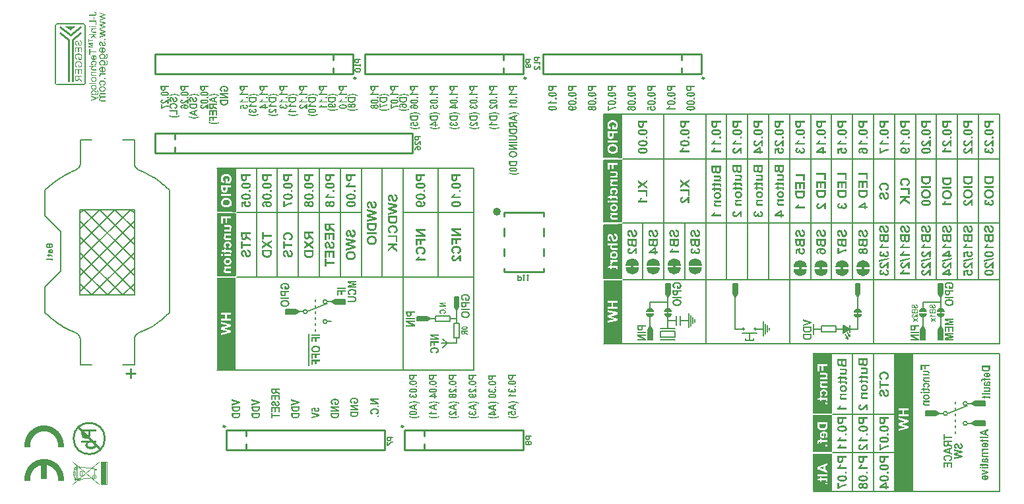
<source format=gbo>
G04*
G04 #@! TF.GenerationSoftware,Altium Limited,Altium Designer,19.0.15 (446)*
G04*
G04 Layer_Color=32896*
%FSLAX24Y24*%
%MOIN*%
G70*
G01*
G75*
%ADD11C,0.0059*%
%ADD13C,0.0100*%
%ADD15C,0.0200*%
%ADD16C,0.0060*%
%ADD18C,0.0049*%
%ADD19C,0.0079*%
%ADD20C,0.0080*%
%ADD22C,0.0050*%
%ADD225C,0.0120*%
%ADD248C,0.0110*%
%ADD249R,0.0289X0.1150*%
%ADD250R,0.0980X0.0258*%
%ADD251R,0.0980X0.0170*%
%ADD252R,0.0980X0.0070*%
%ADD253R,0.0200X0.2250*%
%ADD254R,0.0160X0.3170*%
%ADD255R,0.0200X0.3180*%
%ADD256R,0.0160X0.2240*%
%ADD257R,0.0190X0.2790*%
%ADD258R,0.0180X0.1993*%
%ADD259R,0.0160X0.2759*%
%ADD260R,0.0980X0.0940*%
%ADD261R,0.0170X0.1811*%
%ADD262R,0.0980X0.0400*%
%ADD263R,0.0980X0.0413*%
%ADD264R,0.0980X0.1000*%
%ADD265R,0.0980X0.0140*%
%ADD266R,0.0170X0.4400*%
%ADD267R,0.0180X0.4430*%
%ADD268R,0.0180X0.4593*%
%ADD269R,0.0980X0.2730*%
%ADD270R,0.0170X0.5841*%
%ADD271R,0.0980X0.2980*%
%ADD272R,0.0980X0.0270*%
%ADD273R,0.0980X0.0280*%
%ADD274R,0.0160X0.1859*%
%ADD275R,0.0190X0.1890*%
%ADD276R,0.0160X0.3050*%
%ADD277R,0.0200X0.1890*%
%ADD278R,0.0160X0.1890*%
%ADD279R,0.0200X0.3050*%
%ADD280R,0.0980X0.0170*%
%ADD281R,0.0980X0.0420*%
%ADD282R,0.0980X0.0430*%
G36*
X2630Y23707D02*
X2345Y23921D01*
X2915D01*
X2630Y23707D01*
D02*
G37*
G36*
X34290Y12130D02*
X34360Y12120D01*
X34440Y12060D01*
X34480Y11990D01*
X34530Y11865D01*
X34222Y11866D01*
X33900Y11865D01*
X33940Y11990D01*
X33980Y12060D01*
X34070Y12140D01*
X34190Y12160D01*
X34290Y12130D01*
D02*
G37*
G36*
X33230D02*
X33300Y12120D01*
X33380Y12060D01*
X33420Y11990D01*
X33470Y11865D01*
X33162Y11866D01*
X32840Y11865D01*
X32880Y11990D01*
X32920Y12060D01*
X33010Y12140D01*
X33130Y12160D01*
X33230Y12130D01*
D02*
G37*
G36*
X31110D02*
X31180Y12120D01*
X31260Y12060D01*
X31300Y11990D01*
X31350Y11865D01*
X31042Y11866D01*
X30720Y11865D01*
X30760Y11990D01*
X30800Y12060D01*
X30890Y12140D01*
X31010Y12160D01*
X31110Y12130D01*
D02*
G37*
G36*
X32170Y12128D02*
X32240Y12118D01*
X32320Y12058D01*
X32360Y11988D01*
X32410Y11863D01*
X32102Y11864D01*
X31780Y11863D01*
X31820Y11988D01*
X31860Y12058D01*
X31950Y12138D01*
X32070Y12158D01*
X32170Y12128D01*
D02*
G37*
G36*
X34178Y11703D02*
X34500Y11704D01*
X34460Y11580D01*
X34420Y11510D01*
X34330Y11430D01*
X34210Y11410D01*
X34110Y11440D01*
X34040Y11450D01*
X33960Y11510D01*
X33920Y11580D01*
X33870Y11704D01*
X34178Y11703D01*
D02*
G37*
G36*
X33118D02*
X33440Y11704D01*
X33400Y11580D01*
X33360Y11510D01*
X33270Y11430D01*
X33150Y11410D01*
X33050Y11440D01*
X32980Y11450D01*
X32900Y11510D01*
X32860Y11580D01*
X32810Y11704D01*
X33118Y11703D01*
D02*
G37*
G36*
X30998D02*
X31320Y11704D01*
X31280Y11580D01*
X31240Y11510D01*
X31150Y11430D01*
X31030Y11410D01*
X30930Y11440D01*
X30860Y11450D01*
X30780Y11510D01*
X30740Y11580D01*
X30690Y11704D01*
X30998Y11703D01*
D02*
G37*
G36*
X32058Y11701D02*
X32380Y11702D01*
X32340Y11578D01*
X32300Y11508D01*
X32210Y11428D01*
X32090Y11408D01*
X31990Y11438D01*
X31920Y11448D01*
X31840Y11508D01*
X31800Y11578D01*
X31750Y11702D01*
X32058Y11701D01*
D02*
G37*
G36*
X36097Y10902D02*
X36329D01*
Y10387D01*
X36278Y10307D01*
X36251Y10268D01*
X36227Y10260D01*
X36223D01*
X36097Y10386D01*
Y10559D01*
X36093Y10906D01*
X36097Y10902D01*
D02*
G37*
G36*
X32690D02*
X32922D01*
Y10387D01*
X32871Y10307D01*
X32843Y10268D01*
X32820Y10260D01*
X32816D01*
X32690Y10386D01*
Y10559D01*
X32686Y10906D01*
X32690Y10902D01*
D02*
G37*
G36*
X16497Y10130D02*
Y9898D01*
X15982D01*
X15902Y9949D01*
X15863Y9977D01*
X15855Y10000D01*
Y10004D01*
X15981Y10130D01*
X16154D01*
X16501Y10134D01*
X16497Y10130D01*
D02*
G37*
G36*
X22020Y10233D02*
X22252D01*
Y9718D01*
X22201Y9638D01*
X22173Y9599D01*
X22150Y9591D01*
X22146D01*
X22020Y9717D01*
Y9890D01*
X22016Y10237D01*
X22020Y10233D01*
D02*
G37*
G36*
X32875Y9675D02*
X32903Y9665D01*
X32957Y9632D01*
X32989Y9599D01*
X33011Y9562D01*
X33024Y9523D01*
X33017Y9503D01*
X32996Y9491D01*
X32657D01*
X32628Y9521D01*
X32643Y9567D01*
X32660Y9593D01*
X32689Y9622D01*
X32712Y9643D01*
X32751Y9666D01*
X32788Y9677D01*
X32875Y9675D01*
D02*
G37*
G36*
X31970D02*
X31998Y9665D01*
X32052Y9632D01*
X32084Y9599D01*
X32106Y9562D01*
X32119Y9523D01*
X32112Y9503D01*
X32091Y9491D01*
X31752D01*
X31723Y9521D01*
X31738Y9567D01*
X31755Y9593D01*
X31784Y9622D01*
X31807Y9643D01*
X31846Y9666D01*
X31883Y9677D01*
X31970Y9675D01*
D02*
G37*
G36*
X14098Y9551D02*
X14137Y9523D01*
X14145Y9500D01*
Y9496D01*
X14019Y9370D01*
X13846D01*
X13499Y9366D01*
X13503Y9370D01*
Y9602D01*
X14018D01*
X14098Y9551D01*
D02*
G37*
G36*
X33026Y9381D02*
X33011Y9334D01*
X32994Y9309D01*
X32965Y9280D01*
X32942Y9259D01*
X32903Y9236D01*
X32866Y9225D01*
X32779Y9227D01*
X32751Y9237D01*
X32697Y9270D01*
X32665Y9303D01*
X32642Y9339D01*
X32630Y9379D01*
X32637Y9399D01*
X32657Y9410D01*
X32997D01*
X33026Y9381D01*
D02*
G37*
G36*
X32116D02*
X32101Y9334D01*
X32084Y9309D01*
X32055Y9280D01*
X32032Y9259D01*
X31993Y9236D01*
X31956Y9225D01*
X31869Y9227D01*
X31841Y9237D01*
X31787Y9270D01*
X31755Y9303D01*
X31735Y9340D01*
X31725Y9380D01*
X31727Y9399D01*
X31747Y9410D01*
X32087D01*
X32116Y9381D01*
D02*
G37*
G36*
X20748Y9197D02*
X20787Y9169D01*
X20795Y9146D01*
Y9142D01*
X20669Y9016D01*
X20496D01*
X20149Y9012D01*
X20153Y9016D01*
Y9248D01*
X20668D01*
X20748Y9197D01*
D02*
G37*
G36*
X32050Y8594D02*
Y8421D01*
X32054Y8074D01*
X32050Y8078D01*
X31818D01*
Y8593D01*
X31869Y8673D01*
X31897Y8712D01*
X31920Y8720D01*
X31924D01*
X32050Y8594D01*
D02*
G37*
G36*
X1347Y3747D02*
X1375Y3746D01*
X1402Y3743D01*
X1430Y3740D01*
X1458Y3736D01*
X1485Y3732D01*
X1512Y3726D01*
X1539Y3720D01*
X1566Y3713D01*
X1593Y3706D01*
X1619Y3697D01*
X1645Y3688D01*
X1671Y3678D01*
X1697Y3668D01*
X1722Y3657D01*
X1747Y3645D01*
X1772Y3632D01*
X1796Y3619D01*
X1820Y3605D01*
X1844Y3590D01*
X1867Y3575D01*
X1890Y3559D01*
X1912Y3542D01*
X1934Y3525D01*
X1955Y3507D01*
X1976Y3489D01*
X1996Y3470D01*
X2016Y3450D01*
X2035Y3430D01*
X2053Y3410D01*
X2071Y3389D01*
X2089Y3367D01*
X2106Y3345D01*
X2122Y3323D01*
X2137Y3300D01*
X2152Y3276D01*
X2167Y3252D01*
X2180Y3228D01*
X2193Y3204D01*
X2205Y3179D01*
X2217Y3154D01*
X2228Y3128D01*
X2238Y3102D01*
X2247Y3076D01*
X2256Y3050D01*
X2264Y3023D01*
X2271Y2997D01*
X2277Y2970D01*
X2283Y2942D01*
X2288Y2915D01*
X2292Y2888D01*
X2296Y2860D01*
X2298Y2833D01*
X2300Y2805D01*
X2301Y2777D01*
X2301Y2749D01*
X2301Y2722D01*
X2300Y2694D01*
X2298Y2666D01*
X2296Y2653D01*
X2296D01*
X2296Y2653D01*
Y2653D01*
X1998D01*
X1999Y2664D01*
X2002Y2687D01*
X2003Y2710D01*
X2004Y2733D01*
X2005Y2756D01*
X2004Y2779D01*
X2003Y2802D01*
X2001Y2825D01*
X1998Y2848D01*
X1995Y2871D01*
X1990Y2893D01*
X1985Y2916D01*
X1980Y2938D01*
X1973Y2960D01*
X1966Y2982D01*
X1958Y3004D01*
X1949Y3025D01*
X1940Y3046D01*
X1930Y3067D01*
X1919Y3087D01*
X1908Y3107D01*
X1896Y3127D01*
X1883Y3146D01*
X1870Y3165D01*
X1856Y3183D01*
X1841Y3201D01*
X1826Y3219D01*
X1811Y3235D01*
X1795Y3252D01*
X1778Y3268D01*
X1761Y3283D01*
X1743Y3298D01*
X1725Y3312D01*
X1706Y3325D01*
X1687Y3338D01*
X1667Y3350D01*
X1647Y3362D01*
X1627Y3373D01*
X1606Y3383D01*
X1586Y3393D01*
X1564Y3402D01*
X1543Y3410D01*
X1521Y3417D01*
X1499Y3424D01*
X1477Y3430D01*
X1454Y3435D01*
X1432Y3440D01*
X1409Y3444D01*
X1386Y3447D01*
X1363Y3449D01*
X1340Y3450D01*
X1317Y3451D01*
X1294D01*
X1271Y3450D01*
X1248Y3449D01*
X1225Y3447D01*
X1202Y3444D01*
X1180Y3440D01*
X1157Y3435D01*
X1135Y3430D01*
X1112Y3424D01*
X1090Y3417D01*
X1068Y3410D01*
X1047Y3402D01*
X1026Y3393D01*
X1005Y3383D01*
X984Y3373D01*
X964Y3362D01*
X944Y3350D01*
X924Y3338D01*
X905Y3325D01*
X887Y3312D01*
X868Y3298D01*
X851Y3283D01*
X833Y3268D01*
X817Y3252D01*
X800Y3235D01*
X785Y3219D01*
X770Y3201D01*
X755Y3183D01*
X741Y3165D01*
X728Y3146D01*
X715Y3127D01*
X703Y3107D01*
X692Y3087D01*
X681Y3067D01*
X671Y3046D01*
X662Y3025D01*
X653Y3004D01*
X645Y2982D01*
X638Y2960D01*
X632Y2938D01*
X626Y2916D01*
X621Y2893D01*
X617Y2871D01*
X613Y2848D01*
X610Y2825D01*
X608Y2802D01*
X607Y2779D01*
X606Y2756D01*
X607Y2733D01*
X608Y2710D01*
X609Y2687D01*
X612Y2664D01*
X614Y2653D01*
X614D01*
X315Y2653D01*
X313Y2666D01*
X311Y2694D01*
X310Y2722D01*
X310Y2749D01*
X310Y2777D01*
X311Y2805D01*
X313Y2833D01*
X316Y2860D01*
X319Y2888D01*
X323Y2915D01*
X328Y2942D01*
X334Y2970D01*
X340Y2997D01*
X347Y3023D01*
X355Y3050D01*
X364Y3076D01*
X373Y3102D01*
X383Y3128D01*
X394Y3154D01*
X406Y3179D01*
X418Y3204D01*
X431Y3228D01*
X445Y3252D01*
X459Y3276D01*
X474Y3300D01*
X489Y3323D01*
X506Y3345D01*
X522Y3367D01*
X540Y3389D01*
X558Y3410D01*
X576Y3430D01*
X596Y3450D01*
X615Y3470D01*
X636Y3489D01*
X656Y3507D01*
X678Y3525D01*
X699Y3542D01*
X722Y3559D01*
X744Y3575D01*
X767Y3590D01*
X791Y3605D01*
X815Y3619D01*
X839Y3632D01*
X864Y3645D01*
X889Y3657D01*
X914Y3668D01*
X940Y3678D01*
X966Y3688D01*
X992Y3697D01*
X1019Y3706D01*
X1045Y3713D01*
X1072Y3720D01*
X1099Y3726D01*
X1126Y3732D01*
X1154Y3736D01*
X1181Y3740D01*
X1209Y3743D01*
X1236Y3746D01*
X1264Y3747D01*
X1292Y3748D01*
X1319D01*
X1347Y3747D01*
D02*
G37*
G36*
Y2054D02*
X1375Y2053D01*
X1402Y2050D01*
X1430Y2047D01*
X1458Y2043D01*
X1485Y2039D01*
X1512Y2034D01*
X1539Y2027D01*
X1566Y2021D01*
X1593Y2013D01*
X1619Y2005D01*
X1645Y1995D01*
X1671Y1986D01*
X1697Y1975D01*
X1722Y1964D01*
X1747Y1952D01*
X1772Y1939D01*
X1796Y1926D01*
X1820Y1912D01*
X1844Y1897D01*
X1867Y1882D01*
X1890Y1866D01*
X1912Y1849D01*
X1934Y1832D01*
X1955Y1814D01*
X1976Y1796D01*
X1996Y1777D01*
X2016Y1758D01*
X2035Y1738D01*
X2053Y1717D01*
X2071Y1696D01*
X2089Y1674D01*
X2106Y1652D01*
X2122Y1630D01*
X2137Y1607D01*
X2152Y1583D01*
X2167Y1560D01*
X2180Y1535D01*
X2193Y1511D01*
X2205Y1486D01*
X2217Y1461D01*
X2228Y1435D01*
X2238Y1409D01*
X2247Y1383D01*
X2256Y1357D01*
X2264Y1330D01*
X2271Y1304D01*
X2277Y1277D01*
X2283Y1250D01*
X2288Y1222D01*
X2292Y1195D01*
X2296Y1167D01*
X2298Y1140D01*
X2300Y1112D01*
X2301Y1084D01*
X2301Y1057D01*
X2301Y1029D01*
X2300Y1001D01*
X2298Y974D01*
X2296Y960D01*
X2296D01*
X2296Y960D01*
Y960D01*
X1998D01*
X1999Y971D01*
X2002Y992D01*
X2003Y1014D01*
X2004Y1036D01*
X2005Y1058D01*
X2004Y1079D01*
X2004Y1101D01*
X2002Y1123D01*
X2000Y1145D01*
X1997Y1166D01*
X1993Y1188D01*
X1988Y1209D01*
X1983Y1230D01*
X1978Y1252D01*
X1971Y1272D01*
X1965Y1293D01*
X1957Y1314D01*
X1949Y1334D01*
X1940Y1354D01*
X1930Y1373D01*
X1920Y1393D01*
X1909Y1412D01*
X1898Y1430D01*
X1886Y1449D01*
X1874Y1467D01*
X1861Y1484D01*
X1847Y1501D01*
X1833Y1518D01*
X1819Y1534D01*
X1804Y1550D01*
X1788Y1565D01*
X1772Y1580D01*
X1756Y1594D01*
X1739Y1608D01*
X1721Y1621D01*
X1704Y1634D01*
X1685Y1646D01*
X1667Y1658D01*
X1648Y1669D01*
X1629Y1679D01*
X1609Y1689D01*
X1590Y1698D01*
X1569Y1707D01*
X1549Y1715D01*
X1529Y1722D01*
X1508Y1729D01*
X1487Y1735D01*
X1466Y1740D01*
X1455Y1742D01*
X1455Y1742D01*
Y1059D01*
X1156Y1059D01*
Y1742D01*
X1146Y1740D01*
X1124Y1735D01*
X1103Y1729D01*
X1083Y1722D01*
X1062Y1715D01*
X1042Y1707D01*
X1022Y1698D01*
X1002Y1689D01*
X982Y1679D01*
X963Y1669D01*
X944Y1658D01*
X926Y1646D01*
X908Y1634D01*
X890Y1621D01*
X873Y1608D01*
X856Y1594D01*
X839Y1580D01*
X823Y1565D01*
X808Y1550D01*
X792Y1534D01*
X778Y1518D01*
X764Y1501D01*
X750Y1484D01*
X737Y1467D01*
X725Y1449D01*
X713Y1430D01*
X702Y1412D01*
X691Y1393D01*
X681Y1373D01*
X671Y1354D01*
X663Y1334D01*
X654Y1314D01*
X647Y1293D01*
X640Y1272D01*
X633Y1252D01*
X628Y1230D01*
X623Y1209D01*
X618Y1188D01*
X615Y1166D01*
X612Y1145D01*
X609Y1123D01*
X608Y1101D01*
X607Y1079D01*
X606Y1058D01*
X607Y1036D01*
X608Y1014D01*
X610Y992D01*
X612Y971D01*
X614Y960D01*
X614D01*
X315Y960D01*
X313Y974D01*
X311Y1001D01*
X310Y1029D01*
X310Y1057D01*
X310Y1084D01*
X311Y1112D01*
X313Y1140D01*
X316Y1167D01*
X319Y1195D01*
X323Y1222D01*
X328Y1250D01*
X334Y1277D01*
X340Y1304D01*
X347Y1330D01*
X355Y1357D01*
X364Y1383D01*
X373Y1409D01*
X383Y1435D01*
X394Y1461D01*
X406Y1486D01*
X418Y1511D01*
X431Y1535D01*
X445Y1560D01*
X459Y1583D01*
X474Y1607D01*
X489Y1630D01*
X506Y1652D01*
X522Y1674D01*
X540Y1696D01*
X558Y1717D01*
X576Y1738D01*
X596Y1758D01*
X615Y1777D01*
X636Y1796D01*
X656Y1814D01*
X678Y1832D01*
X699Y1849D01*
X722Y1866D01*
X744Y1882D01*
X767Y1897D01*
X791Y1912D01*
X815Y1926D01*
X839Y1939D01*
X864Y1952D01*
X889Y1964D01*
X914Y1975D01*
X940Y1986D01*
X966Y1995D01*
X992Y2005D01*
X1019Y2013D01*
X1045Y2021D01*
X1072Y2027D01*
X1099Y2034D01*
X1126Y2039D01*
X1154Y2043D01*
X1181Y2047D01*
X1209Y2050D01*
X1236Y2053D01*
X1264Y2054D01*
X1292Y2055D01*
X1319D01*
X1347Y2054D01*
D02*
G37*
G36*
X42770Y12040D02*
X42840Y12030D01*
X42920Y11970D01*
X42960Y11900D01*
X43010Y11775D01*
X42702Y11776D01*
X42380Y11775D01*
X42420Y11900D01*
X42460Y11970D01*
X42550Y12050D01*
X42670Y12070D01*
X42770Y12040D01*
D02*
G37*
G36*
X41710D02*
X41780Y12030D01*
X41860Y11970D01*
X41900Y11900D01*
X41950Y11775D01*
X41642Y11776D01*
X41320Y11775D01*
X41360Y11900D01*
X41400Y11970D01*
X41490Y12050D01*
X41610Y12070D01*
X41710Y12040D01*
D02*
G37*
G36*
X39590D02*
X39660Y12030D01*
X39740Y11970D01*
X39780Y11900D01*
X39830Y11775D01*
X39522Y11776D01*
X39200Y11775D01*
X39240Y11900D01*
X39280Y11970D01*
X39370Y12050D01*
X39490Y12070D01*
X39590Y12040D01*
D02*
G37*
G36*
X40650Y12038D02*
X40720Y12028D01*
X40800Y11968D01*
X40840Y11898D01*
X40890Y11773D01*
X40582Y11774D01*
X40260Y11773D01*
X40300Y11898D01*
X40340Y11968D01*
X40430Y12048D01*
X40550Y12068D01*
X40650Y12038D01*
D02*
G37*
G36*
X42658Y11613D02*
X42980Y11614D01*
X42940Y11490D01*
X42900Y11420D01*
X42810Y11340D01*
X42690Y11320D01*
X42590Y11350D01*
X42520Y11360D01*
X42440Y11420D01*
X42400Y11490D01*
X42350Y11614D01*
X42658Y11613D01*
D02*
G37*
G36*
X41598D02*
X41920Y11614D01*
X41880Y11490D01*
X41840Y11420D01*
X41750Y11340D01*
X41630Y11320D01*
X41530Y11350D01*
X41460Y11360D01*
X41380Y11420D01*
X41340Y11490D01*
X41290Y11614D01*
X41598Y11613D01*
D02*
G37*
G36*
X39478D02*
X39800Y11614D01*
X39760Y11490D01*
X39720Y11420D01*
X39630Y11340D01*
X39510Y11320D01*
X39410Y11350D01*
X39340Y11360D01*
X39260Y11420D01*
X39220Y11490D01*
X39170Y11614D01*
X39478Y11613D01*
D02*
G37*
G36*
X40538Y11611D02*
X40860Y11612D01*
X40820Y11488D01*
X40780Y11418D01*
X40690Y11338D01*
X40570Y11318D01*
X40470Y11348D01*
X40400Y11358D01*
X40320Y11418D01*
X40280Y11488D01*
X40230Y11612D01*
X40538Y11611D01*
D02*
G37*
G36*
X46470Y10902D02*
X46702D01*
Y10387D01*
X46651Y10307D01*
X46623Y10268D01*
X46600Y10260D01*
X46596D01*
X46470Y10386D01*
Y10559D01*
X46466Y10906D01*
X46470Y10902D01*
D02*
G37*
G36*
X42277D02*
X42509D01*
Y10387D01*
X42458Y10307D01*
X42431Y10268D01*
X42407Y10260D01*
X42403D01*
X42277Y10386D01*
Y10559D01*
X42273Y10906D01*
X42277Y10902D01*
D02*
G37*
G36*
X46655Y9675D02*
X46683Y9665D01*
X46737Y9632D01*
X46769Y9599D01*
X46791Y9562D01*
X46804Y9523D01*
X46797Y9503D01*
X46776Y9491D01*
X46437D01*
X46408Y9521D01*
X46423Y9567D01*
X46440Y9593D01*
X46469Y9622D01*
X46492Y9643D01*
X46531Y9666D01*
X46568Y9677D01*
X46655Y9675D01*
D02*
G37*
G36*
X45750D02*
X45778Y9665D01*
X45832Y9632D01*
X45864Y9599D01*
X45886Y9562D01*
X45899Y9523D01*
X45892Y9503D01*
X45871Y9491D01*
X45532D01*
X45503Y9521D01*
X45518Y9567D01*
X45535Y9593D01*
X45564Y9622D01*
X45587Y9643D01*
X45626Y9666D01*
X45663Y9677D01*
X45750Y9675D01*
D02*
G37*
G36*
X42460Y9645D02*
X42488Y9635D01*
X42542Y9602D01*
X42574Y9569D01*
X42596Y9532D01*
X42609Y9493D01*
X42602Y9473D01*
X42581Y9461D01*
X42242Y9461D01*
X42213Y9491D01*
X42228Y9537D01*
X42245Y9563D01*
X42274Y9592D01*
X42297Y9613D01*
X42336Y9636D01*
X42373Y9647D01*
X42460Y9645D01*
D02*
G37*
G36*
X46806Y9381D02*
X46791Y9334D01*
X46774Y9309D01*
X46745Y9280D01*
X46722Y9259D01*
X46683Y9236D01*
X46646Y9225D01*
X46559Y9227D01*
X46531Y9237D01*
X46477Y9270D01*
X46445Y9303D01*
X46422Y9339D01*
X46410Y9379D01*
X46417Y9399D01*
X46437Y9410D01*
X46777D01*
X46806Y9381D01*
D02*
G37*
G36*
X45896D02*
X45881Y9334D01*
X45864Y9309D01*
X45835Y9280D01*
X45812Y9259D01*
X45773Y9236D01*
X45736Y9225D01*
X45649Y9227D01*
X45621Y9237D01*
X45567Y9270D01*
X45535Y9303D01*
X45515Y9340D01*
X45505Y9380D01*
X45507Y9399D01*
X45527Y9410D01*
X45867D01*
X45896Y9381D01*
D02*
G37*
G36*
X42611Y9351D02*
X42596Y9304D01*
X42579Y9279D01*
X42550Y9250D01*
X42527Y9229D01*
X42488Y9206D01*
X42451Y9195D01*
X42364Y9197D01*
X42336Y9207D01*
X42282Y9240D01*
X42250Y9273D01*
X42227Y9309D01*
X42215Y9349D01*
X42222Y9369D01*
X42242Y9380D01*
X42582D01*
X42611Y9351D01*
D02*
G37*
G36*
X41765Y8771D02*
X41924Y8680D01*
X41984Y8605D01*
X41888Y8550D01*
X41684Y8433D01*
X41660Y8613D01*
X41672Y8814D01*
X41765Y8771D01*
D02*
G37*
G36*
X46730Y8594D02*
Y8421D01*
X46734Y8074D01*
X46730Y8078D01*
X46498D01*
Y8593D01*
X46549Y8673D01*
X46577Y8712D01*
X46600Y8720D01*
X46604D01*
X46730Y8594D01*
D02*
G37*
G36*
X45830D02*
Y8421D01*
X45834Y8074D01*
X45830Y8078D01*
X45598D01*
Y8593D01*
X45649Y8673D01*
X45677Y8712D01*
X45700Y8720D01*
X45704D01*
X45830Y8594D01*
D02*
G37*
G36*
X48837Y4985D02*
Y4753D01*
X48322D01*
X48242Y4804D01*
X48203Y4831D01*
X48195Y4855D01*
Y4859D01*
X48321Y4985D01*
X48494D01*
X48841Y4989D01*
X48837Y4985D01*
D02*
G37*
G36*
X46438Y4406D02*
X46477Y4378D01*
X46485Y4355D01*
Y4351D01*
X46359Y4225D01*
X46186D01*
X45839Y4221D01*
X45843Y4225D01*
Y4457D01*
X46358D01*
X46438Y4406D01*
D02*
G37*
G36*
X48837Y3985D02*
Y3753D01*
X48322D01*
X48242Y3804D01*
X48203Y3831D01*
X48195Y3855D01*
Y3859D01*
X48321Y3985D01*
X48494D01*
X48841Y3989D01*
X48837Y3985D01*
D02*
G37*
G36*
X10917Y6550D02*
X10099D01*
Y11200D01*
X10917D01*
Y6550D01*
D02*
G37*
G36*
X46817Y3194D02*
X47181D01*
Y3122D01*
X46817D01*
Y3015D01*
X46743D01*
Y3301D01*
X46817D01*
Y3194D01*
D02*
G37*
G36*
X47181Y2896D02*
X46998D01*
Y2873D01*
X46999Y2865D01*
X47000Y2859D01*
X47000Y2854D01*
X47002Y2850D01*
X47003Y2848D01*
X47003Y2846D01*
Y2845D01*
X47006Y2841D01*
X47008Y2837D01*
X47014Y2830D01*
X47017Y2827D01*
X47019Y2825D01*
X47021Y2824D01*
X47021Y2824D01*
X47024Y2821D01*
X47028Y2819D01*
X47032Y2816D01*
X47037Y2813D01*
X47048Y2807D01*
X47059Y2800D01*
X47069Y2794D01*
X47074Y2792D01*
X47078Y2790D01*
X47081Y2788D01*
X47084Y2786D01*
X47086Y2786D01*
X47086Y2785D01*
X47181Y2733D01*
Y2646D01*
X47096Y2690D01*
X47087Y2694D01*
X47078Y2699D01*
X47070Y2703D01*
X47063Y2707D01*
X47057Y2711D01*
X47051Y2714D01*
X47046Y2718D01*
X47041Y2720D01*
X47037Y2723D01*
X47034Y2725D01*
X47029Y2728D01*
X47026Y2730D01*
X47025Y2731D01*
X47017Y2737D01*
X47010Y2743D01*
X47005Y2750D01*
X46999Y2756D01*
X46995Y2761D01*
X46991Y2765D01*
X46989Y2768D01*
X46988Y2769D01*
X46984Y2753D01*
X46978Y2739D01*
X46972Y2727D01*
X46965Y2718D01*
X46959Y2709D01*
X46954Y2704D01*
X46950Y2701D01*
X46949Y2699D01*
X46949D01*
X46942Y2695D01*
X46936Y2691D01*
X46922Y2685D01*
X46908Y2680D01*
X46895Y2677D01*
X46884Y2676D01*
X46879Y2675D01*
X46875D01*
X46870Y2674D01*
X46868D01*
X46866D01*
X46866D01*
X46851Y2675D01*
X46838Y2677D01*
X46826Y2680D01*
X46816Y2683D01*
X46807Y2685D01*
X46801Y2688D01*
X46799Y2689D01*
X46797Y2690D01*
X46796Y2691D01*
X46796D01*
X46786Y2697D01*
X46777Y2704D01*
X46770Y2711D01*
X46764Y2718D01*
X46760Y2723D01*
X46757Y2728D01*
X46756Y2731D01*
X46755Y2732D01*
Y2732D01*
X46753Y2737D01*
X46751Y2743D01*
X46748Y2755D01*
X46746Y2769D01*
X46744Y2783D01*
X46743Y2796D01*
Y2801D01*
X46743Y2806D01*
Y2968D01*
X47181D01*
Y2896D01*
D02*
G37*
G36*
X47593Y2848D02*
X47606Y2845D01*
X47618Y2843D01*
X47629Y2839D01*
X47640Y2835D01*
X47650Y2831D01*
X47658Y2826D01*
X47666Y2820D01*
X47674Y2815D01*
X47681Y2809D01*
X47687Y2803D01*
X47693Y2797D01*
X47703Y2784D01*
X47711Y2771D01*
X47717Y2758D01*
X47722Y2746D01*
X47725Y2734D01*
X47728Y2724D01*
X47729Y2715D01*
X47729Y2712D01*
Y2709D01*
X47730Y2707D01*
Y2703D01*
X47729Y2690D01*
X47728Y2677D01*
X47726Y2665D01*
X47724Y2655D01*
X47721Y2645D01*
X47718Y2636D01*
X47714Y2627D01*
X47711Y2620D01*
X47707Y2614D01*
X47704Y2609D01*
X47700Y2604D01*
X47697Y2600D01*
X47695Y2597D01*
X47693Y2595D01*
X47692Y2594D01*
X47692Y2594D01*
X47684Y2587D01*
X47676Y2582D01*
X47668Y2577D01*
X47660Y2573D01*
X47652Y2570D01*
X47644Y2567D01*
X47629Y2563D01*
X47622Y2561D01*
X47616Y2560D01*
X47610Y2559D01*
X47605Y2559D01*
X47601Y2558D01*
X47598D01*
X47596D01*
X47595D01*
X47581Y2559D01*
X47569Y2560D01*
X47557Y2562D01*
X47548Y2564D01*
X47539Y2567D01*
X47534Y2569D01*
X47532Y2570D01*
X47530Y2571D01*
X47529Y2571D01*
X47529D01*
X47519Y2577D01*
X47510Y2583D01*
X47502Y2589D01*
X47496Y2595D01*
X47490Y2601D01*
X47486Y2605D01*
X47484Y2608D01*
X47483Y2609D01*
X47480Y2613D01*
X47477Y2619D01*
X47471Y2631D01*
X47465Y2644D01*
X47460Y2657D01*
X47456Y2669D01*
X47454Y2674D01*
X47453Y2679D01*
X47452Y2682D01*
X47451Y2685D01*
X47450Y2687D01*
Y2687D01*
X47447Y2697D01*
X47444Y2705D01*
X47442Y2713D01*
X47440Y2720D01*
X47437Y2726D01*
X47435Y2731D01*
X47433Y2736D01*
X47431Y2740D01*
X47429Y2743D01*
X47427Y2746D01*
X47425Y2750D01*
X47423Y2753D01*
X47423Y2753D01*
X47418Y2758D01*
X47413Y2762D01*
X47408Y2764D01*
X47404Y2766D01*
X47399Y2767D01*
X47396Y2767D01*
X47394D01*
X47393D01*
X47387Y2767D01*
X47380Y2765D01*
X47375Y2762D01*
X47370Y2759D01*
X47367Y2757D01*
X47364Y2754D01*
X47363Y2752D01*
X47362Y2752D01*
X47358Y2745D01*
X47355Y2738D01*
X47353Y2731D01*
X47352Y2723D01*
X47350Y2717D01*
X47350Y2711D01*
Y2707D01*
X47350Y2696D01*
X47352Y2687D01*
X47355Y2680D01*
X47357Y2673D01*
X47359Y2668D01*
X47362Y2665D01*
X47363Y2662D01*
X47364Y2662D01*
X47370Y2657D01*
X47377Y2652D01*
X47385Y2648D01*
X47394Y2646D01*
X47401Y2643D01*
X47407Y2642D01*
X47409Y2641D01*
X47411Y2641D01*
X47412D01*
X47413D01*
X47409Y2568D01*
X47397Y2569D01*
X47386Y2570D01*
X47376Y2572D01*
X47367Y2575D01*
X47358Y2578D01*
X47350Y2581D01*
X47342Y2584D01*
X47336Y2588D01*
X47330Y2591D01*
X47325Y2594D01*
X47321Y2598D01*
X47317Y2600D01*
X47314Y2602D01*
X47313Y2604D01*
X47311Y2605D01*
X47311Y2606D01*
X47305Y2613D01*
X47299Y2620D01*
X47295Y2628D01*
X47291Y2636D01*
X47288Y2644D01*
X47285Y2653D01*
X47281Y2669D01*
X47279Y2676D01*
X47278Y2683D01*
X47278Y2689D01*
X47277Y2694D01*
X47276Y2699D01*
Y2705D01*
X47277Y2720D01*
X47279Y2734D01*
X47281Y2746D01*
X47284Y2756D01*
X47287Y2764D01*
X47288Y2768D01*
X47289Y2771D01*
X47290Y2773D01*
X47291Y2775D01*
X47292Y2776D01*
Y2776D01*
X47297Y2786D01*
X47304Y2795D01*
X47311Y2803D01*
X47318Y2809D01*
X47325Y2815D01*
X47330Y2818D01*
X47334Y2820D01*
X47334Y2821D01*
X47335D01*
X47346Y2826D01*
X47357Y2830D01*
X47368Y2833D01*
X47378Y2835D01*
X47387Y2836D01*
X47390D01*
X47394Y2837D01*
X47396D01*
X47398D01*
X47399D01*
X47399D01*
X47411Y2836D01*
X47422Y2835D01*
X47432Y2833D01*
X47440Y2830D01*
X47447Y2829D01*
X47452Y2826D01*
X47456Y2825D01*
X47457Y2824D01*
X47457D01*
X47466Y2819D01*
X47475Y2813D01*
X47482Y2808D01*
X47489Y2802D01*
X47493Y2798D01*
X47497Y2794D01*
X47500Y2791D01*
X47500Y2790D01*
X47506Y2781D01*
X47512Y2770D01*
X47517Y2759D01*
X47521Y2748D01*
X47525Y2738D01*
X47527Y2734D01*
X47528Y2730D01*
X47529Y2727D01*
X47530Y2724D01*
X47531Y2723D01*
Y2722D01*
X47534Y2713D01*
X47536Y2705D01*
X47539Y2697D01*
X47541Y2690D01*
X47543Y2685D01*
X47545Y2679D01*
X47546Y2674D01*
X47548Y2671D01*
X47549Y2667D01*
X47550Y2664D01*
X47552Y2660D01*
X47553Y2658D01*
X47553Y2657D01*
X47556Y2653D01*
X47559Y2648D01*
X47562Y2645D01*
X47564Y2642D01*
X47567Y2640D01*
X47569Y2639D01*
X47570Y2637D01*
X47570D01*
X47574Y2635D01*
X47578Y2633D01*
X47587Y2631D01*
X47591D01*
X47594Y2630D01*
X47595D01*
X47596D01*
X47605Y2631D01*
X47613Y2633D01*
X47620Y2636D01*
X47627Y2640D01*
X47631Y2644D01*
X47636Y2647D01*
X47638Y2649D01*
X47638Y2650D01*
X47644Y2657D01*
X47648Y2665D01*
X47651Y2674D01*
X47653Y2682D01*
X47654Y2690D01*
X47655Y2696D01*
Y2701D01*
X47654Y2713D01*
X47652Y2723D01*
X47648Y2733D01*
X47642Y2741D01*
X47636Y2749D01*
X47629Y2755D01*
X47621Y2760D01*
X47613Y2765D01*
X47606Y2769D01*
X47598Y2772D01*
X47591Y2774D01*
X47584Y2776D01*
X47579Y2777D01*
X47575Y2778D01*
X47573Y2779D01*
X47571D01*
X47580Y2850D01*
X47593Y2848D01*
D02*
G37*
G36*
X47181Y2566D02*
X47081Y2536D01*
Y2393D01*
X47181Y2361D01*
Y2283D01*
X46743Y2426D01*
Y2504D01*
X47181Y2643D01*
Y2566D01*
D02*
G37*
G36*
X47722Y2446D02*
Y2367D01*
X47395Y2296D01*
X47722Y2224D01*
Y2147D01*
X47284Y2060D01*
Y2134D01*
X47591Y2188D01*
X47284Y2252D01*
Y2338D01*
X47585Y2404D01*
X47284Y2458D01*
Y2532D01*
X47722Y2446D01*
D02*
G37*
G36*
X46985Y2256D02*
X47004Y2255D01*
X47021Y2252D01*
X47037Y2249D01*
X47052Y2245D01*
X47066Y2241D01*
X47079Y2237D01*
X47090Y2232D01*
X47101Y2227D01*
X47109Y2223D01*
X47117Y2218D01*
X47123Y2214D01*
X47129Y2211D01*
X47132Y2209D01*
X47135Y2207D01*
X47135Y2207D01*
X47144Y2198D01*
X47153Y2189D01*
X47160Y2180D01*
X47166Y2171D01*
X47171Y2161D01*
X47176Y2151D01*
X47179Y2143D01*
X47182Y2133D01*
X47184Y2125D01*
X47186Y2118D01*
X47187Y2111D01*
X47188Y2105D01*
Y2100D01*
X47189Y2096D01*
Y2093D01*
X47188Y2083D01*
X47187Y2073D01*
X47186Y2063D01*
X47183Y2055D01*
X47181Y2046D01*
X47178Y2039D01*
X47175Y2032D01*
X47172Y2025D01*
X47169Y2019D01*
X47165Y2014D01*
X47163Y2010D01*
X47160Y2006D01*
X47158Y2003D01*
X47156Y2001D01*
X47156Y2000D01*
X47155Y1999D01*
X47148Y1992D01*
X47140Y1986D01*
X47132Y1980D01*
X47124Y1974D01*
X47106Y1965D01*
X47088Y1957D01*
X47080Y1954D01*
X47073Y1951D01*
X47066Y1949D01*
X47060Y1947D01*
X47055Y1946D01*
X47051Y1944D01*
X47048Y1944D01*
X47048D01*
X47020Y2014D01*
X47029Y2016D01*
X47037Y2018D01*
X47045Y2021D01*
X47052Y2023D01*
X47058Y2025D01*
X47064Y2028D01*
X47074Y2033D01*
X47081Y2038D01*
X47087Y2041D01*
X47090Y2044D01*
X47091Y2045D01*
X47098Y2053D01*
X47104Y2061D01*
X47108Y2070D01*
X47110Y2077D01*
X47112Y2084D01*
X47112Y2090D01*
X47113Y2093D01*
Y2094D01*
X47112Y2101D01*
X47111Y2108D01*
X47109Y2115D01*
X47108Y2121D01*
X47102Y2132D01*
X47095Y2141D01*
X47089Y2148D01*
X47083Y2153D01*
X47081Y2156D01*
X47080Y2157D01*
X47079Y2157D01*
X47078Y2158D01*
X47071Y2162D01*
X47063Y2166D01*
X47054Y2169D01*
X47045Y2172D01*
X47025Y2176D01*
X47006Y2179D01*
X46997Y2180D01*
X46988Y2181D01*
X46981Y2182D01*
X46974D01*
X46968Y2182D01*
X46964D01*
X46961D01*
X46960D01*
X46946Y2182D01*
X46932Y2181D01*
X46920Y2180D01*
X46909Y2178D01*
X46898Y2176D01*
X46889Y2174D01*
X46880Y2172D01*
X46873Y2169D01*
X46866Y2167D01*
X46861Y2165D01*
X46856Y2163D01*
X46852Y2161D01*
X46849Y2160D01*
X46848Y2158D01*
X46847Y2157D01*
X46846D01*
X46840Y2153D01*
X46834Y2147D01*
X46830Y2142D01*
X46826Y2136D01*
X46822Y2131D01*
X46820Y2126D01*
X46815Y2115D01*
X46813Y2107D01*
X46812Y2102D01*
X46812Y2099D01*
X46811Y2097D01*
Y2093D01*
X46812Y2083D01*
X46814Y2073D01*
X46817Y2065D01*
X46820Y2058D01*
X46824Y2052D01*
X46827Y2048D01*
X46830Y2045D01*
X46830Y2044D01*
X46838Y2037D01*
X46847Y2031D01*
X46856Y2026D01*
X46865Y2022D01*
X46872Y2020D01*
X46879Y2017D01*
X46881Y2017D01*
X46883D01*
X46884Y2016D01*
X46884D01*
X46863Y1944D01*
X46853Y1947D01*
X46843Y1950D01*
X46834Y1954D01*
X46826Y1957D01*
X46818Y1961D01*
X46811Y1964D01*
X46805Y1968D01*
X46799Y1971D01*
X46793Y1974D01*
X46789Y1977D01*
X46785Y1980D01*
X46782Y1982D01*
X46779Y1984D01*
X46778Y1986D01*
X46777Y1986D01*
X46777Y1987D01*
X46769Y1995D01*
X46763Y2003D01*
X46757Y2012D01*
X46753Y2020D01*
X46749Y2028D01*
X46745Y2037D01*
X46743Y2045D01*
X46740Y2053D01*
X46739Y2060D01*
X46737Y2067D01*
X46736Y2073D01*
X46736Y2079D01*
X46735Y2083D01*
Y2088D01*
X46736Y2102D01*
X46737Y2115D01*
X46740Y2127D01*
X46744Y2138D01*
X46748Y2149D01*
X46753Y2158D01*
X46758Y2167D01*
X46763Y2175D01*
X46768Y2182D01*
X46773Y2189D01*
X46778Y2194D01*
X46782Y2199D01*
X46785Y2202D01*
X46788Y2204D01*
X46790Y2206D01*
X46791Y2207D01*
X46803Y2216D01*
X46816Y2223D01*
X46830Y2230D01*
X46845Y2236D01*
X46859Y2241D01*
X46874Y2245D01*
X46888Y2248D01*
X46902Y2251D01*
X46915Y2253D01*
X46927Y2254D01*
X46938Y2255D01*
X46947Y2256D01*
X46956D01*
X46961Y2257D01*
X46963D01*
X46965D01*
X46965D01*
X46966D01*
X46985Y2256D01*
D02*
G37*
G36*
X47181Y1609D02*
X47107D01*
Y1810D01*
X46988D01*
Y1629D01*
X46914D01*
Y1810D01*
X46817D01*
Y1615D01*
X46743D01*
Y1882D01*
X47181D01*
Y1609D01*
D02*
G37*
G36*
X17082Y10982D02*
X16737D01*
X17082Y10912D01*
Y10842D01*
X16737Y10770D01*
X17082D01*
Y10703D01*
X16644D01*
Y10812D01*
X16944Y10877D01*
X16644Y10941D01*
Y11050D01*
X17082D01*
Y10982D01*
D02*
G37*
G36*
X16549Y10637D02*
X16110D01*
Y10710D01*
X16549D01*
Y10637D01*
D02*
G37*
G36*
Y10495D02*
X16362D01*
Y10345D01*
X16288D01*
Y10495D01*
X16184D01*
Y10322D01*
X16110D01*
Y10568D01*
X16549D01*
Y10495D01*
D02*
G37*
G36*
X16887Y10643D02*
X16905Y10641D01*
X16922Y10639D01*
X16938Y10636D01*
X16954Y10632D01*
X16968Y10628D01*
X16980Y10623D01*
X16991Y10618D01*
X17002Y10614D01*
X17011Y10609D01*
X17018Y10605D01*
X17025Y10601D01*
X17030Y10598D01*
X17033Y10596D01*
X17036Y10594D01*
X17036Y10593D01*
X17046Y10584D01*
X17054Y10576D01*
X17061Y10566D01*
X17067Y10557D01*
X17073Y10548D01*
X17077Y10538D01*
X17081Y10529D01*
X17083Y10520D01*
X17085Y10512D01*
X17087Y10504D01*
X17088Y10497D01*
X17089Y10491D01*
Y10486D01*
X17090Y10482D01*
Y10480D01*
X17089Y10469D01*
X17088Y10459D01*
X17087Y10450D01*
X17085Y10441D01*
X17082Y10433D01*
X17080Y10425D01*
X17076Y10418D01*
X17073Y10411D01*
X17070Y10405D01*
X17067Y10401D01*
X17064Y10396D01*
X17061Y10393D01*
X17059Y10390D01*
X17057Y10387D01*
X17057Y10386D01*
X17056Y10386D01*
X17049Y10379D01*
X17042Y10372D01*
X17033Y10366D01*
X17025Y10361D01*
X17007Y10351D01*
X16990Y10344D01*
X16982Y10340D01*
X16974Y10338D01*
X16967Y10336D01*
X16961Y10334D01*
X16956Y10332D01*
X16952Y10331D01*
X16949Y10330D01*
X16949D01*
X16922Y10401D01*
X16930Y10403D01*
X16938Y10405D01*
X16946Y10407D01*
X16953Y10410D01*
X16959Y10412D01*
X16965Y10414D01*
X16975Y10419D01*
X16983Y10424D01*
X16988Y10428D01*
X16991Y10430D01*
X16992Y10431D01*
X17000Y10439D01*
X17005Y10447D01*
X17009Y10456D01*
X17011Y10464D01*
X17013Y10471D01*
X17014Y10476D01*
X17014Y10480D01*
Y10481D01*
X17014Y10488D01*
X17012Y10495D01*
X17011Y10501D01*
X17009Y10507D01*
X17003Y10518D01*
X16997Y10527D01*
X16990Y10534D01*
X16984Y10540D01*
X16983Y10542D01*
X16981Y10543D01*
X16980Y10544D01*
X16979Y10544D01*
X16972Y10548D01*
X16964Y10552D01*
X16955Y10555D01*
X16946Y10558D01*
X16927Y10563D01*
X16907Y10566D01*
X16898Y10566D01*
X16889Y10568D01*
X16882Y10568D01*
X16875D01*
X16869Y10569D01*
X16865D01*
X16863D01*
X16861D01*
X16847Y10568D01*
X16833Y10568D01*
X16821Y10566D01*
X16810Y10565D01*
X16800Y10563D01*
X16790Y10561D01*
X16782Y10558D01*
X16775Y10556D01*
X16768Y10554D01*
X16762Y10552D01*
X16758Y10549D01*
X16754Y10548D01*
X16751Y10546D01*
X16749Y10545D01*
X16748Y10544D01*
X16747D01*
X16741Y10539D01*
X16736Y10534D01*
X16731Y10528D01*
X16727Y10523D01*
X16723Y10517D01*
X16721Y10512D01*
X16716Y10502D01*
X16714Y10493D01*
X16713Y10489D01*
X16713Y10485D01*
X16712Y10483D01*
Y10479D01*
X16713Y10469D01*
X16715Y10460D01*
X16718Y10452D01*
X16722Y10444D01*
X16726Y10439D01*
X16729Y10434D01*
X16731Y10432D01*
X16731Y10431D01*
X16739Y10424D01*
X16748Y10417D01*
X16757Y10412D01*
X16766Y10408D01*
X16773Y10406D01*
X16780Y10404D01*
X16782Y10403D01*
X16784D01*
X16785Y10403D01*
X16786D01*
X16765Y10331D01*
X16754Y10334D01*
X16744Y10337D01*
X16736Y10340D01*
X16727Y10343D01*
X16719Y10347D01*
X16712Y10351D01*
X16706Y10354D01*
X16700Y10357D01*
X16695Y10361D01*
X16690Y10363D01*
X16687Y10366D01*
X16683Y10369D01*
X16681Y10370D01*
X16679Y10372D01*
X16678Y10373D01*
X16678Y10373D01*
X16670Y10381D01*
X16664Y10390D01*
X16659Y10398D01*
X16654Y10407D01*
X16650Y10415D01*
X16646Y10424D01*
X16644Y10432D01*
X16642Y10439D01*
X16640Y10447D01*
X16639Y10453D01*
X16638Y10460D01*
X16637Y10465D01*
X16636Y10469D01*
Y10475D01*
X16637Y10488D01*
X16639Y10501D01*
X16642Y10513D01*
X16645Y10524D01*
X16649Y10535D01*
X16654Y10545D01*
X16659Y10554D01*
X16664Y10562D01*
X16669Y10569D01*
X16674Y10575D01*
X16679Y10580D01*
X16683Y10585D01*
X16687Y10589D01*
X16689Y10591D01*
X16691Y10593D01*
X16692Y10593D01*
X16704Y10602D01*
X16717Y10610D01*
X16731Y10617D01*
X16746Y10622D01*
X16761Y10627D01*
X16775Y10631D01*
X16790Y10635D01*
X16803Y10637D01*
X16817Y10639D01*
X16828Y10640D01*
X16839Y10642D01*
X16849Y10643D01*
X16857D01*
X16863Y10643D01*
X16864D01*
X16866D01*
X16867D01*
X16867D01*
X16887Y10643D01*
D02*
G37*
G36*
X16912Y10268D02*
X16927Y10268D01*
X16941Y10267D01*
X16954Y10266D01*
X16965Y10264D01*
X16975Y10263D01*
X16983Y10262D01*
X16990Y10261D01*
X16997Y10260D01*
X17002Y10259D01*
X17006Y10257D01*
X17010Y10256D01*
X17012Y10256D01*
X17013Y10255D01*
X17014D01*
X17026Y10249D01*
X17038Y10242D01*
X17047Y10235D01*
X17056Y10227D01*
X17062Y10220D01*
X17067Y10215D01*
X17068Y10212D01*
X17069Y10211D01*
X17070Y10210D01*
Y10210D01*
X17077Y10197D01*
X17082Y10182D01*
X17085Y10168D01*
X17088Y10154D01*
X17088Y10147D01*
X17089Y10141D01*
X17089Y10136D01*
Y10131D01*
X17090Y10127D01*
Y10122D01*
X17089Y10102D01*
X17086Y10085D01*
X17084Y10077D01*
X17082Y10070D01*
X17080Y10063D01*
X17078Y10057D01*
X17076Y10052D01*
X17074Y10047D01*
X17071Y10043D01*
X17070Y10040D01*
X17068Y10038D01*
X17067Y10036D01*
X17066Y10035D01*
Y10034D01*
X17056Y10022D01*
X17046Y10014D01*
X17035Y10006D01*
X17025Y10000D01*
X17016Y9996D01*
X17012Y9994D01*
X17009Y9993D01*
X17006Y9993D01*
X17004Y9992D01*
X17003Y9992D01*
X17003D01*
X16994Y9990D01*
X16986Y9988D01*
X16976Y9987D01*
X16966Y9986D01*
X16945Y9984D01*
X16924Y9983D01*
X16914Y9982D01*
X16905D01*
X16896Y9982D01*
X16889D01*
X16883D01*
X16879D01*
X16876D01*
X16875D01*
X16644D01*
Y10054D01*
X16887D01*
X16898D01*
X16909D01*
X16919Y10054D01*
X16928Y10055D01*
X16936Y10056D01*
X16942D01*
X16949Y10056D01*
X16954Y10057D01*
X16959Y10057D01*
X16962Y10058D01*
X16966Y10059D01*
X16968Y10059D01*
X16970Y10060D01*
X16971D01*
X16972Y10060D01*
X16979Y10063D01*
X16986Y10066D01*
X16991Y10070D01*
X16995Y10073D01*
X16998Y10077D01*
X17001Y10080D01*
X17003Y10081D01*
X17003Y10082D01*
X17007Y10088D01*
X17010Y10095D01*
X17011Y10102D01*
X17013Y10109D01*
X17014Y10115D01*
X17014Y10119D01*
Y10123D01*
X17014Y10134D01*
X17012Y10143D01*
X17009Y10152D01*
X17006Y10159D01*
X17004Y10164D01*
X17001Y10168D01*
X16999Y10171D01*
X16998Y10172D01*
X16992Y10178D01*
X16985Y10183D01*
X16977Y10187D01*
X16970Y10190D01*
X16963Y10192D01*
X16958Y10193D01*
X16955Y10194D01*
X16954D01*
X16954D01*
X16950Y10195D01*
X16946D01*
X16941Y10196D01*
X16936D01*
X16924Y10196D01*
X16912D01*
X16901Y10197D01*
X16895D01*
X16891D01*
X16887D01*
X16884D01*
X16882D01*
X16882D01*
X16644D01*
Y10269D01*
X16878D01*
X16896D01*
X16912Y10268D01*
D02*
G37*
G36*
X3121Y23200D02*
X3133Y23198D01*
X3143Y23195D01*
X3152Y23191D01*
X3156Y23190D01*
X3160Y23188D01*
X3162Y23186D01*
X3165Y23185D01*
X3167Y23184D01*
X3169Y23183D01*
X3169Y23182D01*
X3170D01*
X3179Y23175D01*
X3188Y23167D01*
X3195Y23160D01*
X3200Y23152D01*
X3205Y23145D01*
X3207Y23141D01*
X3208Y23139D01*
X3209Y23137D01*
X3210Y23135D01*
X3210Y23134D01*
Y23134D01*
X3215Y23122D01*
X3218Y23109D01*
X3221Y23096D01*
X3222Y23084D01*
X3222Y23078D01*
X3223Y23073D01*
X3223Y23068D01*
Y23064D01*
X3224Y23061D01*
Y23057D01*
X3223Y23044D01*
X3222Y23031D01*
X3219Y23020D01*
X3217Y23011D01*
X3216Y23007D01*
X3214Y23003D01*
X3214Y23000D01*
X3213Y22997D01*
X3212Y22995D01*
X3211Y22993D01*
X3210Y22992D01*
Y22992D01*
X3205Y22982D01*
X3199Y22973D01*
X3193Y22965D01*
X3187Y22959D01*
X3182Y22954D01*
X3177Y22950D01*
X3176Y22949D01*
X3174Y22948D01*
X3174Y22947D01*
X3173D01*
X3165Y22942D01*
X3155Y22938D01*
X3147Y22936D01*
X3139Y22933D01*
X3132Y22932D01*
X3130Y22932D01*
X3127D01*
X3125Y22932D01*
X3124D01*
X3123D01*
X3123D01*
X3113Y22932D01*
X3104Y22934D01*
X3095Y22936D01*
X3088Y22939D01*
X3083Y22942D01*
X3078Y22944D01*
X3077Y22945D01*
X3076Y22946D01*
X3075Y22946D01*
X3075D01*
X3067Y22952D01*
X3060Y22959D01*
X3054Y22966D01*
X3049Y22973D01*
X3045Y22980D01*
X3042Y22985D01*
X3041Y22987D01*
X3040Y22988D01*
X3040Y22989D01*
Y22990D01*
X3038Y22994D01*
X3036Y22999D01*
X3035Y23004D01*
X3032Y23010D01*
X3029Y23022D01*
X3026Y23035D01*
X3024Y23041D01*
X3023Y23046D01*
X3021Y23052D01*
X3020Y23056D01*
X3020Y23059D01*
X3019Y23063D01*
X3018Y23064D01*
Y23065D01*
X3016Y23074D01*
X3014Y23083D01*
X3012Y23091D01*
X3009Y23098D01*
X3007Y23104D01*
X3005Y23110D01*
X3003Y23115D01*
X3001Y23119D01*
X3000Y23122D01*
X2999Y23125D01*
X2997Y23127D01*
X2996Y23129D01*
X2996Y23130D01*
X2995Y23131D01*
X2994Y23132D01*
X2990Y23137D01*
X2985Y23140D01*
X2980Y23142D01*
X2975Y23143D01*
X2971Y23144D01*
X2967Y23145D01*
X2965D01*
X2964D01*
X2957Y23144D01*
X2950Y23142D01*
X2944Y23139D01*
X2938Y23136D01*
X2934Y23132D01*
X2931Y23130D01*
X2929Y23127D01*
X2928Y23126D01*
X2926Y23123D01*
X2923Y23119D01*
X2919Y23109D01*
X2917Y23100D01*
X2915Y23090D01*
X2914Y23081D01*
X2914Y23078D01*
X2913Y23074D01*
Y23060D01*
X2914Y23054D01*
X2915Y23048D01*
X2916Y23042D01*
X2917Y23037D01*
X2919Y23032D01*
X2920Y23027D01*
X2921Y23023D01*
X2923Y23020D01*
X2924Y23017D01*
X2926Y23014D01*
X2927Y23012D01*
X2928Y23011D01*
X2929Y23010D01*
X2930Y23009D01*
X2936Y23002D01*
X2944Y22996D01*
X2952Y22992D01*
X2960Y22989D01*
X2967Y22987D01*
X2970Y22986D01*
X2972Y22986D01*
X2975Y22985D01*
X2976Y22985D01*
X2977D01*
X2978D01*
X2975Y22942D01*
X2964Y22943D01*
X2954Y22945D01*
X2945Y22947D01*
X2937Y22951D01*
X2930Y22954D01*
X2928Y22955D01*
X2926Y22956D01*
X2924Y22957D01*
X2923Y22958D01*
X2922Y22958D01*
X2922D01*
X2913Y22965D01*
X2906Y22972D01*
X2900Y22979D01*
X2895Y22987D01*
X2891Y22993D01*
X2888Y22998D01*
X2887Y23000D01*
X2886Y23002D01*
X2885Y23003D01*
Y23003D01*
X2882Y23014D01*
X2878Y23025D01*
X2876Y23037D01*
X2874Y23047D01*
X2874Y23052D01*
X2874Y23056D01*
Y23059D01*
X2873Y23063D01*
Y23069D01*
X2874Y23081D01*
X2875Y23093D01*
X2877Y23104D01*
X2879Y23113D01*
X2880Y23117D01*
X2881Y23121D01*
X2882Y23124D01*
X2883Y23126D01*
X2884Y23129D01*
X2885Y23130D01*
X2885Y23131D01*
Y23131D01*
X2890Y23141D01*
X2895Y23150D01*
X2901Y23157D01*
X2906Y23163D01*
X2911Y23167D01*
X2915Y23171D01*
X2918Y23173D01*
X2919Y23174D01*
X2919D01*
X2927Y23179D01*
X2936Y23182D01*
X2944Y23185D01*
X2951Y23186D01*
X2958Y23187D01*
X2963Y23188D01*
X2964Y23188D01*
X2966D01*
X2967D01*
X2967D01*
X2975Y23188D01*
X2983Y23186D01*
X2991Y23185D01*
X2997Y23182D01*
X3002Y23180D01*
X3006Y23179D01*
X3009Y23177D01*
X3009Y23177D01*
X3009D01*
X3016Y23172D01*
X3022Y23166D01*
X3027Y23160D01*
X3032Y23154D01*
X3036Y23149D01*
X3038Y23145D01*
X3039Y23143D01*
X3040Y23141D01*
X3041Y23141D01*
Y23141D01*
X3042Y23137D01*
X3045Y23132D01*
X3048Y23122D01*
X3052Y23111D01*
X3055Y23101D01*
X3058Y23091D01*
X3059Y23087D01*
X3061Y23083D01*
X3061Y23080D01*
X3062Y23078D01*
X3062Y23076D01*
Y23075D01*
X3065Y23067D01*
X3066Y23059D01*
X3068Y23052D01*
X3069Y23046D01*
X3071Y23040D01*
X3072Y23036D01*
X3073Y23031D01*
X3075Y23028D01*
X3076Y23024D01*
X3076Y23022D01*
X3077Y23019D01*
X3078Y23018D01*
X3078Y23016D01*
X3079Y23015D01*
X3082Y23007D01*
X3085Y23001D01*
X3088Y22996D01*
X3091Y22992D01*
X3094Y22988D01*
X3096Y22986D01*
X3098Y22985D01*
X3098Y22984D01*
X3103Y22981D01*
X3108Y22979D01*
X3113Y22977D01*
X3117Y22976D01*
X3121Y22975D01*
X3124Y22975D01*
X3125D01*
X3126D01*
X3132Y22975D01*
X3137Y22976D01*
X3142Y22978D01*
X3147Y22980D01*
X3150Y22981D01*
X3153Y22983D01*
X3155Y22984D01*
X3155Y22984D01*
X3160Y22988D01*
X3164Y22993D01*
X3168Y22998D01*
X3171Y23003D01*
X3173Y23007D01*
X3175Y23011D01*
X3176Y23013D01*
X3176Y23014D01*
Y23014D01*
X3179Y23022D01*
X3180Y23029D01*
X3182Y23037D01*
X3183Y23044D01*
X3183Y23050D01*
X3184Y23055D01*
Y23059D01*
X3183Y23070D01*
X3182Y23079D01*
X3180Y23088D01*
X3179Y23096D01*
X3177Y23102D01*
X3176Y23105D01*
X3175Y23107D01*
X3175Y23109D01*
X3174Y23110D01*
X3174Y23111D01*
Y23111D01*
X3170Y23119D01*
X3165Y23126D01*
X3161Y23132D01*
X3157Y23137D01*
X3153Y23140D01*
X3150Y23143D01*
X3148Y23145D01*
X3147Y23145D01*
X3141Y23149D01*
X3134Y23152D01*
X3127Y23154D01*
X3120Y23156D01*
X3114Y23157D01*
X3109Y23158D01*
X3108D01*
X3106Y23159D01*
X3106D01*
X3105D01*
X3109Y23201D01*
X3121Y23200D01*
D02*
G37*
G36*
X3218Y22598D02*
X3178D01*
Y22806D01*
X3062D01*
Y22619D01*
X3022D01*
Y22806D01*
X2919D01*
Y22606D01*
X2879D01*
Y22851D01*
X3218D01*
Y22598D01*
D02*
G37*
G36*
X3060Y22542D02*
X3068Y22541D01*
X3086Y22539D01*
X3094Y22537D01*
X3101Y22535D01*
X3108Y22534D01*
X3114Y22531D01*
X3120Y22530D01*
X3125Y22528D01*
X3130Y22526D01*
X3134Y22524D01*
X3137Y22523D01*
X3139Y22522D01*
X3140Y22521D01*
X3141D01*
X3148Y22517D01*
X3155Y22513D01*
X3162Y22508D01*
X3167Y22503D01*
X3173Y22498D01*
X3178Y22493D01*
X3183Y22488D01*
X3187Y22483D01*
X3190Y22478D01*
X3194Y22474D01*
X3196Y22470D01*
X3199Y22467D01*
X3200Y22464D01*
X3202Y22462D01*
X3202Y22460D01*
X3203Y22460D01*
X3206Y22452D01*
X3210Y22444D01*
X3215Y22429D01*
X3218Y22413D01*
X3220Y22406D01*
X3221Y22399D01*
X3222Y22393D01*
X3222Y22387D01*
X3223Y22382D01*
Y22378D01*
X3224Y22374D01*
Y22369D01*
X3223Y22355D01*
X3222Y22342D01*
X3219Y22330D01*
X3217Y22319D01*
X3216Y22314D01*
X3214Y22310D01*
X3214Y22306D01*
X3213Y22303D01*
X3212Y22300D01*
X3211Y22299D01*
X3210Y22297D01*
Y22297D01*
X3205Y22284D01*
X3199Y22271D01*
X3192Y22260D01*
X3186Y22249D01*
X3183Y22245D01*
X3180Y22241D01*
X3178Y22237D01*
X3176Y22234D01*
X3174Y22232D01*
X3173Y22230D01*
X3172Y22229D01*
X3171Y22228D01*
X3045D01*
Y22372D01*
X3085D01*
Y22273D01*
X3149D01*
X3154Y22279D01*
X3158Y22285D01*
X3162Y22292D01*
X3165Y22299D01*
X3169Y22305D01*
X3171Y22310D01*
X3171Y22312D01*
X3172Y22314D01*
X3173Y22314D01*
Y22315D01*
X3176Y22325D01*
X3179Y22336D01*
X3181Y22345D01*
X3182Y22354D01*
X3183Y22361D01*
Y22364D01*
X3184Y22367D01*
Y22372D01*
X3183Y22384D01*
X3181Y22396D01*
X3179Y22407D01*
X3176Y22416D01*
X3175Y22420D01*
X3173Y22424D01*
X3173Y22427D01*
X3171Y22430D01*
X3170Y22432D01*
X3169Y22434D01*
X3169Y22435D01*
Y22435D01*
X3163Y22446D01*
X3156Y22455D01*
X3148Y22463D01*
X3141Y22469D01*
X3134Y22474D01*
X3131Y22476D01*
X3128Y22477D01*
X3127Y22478D01*
X3125Y22479D01*
X3124Y22480D01*
X3124D01*
X3112Y22486D01*
X3099Y22489D01*
X3086Y22492D01*
X3074Y22494D01*
X3069Y22494D01*
X3064Y22495D01*
X3059Y22495D01*
X3055D01*
X3052Y22496D01*
X3050D01*
X3048D01*
X3048D01*
X3034Y22495D01*
X3021Y22493D01*
X3010Y22492D01*
X3000Y22489D01*
X2995Y22488D01*
X2991Y22487D01*
X2988Y22486D01*
X2985Y22485D01*
X2982Y22484D01*
X2981Y22483D01*
X2980Y22483D01*
X2979D01*
X2973Y22480D01*
X2966Y22476D01*
X2960Y22473D01*
X2956Y22470D01*
X2952Y22467D01*
X2949Y22464D01*
X2947Y22462D01*
X2946Y22462D01*
X2941Y22456D01*
X2935Y22450D01*
X2931Y22444D01*
X2928Y22438D01*
X2925Y22434D01*
X2923Y22429D01*
X2922Y22426D01*
X2921Y22426D01*
Y22426D01*
X2918Y22417D01*
X2915Y22408D01*
X2914Y22399D01*
X2913Y22390D01*
X2912Y22383D01*
Y22380D01*
X2911Y22378D01*
Y22372D01*
X2912Y22363D01*
X2913Y22354D01*
X2915Y22346D01*
X2916Y22340D01*
X2918Y22334D01*
X2919Y22329D01*
X2920Y22327D01*
X2921Y22326D01*
Y22326D01*
X2924Y22318D01*
X2928Y22312D01*
X2932Y22306D01*
X2936Y22302D01*
X2939Y22298D01*
X2942Y22295D01*
X2944Y22294D01*
X2945Y22293D01*
X2950Y22289D01*
X2957Y22285D01*
X2964Y22282D01*
X2970Y22280D01*
X2976Y22277D01*
X2981Y22276D01*
X2982Y22275D01*
X2984Y22275D01*
X2985Y22274D01*
X2985D01*
X2974Y22234D01*
X2962Y22237D01*
X2951Y22242D01*
X2941Y22246D01*
X2934Y22250D01*
X2927Y22254D01*
X2924Y22255D01*
X2923Y22257D01*
X2921Y22258D01*
X2919Y22259D01*
X2919Y22260D01*
X2919D01*
X2911Y22266D01*
X2904Y22274D01*
X2899Y22282D01*
X2894Y22289D01*
X2890Y22296D01*
X2889Y22299D01*
X2888Y22301D01*
X2887Y22303D01*
X2886Y22305D01*
X2885Y22306D01*
Y22306D01*
X2882Y22318D01*
X2878Y22329D01*
X2876Y22340D01*
X2874Y22351D01*
X2874Y22355D01*
X2874Y22359D01*
Y22363D01*
X2873Y22366D01*
Y22373D01*
X2874Y22382D01*
X2874Y22391D01*
X2876Y22408D01*
X2878Y22416D01*
X2880Y22423D01*
X2882Y22430D01*
X2884Y22436D01*
X2885Y22442D01*
X2888Y22447D01*
X2889Y22452D01*
X2891Y22455D01*
X2893Y22458D01*
X2893Y22460D01*
X2894Y22462D01*
X2894Y22462D01*
X2898Y22469D01*
X2903Y22476D01*
X2913Y22488D01*
X2918Y22493D01*
X2923Y22498D01*
X2929Y22502D01*
X2934Y22506D01*
X2939Y22510D01*
X2943Y22513D01*
X2947Y22516D01*
X2951Y22518D01*
X2954Y22520D01*
X2956Y22521D01*
X2957Y22521D01*
X2958Y22522D01*
X2966Y22525D01*
X2974Y22528D01*
X2990Y22534D01*
X3006Y22537D01*
X3013Y22538D01*
X3020Y22539D01*
X3027Y22540D01*
X3032Y22541D01*
X3038Y22542D01*
X3042D01*
X3046Y22542D01*
X3048D01*
X3050D01*
X3050D01*
X3060Y22542D01*
D02*
G37*
G36*
Y22152D02*
X3068Y22151D01*
X3086Y22149D01*
X3094Y22147D01*
X3101Y22145D01*
X3108Y22144D01*
X3114Y22141D01*
X3120Y22140D01*
X3125Y22138D01*
X3130Y22136D01*
X3134Y22134D01*
X3137Y22133D01*
X3139Y22132D01*
X3140Y22131D01*
X3141D01*
X3148Y22127D01*
X3155Y22123D01*
X3162Y22118D01*
X3167Y22113D01*
X3173Y22108D01*
X3178Y22103D01*
X3183Y22098D01*
X3187Y22093D01*
X3190Y22088D01*
X3194Y22084D01*
X3196Y22080D01*
X3199Y22077D01*
X3200Y22074D01*
X3202Y22072D01*
X3202Y22070D01*
X3203Y22070D01*
X3206Y22062D01*
X3210Y22054D01*
X3215Y22039D01*
X3218Y22023D01*
X3220Y22016D01*
X3221Y22009D01*
X3222Y22003D01*
X3222Y21997D01*
X3223Y21992D01*
Y21988D01*
X3224Y21984D01*
Y21979D01*
X3223Y21965D01*
X3222Y21952D01*
X3219Y21940D01*
X3217Y21929D01*
X3216Y21924D01*
X3214Y21920D01*
X3214Y21916D01*
X3213Y21913D01*
X3212Y21910D01*
X3211Y21909D01*
X3210Y21907D01*
Y21907D01*
X3205Y21894D01*
X3199Y21881D01*
X3192Y21870D01*
X3186Y21859D01*
X3183Y21855D01*
X3180Y21851D01*
X3178Y21847D01*
X3176Y21844D01*
X3174Y21842D01*
X3173Y21840D01*
X3172Y21839D01*
X3171Y21838D01*
X3045D01*
Y21982D01*
X3085D01*
Y21883D01*
X3149D01*
X3154Y21889D01*
X3158Y21895D01*
X3162Y21902D01*
X3165Y21909D01*
X3169Y21915D01*
X3171Y21920D01*
X3171Y21922D01*
X3172Y21924D01*
X3173Y21924D01*
Y21925D01*
X3176Y21935D01*
X3179Y21946D01*
X3181Y21955D01*
X3182Y21964D01*
X3183Y21971D01*
Y21974D01*
X3184Y21977D01*
Y21982D01*
X3183Y21994D01*
X3181Y22006D01*
X3179Y22017D01*
X3176Y22026D01*
X3175Y22030D01*
X3173Y22034D01*
X3173Y22037D01*
X3171Y22040D01*
X3170Y22042D01*
X3169Y22044D01*
X3169Y22045D01*
Y22045D01*
X3163Y22056D01*
X3156Y22065D01*
X3148Y22073D01*
X3141Y22079D01*
X3134Y22084D01*
X3131Y22086D01*
X3128Y22087D01*
X3127Y22088D01*
X3125Y22089D01*
X3124Y22090D01*
X3124D01*
X3112Y22096D01*
X3099Y22099D01*
X3086Y22102D01*
X3074Y22104D01*
X3069Y22104D01*
X3064Y22105D01*
X3059Y22105D01*
X3055D01*
X3052Y22106D01*
X3050D01*
X3048D01*
X3048D01*
X3034Y22105D01*
X3021Y22103D01*
X3010Y22102D01*
X3000Y22099D01*
X2995Y22098D01*
X2991Y22097D01*
X2988Y22096D01*
X2985Y22095D01*
X2982Y22094D01*
X2981Y22093D01*
X2980Y22093D01*
X2979D01*
X2973Y22090D01*
X2966Y22086D01*
X2960Y22083D01*
X2956Y22080D01*
X2952Y22077D01*
X2949Y22074D01*
X2947Y22072D01*
X2946Y22072D01*
X2941Y22066D01*
X2935Y22060D01*
X2931Y22054D01*
X2928Y22048D01*
X2925Y22044D01*
X2923Y22039D01*
X2922Y22036D01*
X2921Y22036D01*
Y22036D01*
X2918Y22027D01*
X2915Y22018D01*
X2914Y22009D01*
X2913Y22000D01*
X2912Y21993D01*
Y21990D01*
X2911Y21988D01*
Y21982D01*
X2912Y21973D01*
X2913Y21964D01*
X2915Y21956D01*
X2916Y21950D01*
X2918Y21944D01*
X2919Y21939D01*
X2920Y21937D01*
X2921Y21936D01*
Y21936D01*
X2924Y21928D01*
X2928Y21922D01*
X2932Y21916D01*
X2936Y21912D01*
X2939Y21908D01*
X2942Y21905D01*
X2944Y21904D01*
X2945Y21903D01*
X2950Y21899D01*
X2957Y21895D01*
X2964Y21892D01*
X2970Y21890D01*
X2976Y21887D01*
X2981Y21886D01*
X2982Y21885D01*
X2984Y21885D01*
X2985Y21884D01*
X2985D01*
X2974Y21844D01*
X2962Y21847D01*
X2951Y21852D01*
X2941Y21856D01*
X2934Y21860D01*
X2927Y21864D01*
X2924Y21865D01*
X2923Y21867D01*
X2921Y21868D01*
X2919Y21869D01*
X2919Y21870D01*
X2919D01*
X2911Y21876D01*
X2904Y21884D01*
X2899Y21892D01*
X2894Y21899D01*
X2890Y21906D01*
X2889Y21909D01*
X2888Y21911D01*
X2887Y21913D01*
X2886Y21915D01*
X2885Y21916D01*
Y21916D01*
X2882Y21928D01*
X2878Y21939D01*
X2876Y21950D01*
X2874Y21961D01*
X2874Y21965D01*
X2874Y21969D01*
Y21973D01*
X2873Y21976D01*
Y21983D01*
X2874Y21992D01*
X2874Y22001D01*
X2876Y22018D01*
X2878Y22026D01*
X2880Y22033D01*
X2882Y22040D01*
X2884Y22046D01*
X2885Y22052D01*
X2888Y22057D01*
X2889Y22062D01*
X2891Y22065D01*
X2893Y22068D01*
X2893Y22070D01*
X2894Y22072D01*
X2894Y22072D01*
X2898Y22079D01*
X2903Y22086D01*
X2913Y22098D01*
X2918Y22103D01*
X2923Y22108D01*
X2929Y22112D01*
X2934Y22116D01*
X2939Y22120D01*
X2943Y22123D01*
X2947Y22126D01*
X2951Y22128D01*
X2954Y22130D01*
X2956Y22131D01*
X2957Y22131D01*
X2958Y22132D01*
X2966Y22135D01*
X2974Y22138D01*
X2990Y22144D01*
X3006Y22147D01*
X3013Y22148D01*
X3020Y22149D01*
X3027Y22150D01*
X3032Y22151D01*
X3038Y22152D01*
X3042D01*
X3046Y22152D01*
X3048D01*
X3050D01*
X3050D01*
X3060Y22152D01*
D02*
G37*
G36*
X3218Y21496D02*
X3178D01*
Y21704D01*
X3062D01*
Y21517D01*
X3022D01*
Y21704D01*
X2919D01*
Y21504D01*
X2879D01*
Y21749D01*
X3218D01*
Y21496D01*
D02*
G37*
G36*
Y21375D02*
X3068D01*
Y21317D01*
X3068Y21312D01*
Y21308D01*
X3068Y21304D01*
X3069Y21301D01*
Y21300D01*
X3069Y21299D01*
Y21298D01*
X3072Y21291D01*
X3073Y21287D01*
X3075Y21284D01*
X3076Y21282D01*
X3078Y21280D01*
X3078Y21278D01*
X3079Y21278D01*
X3082Y21274D01*
X3085Y21270D01*
X3089Y21266D01*
X3093Y21263D01*
X3096Y21259D01*
X3099Y21257D01*
X3101Y21256D01*
X3102Y21255D01*
X3108Y21250D01*
X3116Y21244D01*
X3123Y21239D01*
X3131Y21234D01*
X3137Y21229D01*
X3140Y21227D01*
X3143Y21226D01*
X3145Y21224D01*
X3147Y21223D01*
X3147Y21222D01*
X3148D01*
X3218Y21178D01*
Y21121D01*
X3126Y21180D01*
X3117Y21187D01*
X3108Y21193D01*
X3100Y21200D01*
X3094Y21205D01*
X3088Y21211D01*
X3084Y21214D01*
X3082Y21217D01*
X3081Y21217D01*
Y21218D01*
X3078Y21222D01*
X3075Y21226D01*
X3069Y21234D01*
X3067Y21238D01*
X3065Y21241D01*
X3065Y21244D01*
X3064Y21244D01*
X3063Y21236D01*
X3061Y21227D01*
X3059Y21220D01*
X3057Y21213D01*
X3054Y21206D01*
X3051Y21200D01*
X3049Y21195D01*
X3046Y21190D01*
X3043Y21186D01*
X3041Y21182D01*
X3038Y21179D01*
X3037Y21177D01*
X3035Y21175D01*
X3034Y21173D01*
X3033Y21173D01*
X3033Y21172D01*
X3028Y21168D01*
X3023Y21164D01*
X3018Y21161D01*
X3013Y21158D01*
X3003Y21155D01*
X2993Y21152D01*
X2985Y21150D01*
X2981Y21150D01*
X2978Y21149D01*
X2975Y21149D01*
X2974D01*
X2972D01*
X2972D01*
X2962Y21149D01*
X2952Y21151D01*
X2943Y21153D01*
X2936Y21156D01*
X2930Y21158D01*
X2925Y21161D01*
X2923Y21162D01*
X2922Y21162D01*
X2921Y21163D01*
X2921D01*
X2913Y21169D01*
X2906Y21175D01*
X2900Y21181D01*
X2896Y21187D01*
X2892Y21192D01*
X2890Y21197D01*
X2889Y21199D01*
X2889Y21200D01*
X2888Y21200D01*
Y21201D01*
X2886Y21205D01*
X2885Y21211D01*
X2883Y21222D01*
X2881Y21233D01*
X2880Y21244D01*
X2880Y21249D01*
X2879Y21254D01*
Y21258D01*
X2879Y21262D01*
Y21420D01*
X3218D01*
Y21375D01*
D02*
G37*
G36*
X3587Y23215D02*
X3784D01*
Y23167D01*
X3587D01*
Y23097D01*
X3547D01*
Y23285D01*
X3587D01*
Y23215D01*
D02*
G37*
G36*
X3784Y23023D02*
X3598D01*
X3784Y22976D01*
Y22930D01*
X3598Y22883D01*
X3784Y22883D01*
Y22838D01*
X3547D01*
Y22910D01*
X3709Y22953D01*
X3547Y22995D01*
Y23067D01*
X3784D01*
Y23023D01*
D02*
G37*
G36*
X4403Y24526D02*
Y24472D01*
X4168Y24409D01*
X4220Y24397D01*
X4403Y24348D01*
Y24295D01*
X4097Y24199D01*
Y24249D01*
X4274Y24302D01*
X4333Y24320D01*
X4275Y24335D01*
X4097Y24381D01*
Y24434D01*
X4277Y24483D01*
X4287Y24485D01*
X4296Y24488D01*
X4304Y24490D01*
X4311Y24491D01*
X4317Y24493D01*
X4322Y24494D01*
X4327Y24495D01*
X4330Y24496D01*
X4333Y24497D01*
X4335Y24497D01*
X4338Y24498D01*
X4339Y24499D01*
X4340D01*
X4274Y24516D01*
X4097Y24565D01*
Y24619D01*
X4403Y24526D01*
D02*
G37*
G36*
Y24099D02*
Y24045D01*
X4168Y23983D01*
X4220Y23971D01*
X4403Y23922D01*
Y23868D01*
X4097Y23772D01*
Y23823D01*
X4274Y23875D01*
X4333Y23893D01*
X4275Y23908D01*
X4097Y23954D01*
Y24007D01*
X4277Y24056D01*
X4287Y24059D01*
X4296Y24061D01*
X4304Y24063D01*
X4311Y24065D01*
X4317Y24066D01*
X4322Y24067D01*
X4327Y24068D01*
X4330Y24070D01*
X4333Y24070D01*
X4335Y24071D01*
X4338Y24071D01*
X4339Y24072D01*
X4340D01*
X4274Y24089D01*
X4097Y24138D01*
Y24192D01*
X4403Y24099D01*
D02*
G37*
G36*
Y23672D02*
Y23618D01*
X4168Y23556D01*
X4220Y23544D01*
X4403Y23495D01*
Y23441D01*
X4097Y23345D01*
Y23396D01*
X4274Y23449D01*
X4333Y23466D01*
X4275Y23481D01*
X4097Y23527D01*
Y23581D01*
X4277Y23629D01*
X4287Y23632D01*
X4296Y23634D01*
X4304Y23636D01*
X4311Y23638D01*
X4317Y23639D01*
X4322Y23641D01*
X4327Y23642D01*
X4330Y23643D01*
X4333Y23643D01*
X4335Y23644D01*
X4338Y23644D01*
X4339Y23645D01*
X4340D01*
X4274Y23663D01*
X4097Y23712D01*
Y23765D01*
X4403Y23672D01*
D02*
G37*
G36*
Y23226D02*
X4344D01*
Y23286D01*
X4403D01*
Y23226D01*
D02*
G37*
G36*
X4320Y23156D02*
X4329Y23154D01*
X4336Y23151D01*
X4344Y23148D01*
X4350Y23145D01*
X4356Y23142D01*
X4362Y23138D01*
X4367Y23135D01*
X4371Y23131D01*
X4375Y23128D01*
X4378Y23126D01*
X4381Y23123D01*
X4383Y23121D01*
X4384Y23119D01*
X4385Y23119D01*
X4385Y23118D01*
X4390Y23112D01*
X4393Y23105D01*
X4399Y23091D01*
X4404Y23075D01*
X4406Y23061D01*
X4407Y23054D01*
X4408Y23047D01*
X4409Y23042D01*
Y23037D01*
X4410Y23032D01*
Y23027D01*
X4409Y23014D01*
X4408Y23001D01*
X4406Y22990D01*
X4404Y22981D01*
X4401Y22973D01*
X4399Y22967D01*
X4399Y22965D01*
X4398Y22964D01*
X4397Y22963D01*
Y22962D01*
X4393Y22952D01*
X4387Y22944D01*
X4381Y22936D01*
X4375Y22929D01*
X4370Y22925D01*
X4366Y22921D01*
X4363Y22919D01*
X4362Y22918D01*
X4354Y22913D01*
X4345Y22910D01*
X4336Y22907D01*
X4329Y22905D01*
X4322Y22904D01*
X4317Y22903D01*
X4314D01*
X4313D01*
X4313D01*
X4303Y22904D01*
X4295Y22905D01*
X4288Y22907D01*
X4281Y22909D01*
X4276Y22912D01*
X4272Y22913D01*
X4269Y22915D01*
X4269Y22916D01*
X4262Y22921D01*
X4257Y22927D01*
X4252Y22932D01*
X4248Y22938D01*
X4245Y22943D01*
X4243Y22946D01*
X4242Y22949D01*
X4241Y22950D01*
X4240Y22955D01*
X4237Y22960D01*
X4234Y22971D01*
X4230Y22984D01*
X4226Y22996D01*
X4223Y23008D01*
X4221Y23014D01*
X4220Y23018D01*
X4219Y23021D01*
X4218Y23025D01*
X4218Y23026D01*
Y23027D01*
X4216Y23033D01*
X4214Y23039D01*
X4213Y23045D01*
X4211Y23050D01*
X4210Y23054D01*
X4209Y23058D01*
X4207Y23064D01*
X4206Y23069D01*
X4205Y23071D01*
X4204Y23072D01*
Y23073D01*
X4202Y23077D01*
X4200Y23082D01*
X4198Y23085D01*
X4196Y23088D01*
X4193Y23090D01*
X4192Y23092D01*
X4191Y23092D01*
X4191Y23093D01*
X4187Y23095D01*
X4184Y23096D01*
X4179Y23098D01*
X4176D01*
X4174Y23099D01*
X4173D01*
X4173D01*
X4166Y23098D01*
X4162Y23097D01*
X4157Y23094D01*
X4153Y23091D01*
X4149Y23089D01*
X4147Y23086D01*
X4146Y23084D01*
X4145Y23084D01*
X4141Y23077D01*
X4138Y23070D01*
X4136Y23061D01*
X4135Y23053D01*
X4133Y23045D01*
X4133Y23039D01*
Y23033D01*
X4133Y23022D01*
X4135Y23012D01*
X4137Y23004D01*
X4140Y22998D01*
X4142Y22992D01*
X4144Y22989D01*
X4146Y22986D01*
X4147Y22985D01*
X4152Y22980D01*
X4158Y22976D01*
X4164Y22972D01*
X4170Y22969D01*
X4175Y22967D01*
X4179Y22966D01*
X4182Y22965D01*
X4183D01*
X4176Y22915D01*
X4165Y22917D01*
X4156Y22919D01*
X4148Y22922D01*
X4142Y22926D01*
X4136Y22928D01*
X4132Y22931D01*
X4130Y22932D01*
X4129Y22933D01*
X4123Y22938D01*
X4117Y22945D01*
X4112Y22951D01*
X4108Y22958D01*
X4105Y22964D01*
X4102Y22969D01*
X4101Y22972D01*
X4101Y22973D01*
Y22973D01*
X4097Y22984D01*
X4094Y22994D01*
X4093Y23005D01*
X4091Y23015D01*
X4091Y23023D01*
Y23027D01*
X4090Y23030D01*
Y23045D01*
X4091Y23053D01*
X4092Y23061D01*
X4093Y23067D01*
X4094Y23073D01*
X4096Y23077D01*
X4096Y23080D01*
X4097Y23081D01*
X4099Y23088D01*
X4102Y23095D01*
X4104Y23101D01*
X4107Y23105D01*
X4108Y23109D01*
X4110Y23112D01*
X4111Y23114D01*
X4112Y23114D01*
X4116Y23120D01*
X4121Y23125D01*
X4126Y23129D01*
X4130Y23133D01*
X4135Y23136D01*
X4138Y23138D01*
X4140Y23139D01*
X4141Y23140D01*
X4147Y23143D01*
X4154Y23145D01*
X4160Y23147D01*
X4166Y23148D01*
X4171Y23148D01*
X4175Y23149D01*
X4178D01*
X4179D01*
X4187Y23148D01*
X4195Y23147D01*
X4202Y23146D01*
X4208Y23143D01*
X4213Y23141D01*
X4217Y23140D01*
X4219Y23138D01*
X4220Y23138D01*
X4226Y23133D01*
X4232Y23128D01*
X4237Y23122D01*
X4241Y23117D01*
X4244Y23112D01*
X4246Y23108D01*
X4248Y23105D01*
X4248Y23104D01*
X4251Y23100D01*
X4252Y23094D01*
X4254Y23089D01*
X4257Y23083D01*
X4261Y23070D01*
X4265Y23056D01*
X4268Y23044D01*
X4270Y23039D01*
X4271Y23034D01*
X4272Y23031D01*
X4273Y23028D01*
X4274Y23026D01*
Y23025D01*
X4275Y23017D01*
X4278Y23011D01*
X4279Y23004D01*
X4281Y22999D01*
X4283Y22994D01*
X4284Y22989D01*
X4285Y22986D01*
X4286Y22983D01*
X4288Y22977D01*
X4290Y22974D01*
X4290Y22972D01*
X4291Y22972D01*
X4295Y22967D01*
X4300Y22963D01*
X4304Y22960D01*
X4308Y22958D01*
X4312Y22957D01*
X4316Y22956D01*
X4318D01*
X4318D01*
X4325Y22957D01*
X4332Y22959D01*
X4338Y22962D01*
X4342Y22965D01*
X4347Y22968D01*
X4350Y22971D01*
X4352Y22973D01*
X4352Y22974D01*
X4357Y22981D01*
X4361Y22990D01*
X4363Y22999D01*
X4365Y23007D01*
X4366Y23015D01*
X4367Y23021D01*
Y23027D01*
X4366Y23040D01*
X4364Y23051D01*
X4362Y23060D01*
X4358Y23069D01*
X4356Y23075D01*
X4353Y23079D01*
X4351Y23082D01*
X4351Y23083D01*
X4344Y23089D01*
X4336Y23095D01*
X4329Y23099D01*
X4321Y23102D01*
X4314Y23104D01*
X4308Y23105D01*
X4306Y23106D01*
X4305Y23107D01*
X4304D01*
X4303D01*
X4312Y23158D01*
X4320Y23156D01*
D02*
G37*
G36*
X4267Y22858D02*
X4279Y22857D01*
X4291Y22855D01*
X4302Y22853D01*
X4312Y22850D01*
X4322Y22847D01*
X4330Y22843D01*
X4339Y22839D01*
X4345Y22836D01*
X4351Y22832D01*
X4356Y22829D01*
X4361Y22826D01*
X4364Y22824D01*
X4366Y22822D01*
X4368Y22820D01*
X4368Y22820D01*
X4376Y22812D01*
X4382Y22804D01*
X4388Y22795D01*
X4392Y22786D01*
X4396Y22778D01*
X4400Y22769D01*
X4402Y22760D01*
X4405Y22752D01*
X4406Y22744D01*
X4407Y22736D01*
X4408Y22730D01*
X4409Y22724D01*
Y22720D01*
X4410Y22716D01*
Y22713D01*
X4409Y22703D01*
X4408Y22694D01*
X4406Y22677D01*
X4404Y22669D01*
X4401Y22662D01*
X4399Y22655D01*
X4396Y22649D01*
X4394Y22644D01*
X4392Y22640D01*
X4390Y22635D01*
X4388Y22632D01*
X4386Y22629D01*
X4385Y22627D01*
X4384Y22626D01*
Y22626D01*
X4373Y22614D01*
X4361Y22604D01*
X4349Y22596D01*
X4338Y22589D01*
X4327Y22585D01*
X4322Y22583D01*
X4318Y22582D01*
X4315Y22580D01*
X4313Y22580D01*
X4311Y22579D01*
X4311D01*
X4303Y22633D01*
X4315Y22637D01*
X4325Y22643D01*
X4334Y22648D01*
X4340Y22653D01*
X4345Y22658D01*
X4349Y22662D01*
X4351Y22664D01*
X4352Y22665D01*
X4357Y22673D01*
X4361Y22681D01*
X4363Y22689D01*
X4365Y22696D01*
X4366Y22703D01*
X4367Y22708D01*
Y22713D01*
X4366Y22720D01*
X4366Y22727D01*
X4362Y22740D01*
X4358Y22751D01*
X4354Y22760D01*
X4349Y22767D01*
X4344Y22773D01*
X4342Y22775D01*
X4341Y22777D01*
X4341Y22777D01*
X4340Y22778D01*
X4335Y22782D01*
X4329Y22786D01*
X4317Y22792D01*
X4305Y22797D01*
X4292Y22801D01*
X4281Y22803D01*
X4276Y22804D01*
X4272Y22805D01*
X4268Y22805D01*
X4266Y22806D01*
X4264D01*
X4263D01*
Y22577D01*
X4257Y22577D01*
X4253D01*
X4251D01*
X4250D01*
X4236Y22577D01*
X4223Y22578D01*
X4211Y22581D01*
X4199Y22583D01*
X4189Y22586D01*
X4179Y22589D01*
X4170Y22593D01*
X4162Y22596D01*
X4155Y22600D01*
X4149Y22604D01*
X4144Y22607D01*
X4140Y22610D01*
X4136Y22612D01*
X4134Y22614D01*
X4132Y22615D01*
X4132Y22616D01*
X4125Y22624D01*
X4118Y22631D01*
X4113Y22640D01*
X4108Y22648D01*
X4104Y22657D01*
X4101Y22665D01*
X4097Y22673D01*
X4095Y22681D01*
X4093Y22688D01*
X4092Y22695D01*
X4091Y22701D01*
X4091Y22706D01*
X4090Y22710D01*
Y22717D01*
X4091Y22728D01*
X4092Y22739D01*
X4094Y22750D01*
X4097Y22759D01*
X4100Y22768D01*
X4104Y22777D01*
X4108Y22785D01*
X4112Y22792D01*
X4115Y22798D01*
X4119Y22803D01*
X4123Y22808D01*
X4126Y22812D01*
X4129Y22816D01*
X4131Y22818D01*
X4132Y22819D01*
X4133Y22819D01*
X4141Y22827D01*
X4150Y22833D01*
X4160Y22838D01*
X4170Y22843D01*
X4180Y22846D01*
X4190Y22849D01*
X4200Y22852D01*
X4209Y22854D01*
X4218Y22856D01*
X4226Y22857D01*
X4234Y22858D01*
X4240Y22858D01*
X4245D01*
X4250Y22859D01*
X4252D01*
X4253D01*
X4267Y22858D01*
D02*
G37*
G36*
X4260Y22533D02*
X4272Y22532D01*
X4282Y22530D01*
X4292Y22528D01*
X4302Y22525D01*
X4311Y22522D01*
X4319Y22519D01*
X4327Y22516D01*
X4334Y22513D01*
X4340Y22510D01*
X4345Y22507D01*
X4350Y22504D01*
X4354Y22502D01*
X4356Y22500D01*
X4357Y22499D01*
X4358Y22499D01*
X4366Y22492D01*
X4373Y22484D01*
X4379Y22477D01*
X4384Y22469D01*
X4388Y22461D01*
X4392Y22453D01*
X4395Y22444D01*
X4397Y22437D01*
X4399Y22429D01*
X4401Y22423D01*
X4401Y22417D01*
X4402Y22411D01*
Y22407D01*
X4403Y22404D01*
Y22401D01*
X4402Y22392D01*
X4401Y22383D01*
X4399Y22374D01*
X4397Y22366D01*
X4390Y22352D01*
X4387Y22345D01*
X4383Y22339D01*
X4379Y22334D01*
X4376Y22329D01*
X4372Y22325D01*
X4369Y22322D01*
X4367Y22319D01*
X4365Y22318D01*
X4363Y22317D01*
X4363Y22316D01*
X4372D01*
X4380D01*
X4388D01*
X4394Y22317D01*
X4400D01*
X4406Y22317D01*
X4411D01*
X4415Y22318D01*
X4418Y22318D01*
X4421D01*
X4426Y22319D01*
X4428Y22320D01*
X4429D01*
X4438Y22323D01*
X4446Y22327D01*
X4453Y22331D01*
X4459Y22335D01*
X4463Y22340D01*
X4466Y22343D01*
X4468Y22345D01*
X4469Y22346D01*
X4474Y22355D01*
X4478Y22363D01*
X4480Y22373D01*
X4482Y22382D01*
X4483Y22390D01*
X4484Y22396D01*
Y22402D01*
X4483Y22414D01*
X4482Y22424D01*
X4479Y22433D01*
X4476Y22441D01*
X4474Y22447D01*
X4471Y22451D01*
X4470Y22454D01*
X4469Y22455D01*
X4465Y22460D01*
X4459Y22464D01*
X4454Y22467D01*
X4448Y22469D01*
X4443Y22471D01*
X4439Y22472D01*
X4436Y22472D01*
X4435D01*
X4428Y22523D01*
X4437D01*
X4445Y22522D01*
X4453Y22520D01*
X4460Y22519D01*
X4467Y22516D01*
X4473Y22513D01*
X4478Y22510D01*
X4483Y22507D01*
X4488Y22504D01*
X4492Y22501D01*
X4495Y22498D01*
X4498Y22495D01*
X4499Y22494D01*
X4501Y22492D01*
X4501Y22491D01*
X4502Y22490D01*
X4506Y22484D01*
X4510Y22477D01*
X4516Y22462D01*
X4521Y22448D01*
X4523Y22433D01*
X4525Y22427D01*
X4526Y22421D01*
X4526Y22416D01*
Y22411D01*
X4527Y22407D01*
Y22402D01*
X4526Y22385D01*
X4524Y22370D01*
X4521Y22357D01*
X4518Y22346D01*
X4516Y22341D01*
X4515Y22336D01*
X4513Y22333D01*
X4512Y22330D01*
X4511Y22328D01*
X4510Y22326D01*
X4509Y22325D01*
Y22324D01*
X4502Y22313D01*
X4494Y22304D01*
X4487Y22296D01*
X4479Y22289D01*
X4472Y22284D01*
X4467Y22281D01*
X4465Y22280D01*
X4463Y22279D01*
X4462Y22278D01*
X4462D01*
X4456Y22275D01*
X4449Y22273D01*
X4442Y22271D01*
X4434Y22269D01*
X4417Y22267D01*
X4400Y22265D01*
X4393Y22264D01*
X4385Y22264D01*
X4379D01*
X4373Y22263D01*
X4368D01*
X4365D01*
X4362D01*
X4361D01*
X4097D01*
Y22311D01*
X4135D01*
X4127Y22318D01*
X4120Y22325D01*
X4114Y22333D01*
X4109Y22340D01*
X4104Y22348D01*
X4101Y22355D01*
X4098Y22362D01*
X4096Y22369D01*
X4094Y22376D01*
X4092Y22382D01*
X4091Y22387D01*
X4091Y22392D01*
Y22395D01*
X4090Y22399D01*
Y22401D01*
X4091Y22416D01*
X4093Y22429D01*
X4097Y22441D01*
X4100Y22451D01*
X4104Y22460D01*
X4105Y22464D01*
X4107Y22466D01*
X4109Y22469D01*
X4109Y22470D01*
X4110Y22471D01*
Y22472D01*
X4119Y22482D01*
X4128Y22492D01*
X4137Y22499D01*
X4147Y22506D01*
X4155Y22511D01*
X4158Y22513D01*
X4162Y22515D01*
X4164Y22516D01*
X4166Y22517D01*
X4167Y22517D01*
X4168D01*
X4182Y22523D01*
X4196Y22527D01*
X4209Y22530D01*
X4222Y22531D01*
X4228Y22532D01*
X4232D01*
X4237Y22533D01*
X4241Y22533D01*
X4244D01*
X4246D01*
X4248D01*
X4248D01*
X4260Y22533D01*
D02*
G37*
G36*
Y22204D02*
X4272Y22203D01*
X4282Y22202D01*
X4292Y22200D01*
X4302Y22197D01*
X4311Y22194D01*
X4319Y22191D01*
X4327Y22187D01*
X4334Y22185D01*
X4340Y22181D01*
X4345Y22179D01*
X4350Y22176D01*
X4354Y22174D01*
X4356Y22172D01*
X4357Y22171D01*
X4358Y22170D01*
X4366Y22164D01*
X4373Y22156D01*
X4379Y22148D01*
X4384Y22141D01*
X4388Y22132D01*
X4392Y22124D01*
X4395Y22116D01*
X4397Y22108D01*
X4399Y22101D01*
X4401Y22095D01*
X4401Y22088D01*
X4402Y22083D01*
Y22079D01*
X4403Y22075D01*
Y22073D01*
X4402Y22063D01*
X4401Y22054D01*
X4399Y22046D01*
X4397Y22038D01*
X4390Y22024D01*
X4387Y22017D01*
X4383Y22011D01*
X4379Y22006D01*
X4376Y22001D01*
X4372Y21997D01*
X4369Y21994D01*
X4367Y21991D01*
X4365Y21989D01*
X4363Y21988D01*
X4363Y21988D01*
X4372D01*
X4380D01*
X4388D01*
X4394Y21988D01*
X4400D01*
X4406Y21989D01*
X4411D01*
X4415Y21989D01*
X4418Y21990D01*
X4421D01*
X4426Y21991D01*
X4428Y21992D01*
X4429D01*
X4438Y21994D01*
X4446Y21999D01*
X4453Y22003D01*
X4459Y22007D01*
X4463Y22011D01*
X4466Y22015D01*
X4468Y22017D01*
X4469Y22018D01*
X4474Y22026D01*
X4478Y22035D01*
X4480Y22044D01*
X4482Y22053D01*
X4483Y22062D01*
X4484Y22068D01*
Y22074D01*
X4483Y22086D01*
X4482Y22096D01*
X4479Y22105D01*
X4476Y22113D01*
X4474Y22119D01*
X4471Y22123D01*
X4470Y22125D01*
X4469Y22126D01*
X4465Y22131D01*
X4459Y22135D01*
X4454Y22139D01*
X4448Y22141D01*
X4443Y22142D01*
X4439Y22143D01*
X4436Y22144D01*
X4435D01*
X4428Y22195D01*
X4437D01*
X4445Y22194D01*
X4453Y22192D01*
X4460Y22190D01*
X4467Y22187D01*
X4473Y22185D01*
X4478Y22182D01*
X4483Y22179D01*
X4488Y22176D01*
X4492Y22173D01*
X4495Y22170D01*
X4498Y22167D01*
X4499Y22165D01*
X4501Y22164D01*
X4501Y22163D01*
X4502Y22162D01*
X4506Y22156D01*
X4510Y22148D01*
X4516Y22134D01*
X4521Y22119D01*
X4523Y22105D01*
X4525Y22098D01*
X4526Y22093D01*
X4526Y22087D01*
Y22082D01*
X4527Y22079D01*
Y22074D01*
X4526Y22057D01*
X4524Y22042D01*
X4521Y22029D01*
X4518Y22018D01*
X4516Y22013D01*
X4515Y22008D01*
X4513Y22005D01*
X4512Y22002D01*
X4511Y21999D01*
X4510Y21998D01*
X4509Y21997D01*
Y21996D01*
X4502Y21985D01*
X4494Y21975D01*
X4487Y21967D01*
X4479Y21961D01*
X4472Y21956D01*
X4467Y21953D01*
X4465Y21951D01*
X4463Y21950D01*
X4462Y21950D01*
X4462D01*
X4456Y21947D01*
X4449Y21945D01*
X4442Y21943D01*
X4434Y21941D01*
X4417Y21939D01*
X4400Y21937D01*
X4393Y21936D01*
X4385Y21936D01*
X4379D01*
X4373Y21935D01*
X4368D01*
X4365D01*
X4362D01*
X4361D01*
X4097D01*
Y21983D01*
X4135D01*
X4127Y21989D01*
X4120Y21997D01*
X4114Y22004D01*
X4109Y22011D01*
X4104Y22019D01*
X4101Y22027D01*
X4098Y22034D01*
X4096Y22041D01*
X4094Y22047D01*
X4092Y22053D01*
X4091Y22059D01*
X4091Y22063D01*
Y22067D01*
X4090Y22070D01*
Y22073D01*
X4091Y22087D01*
X4093Y22101D01*
X4097Y22113D01*
X4100Y22123D01*
X4104Y22132D01*
X4105Y22135D01*
X4107Y22138D01*
X4109Y22140D01*
X4109Y22142D01*
X4110Y22143D01*
Y22143D01*
X4119Y22154D01*
X4128Y22163D01*
X4137Y22171D01*
X4147Y22178D01*
X4155Y22183D01*
X4158Y22185D01*
X4162Y22186D01*
X4164Y22187D01*
X4166Y22189D01*
X4167Y22189D01*
X4168D01*
X4182Y22195D01*
X4196Y22198D01*
X4209Y22201D01*
X4222Y22203D01*
X4228Y22204D01*
X4232D01*
X4237Y22204D01*
X4241Y22205D01*
X4244D01*
X4246D01*
X4248D01*
X4248D01*
X4260Y22204D01*
D02*
G37*
G36*
X4267Y21873D02*
X4279Y21872D01*
X4291Y21870D01*
X4302Y21868D01*
X4312Y21865D01*
X4322Y21862D01*
X4330Y21858D01*
X4339Y21854D01*
X4345Y21851D01*
X4351Y21847D01*
X4356Y21844D01*
X4361Y21841D01*
X4364Y21839D01*
X4366Y21837D01*
X4368Y21835D01*
X4368Y21835D01*
X4376Y21827D01*
X4382Y21819D01*
X4388Y21810D01*
X4392Y21801D01*
X4396Y21793D01*
X4400Y21784D01*
X4402Y21775D01*
X4405Y21767D01*
X4406Y21759D01*
X4407Y21751D01*
X4408Y21745D01*
X4409Y21739D01*
Y21735D01*
X4410Y21731D01*
Y21728D01*
X4409Y21718D01*
X4408Y21709D01*
X4406Y21692D01*
X4404Y21684D01*
X4401Y21677D01*
X4399Y21670D01*
X4396Y21664D01*
X4394Y21659D01*
X4392Y21655D01*
X4390Y21650D01*
X4388Y21647D01*
X4386Y21644D01*
X4385Y21642D01*
X4384Y21641D01*
Y21641D01*
X4373Y21629D01*
X4361Y21619D01*
X4349Y21611D01*
X4338Y21604D01*
X4327Y21600D01*
X4322Y21598D01*
X4318Y21597D01*
X4315Y21595D01*
X4313Y21595D01*
X4311Y21594D01*
X4311D01*
X4303Y21648D01*
X4315Y21652D01*
X4325Y21658D01*
X4334Y21663D01*
X4340Y21668D01*
X4345Y21673D01*
X4349Y21676D01*
X4351Y21679D01*
X4352Y21680D01*
X4357Y21688D01*
X4361Y21696D01*
X4363Y21704D01*
X4365Y21711D01*
X4366Y21718D01*
X4367Y21723D01*
Y21728D01*
X4366Y21735D01*
X4366Y21742D01*
X4362Y21755D01*
X4358Y21766D01*
X4354Y21775D01*
X4349Y21782D01*
X4344Y21788D01*
X4342Y21790D01*
X4341Y21791D01*
X4341Y21792D01*
X4340Y21793D01*
X4335Y21797D01*
X4329Y21801D01*
X4317Y21807D01*
X4305Y21812D01*
X4292Y21816D01*
X4281Y21818D01*
X4276Y21819D01*
X4272Y21820D01*
X4268Y21820D01*
X4266Y21821D01*
X4264D01*
X4263D01*
Y21592D01*
X4257Y21592D01*
X4253D01*
X4251D01*
X4250D01*
X4236Y21592D01*
X4223Y21593D01*
X4211Y21596D01*
X4199Y21598D01*
X4189Y21601D01*
X4179Y21604D01*
X4170Y21608D01*
X4162Y21611D01*
X4155Y21615D01*
X4149Y21619D01*
X4144Y21622D01*
X4140Y21625D01*
X4136Y21627D01*
X4134Y21629D01*
X4132Y21630D01*
X4132Y21631D01*
X4125Y21639D01*
X4118Y21646D01*
X4113Y21655D01*
X4108Y21663D01*
X4104Y21672D01*
X4101Y21680D01*
X4097Y21688D01*
X4095Y21696D01*
X4093Y21703D01*
X4092Y21710D01*
X4091Y21716D01*
X4091Y21721D01*
X4090Y21725D01*
Y21732D01*
X4091Y21743D01*
X4092Y21754D01*
X4094Y21765D01*
X4097Y21774D01*
X4100Y21783D01*
X4104Y21792D01*
X4108Y21800D01*
X4112Y21807D01*
X4115Y21813D01*
X4119Y21818D01*
X4123Y21823D01*
X4126Y21827D01*
X4129Y21830D01*
X4131Y21833D01*
X4132Y21834D01*
X4133Y21834D01*
X4141Y21841D01*
X4150Y21848D01*
X4160Y21853D01*
X4170Y21857D01*
X4180Y21861D01*
X4190Y21864D01*
X4200Y21867D01*
X4209Y21869D01*
X4218Y21871D01*
X4226Y21872D01*
X4234Y21873D01*
X4240Y21873D01*
X4245D01*
X4250Y21874D01*
X4252D01*
X4253D01*
X4267Y21873D01*
D02*
G37*
G36*
X4403Y21477D02*
X4243D01*
X4231Y21476D01*
X4220Y21476D01*
X4210Y21474D01*
X4201Y21472D01*
X4193Y21471D01*
X4188Y21470D01*
X4186Y21469D01*
X4184D01*
X4184Y21469D01*
X4183D01*
X4176Y21466D01*
X4171Y21463D01*
X4166Y21460D01*
X4162Y21456D01*
X4159Y21454D01*
X4156Y21452D01*
X4155Y21450D01*
X4154Y21449D01*
X4151Y21444D01*
X4148Y21439D01*
X4147Y21433D01*
X4145Y21429D01*
X4144Y21425D01*
X4144Y21421D01*
Y21419D01*
X4144Y21411D01*
X4146Y21404D01*
X4147Y21398D01*
X4149Y21392D01*
X4152Y21387D01*
X4153Y21383D01*
X4154Y21381D01*
X4155Y21380D01*
X4107Y21362D01*
X4102Y21372D01*
X4097Y21382D01*
X4094Y21391D01*
X4092Y21399D01*
X4091Y21406D01*
X4090Y21411D01*
Y21416D01*
X4091Y21422D01*
X4092Y21428D01*
X4093Y21435D01*
X4095Y21439D01*
X4097Y21443D01*
X4099Y21447D01*
X4100Y21449D01*
X4101Y21449D01*
X4105Y21455D01*
X4112Y21461D01*
X4119Y21466D01*
X4126Y21471D01*
X4133Y21475D01*
X4138Y21479D01*
X4141Y21480D01*
X4142Y21481D01*
X4143Y21482D01*
X4097D01*
Y21529D01*
X4403D01*
Y21477D01*
D02*
G37*
G36*
Y21257D02*
X4344D01*
Y21316D01*
X4403D01*
Y21257D01*
D02*
G37*
G36*
X4265Y21182D02*
X4278Y21181D01*
X4290Y21179D01*
X4302Y21177D01*
X4312Y21174D01*
X4322Y21170D01*
X4331Y21167D01*
X4339Y21163D01*
X4346Y21160D01*
X4352Y21157D01*
X4357Y21153D01*
X4361Y21151D01*
X4365Y21148D01*
X4367Y21146D01*
X4368Y21145D01*
X4369Y21145D01*
X4376Y21137D01*
X4382Y21129D01*
X4388Y21121D01*
X4393Y21113D01*
X4396Y21105D01*
X4400Y21096D01*
X4402Y21088D01*
X4405Y21080D01*
X4406Y21073D01*
X4407Y21066D01*
X4408Y21060D01*
X4409Y21054D01*
Y21050D01*
X4410Y21047D01*
Y21044D01*
X4409Y21035D01*
X4408Y21026D01*
X4405Y21010D01*
X4400Y20996D01*
X4397Y20989D01*
X4395Y20983D01*
X4393Y20978D01*
X4390Y20973D01*
X4387Y20969D01*
X4385Y20966D01*
X4383Y20963D01*
X4382Y20961D01*
X4381Y20960D01*
X4380Y20960D01*
X4374Y20954D01*
X4368Y20948D01*
X4362Y20943D01*
X4355Y20938D01*
X4341Y20931D01*
X4328Y20925D01*
X4322Y20923D01*
X4316Y20921D01*
X4311Y20920D01*
X4307Y20918D01*
X4303Y20917D01*
X4300Y20917D01*
X4299Y20916D01*
X4298D01*
X4291Y20968D01*
X4305Y20970D01*
X4316Y20974D01*
X4326Y20979D01*
X4334Y20983D01*
X4340Y20987D01*
X4345Y20991D01*
X4347Y20993D01*
X4349Y20994D01*
X4355Y21002D01*
X4359Y21010D01*
X4362Y21019D01*
X4365Y21027D01*
X4366Y21034D01*
X4366Y21040D01*
X4367Y21042D01*
Y21045D01*
X4366Y21052D01*
X4366Y21058D01*
X4362Y21070D01*
X4358Y21081D01*
X4353Y21090D01*
X4348Y21097D01*
X4344Y21102D01*
X4340Y21105D01*
X4340Y21106D01*
X4339Y21106D01*
X4334Y21110D01*
X4327Y21114D01*
X4313Y21119D01*
X4299Y21124D01*
X4284Y21126D01*
X4277Y21127D01*
X4270Y21128D01*
X4265Y21129D01*
X4259D01*
X4256Y21129D01*
X4252D01*
X4250D01*
X4250D01*
X4239Y21129D01*
X4228Y21128D01*
X4219Y21127D01*
X4210Y21125D01*
X4202Y21124D01*
X4195Y21122D01*
X4189Y21119D01*
X4182Y21117D01*
X4178Y21115D01*
X4173Y21113D01*
X4169Y21111D01*
X4166Y21109D01*
X4164Y21107D01*
X4162Y21106D01*
X4162Y21105D01*
X4161D01*
X4156Y21100D01*
X4152Y21095D01*
X4148Y21090D01*
X4144Y21085D01*
X4140Y21074D01*
X4136Y21064D01*
X4135Y21056D01*
X4134Y21052D01*
X4133Y21048D01*
X4133Y21046D01*
Y21042D01*
X4133Y21032D01*
X4135Y21024D01*
X4138Y21016D01*
X4141Y21010D01*
X4144Y21005D01*
X4146Y21001D01*
X4148Y20998D01*
X4149Y20998D01*
X4155Y20991D01*
X4163Y20986D01*
X4170Y20982D01*
X4178Y20978D01*
X4184Y20975D01*
X4190Y20974D01*
X4192Y20972D01*
X4193D01*
X4194Y20972D01*
X4195D01*
X4187Y20921D01*
X4170Y20926D01*
X4156Y20932D01*
X4144Y20938D01*
X4133Y20946D01*
X4130Y20949D01*
X4126Y20952D01*
X4123Y20955D01*
X4120Y20958D01*
X4118Y20960D01*
X4116Y20961D01*
X4116Y20962D01*
X4115Y20963D01*
X4111Y20969D01*
X4107Y20975D01*
X4101Y20988D01*
X4096Y21002D01*
X4093Y21015D01*
X4092Y21021D01*
X4091Y21026D01*
X4091Y21031D01*
Y21035D01*
X4090Y21038D01*
Y21043D01*
X4091Y21058D01*
X4093Y21072D01*
X4096Y21084D01*
X4099Y21095D01*
X4103Y21104D01*
X4104Y21108D01*
X4106Y21111D01*
X4107Y21113D01*
X4108Y21115D01*
X4109Y21116D01*
Y21117D01*
X4116Y21128D01*
X4125Y21139D01*
X4135Y21147D01*
X4144Y21154D01*
X4152Y21160D01*
X4159Y21163D01*
X4161Y21165D01*
X4163Y21166D01*
X4164Y21167D01*
X4165D01*
X4179Y21172D01*
X4194Y21176D01*
X4208Y21179D01*
X4222Y21180D01*
X4228Y21181D01*
X4234D01*
X4239Y21182D01*
X4243Y21183D01*
X4246D01*
X4249D01*
X4251D01*
X4251D01*
X4265Y21182D01*
D02*
G37*
G36*
X4264Y20891D02*
X4278Y20889D01*
X4290Y20887D01*
X4301Y20885D01*
X4312Y20882D01*
X4322Y20878D01*
X4330Y20875D01*
X4339Y20871D01*
X4346Y20867D01*
X4352Y20864D01*
X4357Y20861D01*
X4361Y20858D01*
X4365Y20855D01*
X4367Y20853D01*
X4368Y20852D01*
X4369Y20852D01*
X4376Y20844D01*
X4382Y20836D01*
X4388Y20827D01*
X4393Y20819D01*
X4396Y20810D01*
X4400Y20801D01*
X4402Y20793D01*
X4405Y20785D01*
X4406Y20777D01*
X4407Y20770D01*
X4408Y20764D01*
X4409Y20759D01*
Y20754D01*
X4410Y20751D01*
Y20748D01*
X4409Y20733D01*
X4407Y20719D01*
X4404Y20707D01*
X4400Y20696D01*
X4397Y20687D01*
X4395Y20683D01*
X4394Y20680D01*
X4393Y20678D01*
X4391Y20676D01*
X4391Y20675D01*
Y20674D01*
X4383Y20662D01*
X4375Y20652D01*
X4366Y20643D01*
X4358Y20636D01*
X4350Y20630D01*
X4344Y20626D01*
X4342Y20624D01*
X4340Y20623D01*
X4339Y20623D01*
X4339D01*
X4332Y20619D01*
X4325Y20617D01*
X4309Y20612D01*
X4294Y20609D01*
X4279Y20607D01*
X4273Y20606D01*
X4266Y20606D01*
X4261Y20605D01*
X4256Y20605D01*
X4251D01*
X4248D01*
X4246D01*
X4246D01*
X4232Y20605D01*
X4220Y20606D01*
X4208Y20608D01*
X4197Y20611D01*
X4187Y20614D01*
X4178Y20617D01*
X4169Y20621D01*
X4162Y20624D01*
X4155Y20628D01*
X4149Y20632D01*
X4143Y20635D01*
X4140Y20639D01*
X4136Y20641D01*
X4133Y20643D01*
X4132Y20644D01*
X4132Y20645D01*
X4125Y20652D01*
X4118Y20661D01*
X4113Y20669D01*
X4108Y20678D01*
X4104Y20687D01*
X4101Y20695D01*
X4097Y20704D01*
X4095Y20711D01*
X4093Y20719D01*
X4092Y20726D01*
X4091Y20732D01*
X4091Y20738D01*
X4090Y20742D01*
Y20748D01*
X4091Y20759D01*
X4092Y20768D01*
X4093Y20778D01*
X4096Y20787D01*
X4098Y20795D01*
X4101Y20804D01*
X4104Y20811D01*
X4107Y20817D01*
X4110Y20823D01*
X4113Y20829D01*
X4116Y20833D01*
X4119Y20837D01*
X4121Y20840D01*
X4123Y20843D01*
X4124Y20844D01*
X4124Y20844D01*
X4132Y20853D01*
X4141Y20860D01*
X4151Y20866D01*
X4161Y20871D01*
X4171Y20876D01*
X4182Y20880D01*
X4192Y20883D01*
X4203Y20885D01*
X4212Y20887D01*
X4221Y20888D01*
X4229Y20889D01*
X4236Y20891D01*
X4242D01*
X4246Y20891D01*
X4249D01*
X4250D01*
X4264Y20891D01*
D02*
G37*
G36*
X4403Y20492D02*
X4245D01*
X4230Y20492D01*
X4217Y20491D01*
X4206Y20490D01*
X4197Y20488D01*
X4190Y20487D01*
X4185Y20485D01*
X4182Y20485D01*
X4181Y20484D01*
X4173Y20480D01*
X4166Y20476D01*
X4160Y20471D01*
X4155Y20467D01*
X4152Y20463D01*
X4149Y20460D01*
X4147Y20457D01*
X4147Y20457D01*
X4143Y20449D01*
X4140Y20442D01*
X4138Y20436D01*
X4137Y20429D01*
X4136Y20424D01*
X4135Y20420D01*
Y20416D01*
X4136Y20406D01*
X4138Y20397D01*
X4141Y20390D01*
X4144Y20385D01*
X4147Y20380D01*
X4150Y20377D01*
X4152Y20375D01*
X4153Y20375D01*
X4160Y20370D01*
X4168Y20368D01*
X4176Y20365D01*
X4185Y20364D01*
X4192Y20363D01*
X4199Y20362D01*
X4201D01*
X4203D01*
X4204D01*
X4204D01*
X4403D01*
Y20310D01*
X4225D01*
X4217D01*
X4209Y20309D01*
X4202Y20308D01*
X4195Y20307D01*
X4189Y20305D01*
X4183Y20304D01*
X4178Y20301D01*
X4174Y20299D01*
X4166Y20295D01*
X4161Y20292D01*
X4158Y20290D01*
X4157Y20289D01*
X4150Y20281D01*
X4144Y20271D01*
X4141Y20262D01*
X4138Y20254D01*
X4136Y20246D01*
X4136Y20240D01*
X4135Y20238D01*
Y20234D01*
X4136Y20228D01*
X4136Y20222D01*
X4138Y20217D01*
X4140Y20212D01*
X4141Y20209D01*
X4142Y20206D01*
X4143Y20204D01*
X4144Y20204D01*
X4147Y20199D01*
X4151Y20195D01*
X4154Y20192D01*
X4158Y20189D01*
X4161Y20187D01*
X4164Y20186D01*
X4165Y20185D01*
X4166D01*
X4172Y20183D01*
X4179Y20182D01*
X4186Y20181D01*
X4193Y20180D01*
X4200Y20180D01*
X4206D01*
X4208D01*
X4209D01*
X4210D01*
X4211D01*
X4403D01*
Y20128D01*
X4193D01*
X4184D01*
X4175Y20129D01*
X4166Y20130D01*
X4159Y20132D01*
X4152Y20134D01*
X4146Y20136D01*
X4140Y20138D01*
X4135Y20140D01*
X4130Y20143D01*
X4126Y20145D01*
X4123Y20148D01*
X4120Y20149D01*
X4118Y20151D01*
X4116Y20152D01*
X4116Y20152D01*
X4115Y20153D01*
X4111Y20158D01*
X4107Y20163D01*
X4101Y20174D01*
X4096Y20186D01*
X4093Y20197D01*
X4091Y20207D01*
X4091Y20212D01*
Y20216D01*
X4090Y20219D01*
Y20223D01*
X4091Y20234D01*
X4092Y20244D01*
X4095Y20254D01*
X4098Y20263D01*
X4103Y20271D01*
X4107Y20279D01*
X4112Y20286D01*
X4117Y20293D01*
X4122Y20298D01*
X4127Y20303D01*
X4131Y20308D01*
X4136Y20311D01*
X4139Y20314D01*
X4142Y20316D01*
X4143Y20317D01*
X4144Y20318D01*
X4135Y20322D01*
X4127Y20327D01*
X4120Y20332D01*
X4115Y20337D01*
X4110Y20342D01*
X4107Y20345D01*
X4105Y20348D01*
X4104Y20349D01*
X4099Y20358D01*
X4096Y20367D01*
X4093Y20376D01*
X4092Y20385D01*
X4091Y20393D01*
X4090Y20399D01*
Y20405D01*
X4091Y20416D01*
X4092Y20426D01*
X4094Y20435D01*
X4097Y20443D01*
X4099Y20450D01*
X4102Y20455D01*
X4103Y20458D01*
X4104Y20459D01*
Y20459D01*
X4109Y20468D01*
X4115Y20475D01*
X4121Y20482D01*
X4127Y20487D01*
X4132Y20492D01*
X4136Y20495D01*
X4139Y20497D01*
X4140Y20498D01*
X4097D01*
Y20544D01*
X4403D01*
Y20492D01*
D02*
G37*
G36*
X3866Y24650D02*
X3874Y24648D01*
X3883Y24647D01*
X3890Y24645D01*
X3896Y24643D01*
X3902Y24641D01*
X3908Y24639D01*
X3913Y24636D01*
X3917Y24634D01*
X3921Y24632D01*
X3923Y24630D01*
X3926Y24628D01*
X3927Y24627D01*
X3928Y24626D01*
X3929Y24626D01*
X3933Y24621D01*
X3938Y24615D01*
X3941Y24610D01*
X3944Y24604D01*
X3947Y24597D01*
X3950Y24591D01*
X3953Y24579D01*
X3954Y24574D01*
X3955Y24569D01*
X3955Y24564D01*
X3956Y24560D01*
X3956Y24557D01*
Y24552D01*
X3956Y24540D01*
X3954Y24529D01*
X3952Y24520D01*
X3950Y24512D01*
X3948Y24505D01*
X3945Y24500D01*
X3944Y24498D01*
X3944Y24497D01*
X3943Y24496D01*
Y24496D01*
X3938Y24487D01*
X3931Y24480D01*
X3925Y24474D01*
X3919Y24469D01*
X3913Y24465D01*
X3909Y24462D01*
X3907Y24461D01*
X3906Y24461D01*
X3905Y24461D01*
X3905D01*
X3900Y24459D01*
X3894Y24457D01*
X3883Y24454D01*
X3871Y24452D01*
X3860Y24451D01*
X3855Y24450D01*
X3849Y24450D01*
X3845D01*
X3841Y24449D01*
X3838D01*
X3836D01*
X3834D01*
X3834D01*
X3585D01*
Y24498D01*
X3836D01*
X3847D01*
X3857Y24499D01*
X3864Y24499D01*
X3871Y24500D01*
X3876Y24501D01*
X3879Y24502D01*
X3882Y24502D01*
X3882Y24503D01*
X3887Y24505D01*
X3892Y24508D01*
X3895Y24510D01*
X3899Y24514D01*
X3902Y24517D01*
X3903Y24518D01*
X3904Y24520D01*
X3905Y24521D01*
X3908Y24526D01*
X3910Y24531D01*
X3911Y24537D01*
X3912Y24541D01*
X3912Y24546D01*
X3913Y24549D01*
Y24552D01*
X3912Y24561D01*
X3911Y24569D01*
X3908Y24575D01*
X3905Y24581D01*
X3902Y24585D01*
X3900Y24588D01*
X3898Y24591D01*
X3898Y24591D01*
X3894Y24594D01*
X3891Y24596D01*
X3883Y24599D01*
X3873Y24602D01*
X3864Y24604D01*
X3855Y24605D01*
X3851Y24605D01*
X3847Y24606D01*
X3845Y24606D01*
X3843D01*
X3841D01*
X3841D01*
X3847Y24650D01*
X3857D01*
X3866Y24650D01*
D02*
G37*
G36*
X3840Y24256D02*
X3795D01*
Y24394D01*
X3840D01*
Y24256D01*
D02*
G37*
G36*
X3950Y23974D02*
X3907D01*
Y24154D01*
X3585D01*
Y24202D01*
X3950D01*
Y23974D01*
D02*
G37*
G36*
Y23878D02*
X3685D01*
Y23922D01*
X3950D01*
Y23878D01*
D02*
G37*
G36*
X3636D02*
X3585D01*
Y23922D01*
X3636D01*
Y23878D01*
D02*
G37*
G36*
X3950Y23764D02*
X3806D01*
X3797Y23764D01*
X3789Y23763D01*
X3781Y23762D01*
X3774Y23761D01*
X3768Y23759D01*
X3762Y23758D01*
X3757Y23756D01*
X3752Y23754D01*
X3749Y23752D01*
X3746Y23750D01*
X3743Y23749D01*
X3741Y23747D01*
X3739Y23746D01*
X3738Y23745D01*
X3737Y23744D01*
X3731Y23736D01*
X3726Y23727D01*
X3723Y23719D01*
X3721Y23711D01*
X3720Y23704D01*
X3719Y23699D01*
X3719Y23697D01*
Y23694D01*
X3719Y23688D01*
X3720Y23682D01*
X3722Y23676D01*
X3723Y23672D01*
X3724Y23668D01*
X3726Y23665D01*
X3727Y23663D01*
X3727Y23663D01*
X3731Y23658D01*
X3734Y23654D01*
X3738Y23651D01*
X3741Y23649D01*
X3744Y23647D01*
X3747Y23645D01*
X3749Y23644D01*
X3749D01*
X3755Y23643D01*
X3761Y23641D01*
X3768Y23640D01*
X3774Y23639D01*
X3780D01*
X3785Y23639D01*
X3787D01*
X3788D01*
X3789D01*
X3789D01*
X3950D01*
Y23594D01*
X3788D01*
X3777D01*
X3768Y23595D01*
X3760Y23595D01*
X3754Y23596D01*
X3750Y23596D01*
X3747Y23596D01*
X3745Y23597D01*
X3744D01*
X3737Y23599D01*
X3731Y23601D01*
X3725Y23603D01*
X3721Y23605D01*
X3716Y23607D01*
X3713Y23609D01*
X3712Y23610D01*
X3711Y23611D01*
X3706Y23615D01*
X3702Y23620D01*
X3698Y23625D01*
X3695Y23629D01*
X3692Y23634D01*
X3690Y23637D01*
X3689Y23640D01*
X3689Y23641D01*
X3686Y23648D01*
X3684Y23656D01*
X3682Y23663D01*
X3681Y23670D01*
X3680Y23676D01*
X3680Y23681D01*
Y23685D01*
X3680Y23695D01*
X3682Y23704D01*
X3684Y23713D01*
X3686Y23721D01*
X3690Y23729D01*
X3693Y23735D01*
X3697Y23741D01*
X3702Y23747D01*
X3706Y23752D01*
X3710Y23757D01*
X3713Y23760D01*
X3717Y23763D01*
X3719Y23766D01*
X3722Y23767D01*
X3723Y23768D01*
X3723Y23768D01*
X3685D01*
Y23809D01*
X3950D01*
Y23764D01*
D02*
G37*
G36*
Y23481D02*
X3846D01*
X3815Y23449D01*
X3950Y23361D01*
Y23306D01*
X3784Y23417D01*
X3685Y23316D01*
Y23375D01*
X3793Y23481D01*
X3585D01*
Y23525D01*
X3950D01*
Y23481D01*
D02*
G37*
G36*
X3628Y22660D02*
X3950D01*
Y22611D01*
X3628D01*
Y22491D01*
X3585D01*
Y22780D01*
X3628D01*
Y22660D01*
D02*
G37*
G36*
X3832Y22461D02*
X3843Y22460D01*
X3853Y22458D01*
X3863Y22457D01*
X3872Y22454D01*
X3880Y22451D01*
X3887Y22448D01*
X3894Y22445D01*
X3900Y22442D01*
X3905Y22438D01*
X3910Y22436D01*
X3913Y22433D01*
X3916Y22431D01*
X3918Y22429D01*
X3920Y22429D01*
X3920Y22428D01*
X3926Y22421D01*
X3932Y22414D01*
X3937Y22407D01*
X3941Y22399D01*
X3944Y22391D01*
X3947Y22384D01*
X3950Y22376D01*
X3951Y22369D01*
X3953Y22362D01*
X3954Y22356D01*
X3955Y22350D01*
X3955Y22345D01*
Y22342D01*
X3956Y22338D01*
Y22336D01*
X3955Y22327D01*
X3955Y22319D01*
X3952Y22305D01*
X3950Y22298D01*
X3949Y22292D01*
X3947Y22286D01*
X3944Y22281D01*
X3942Y22276D01*
X3941Y22272D01*
X3939Y22268D01*
X3937Y22266D01*
X3935Y22263D01*
X3934Y22262D01*
X3933Y22261D01*
Y22260D01*
X3924Y22250D01*
X3914Y22242D01*
X3903Y22235D01*
X3893Y22229D01*
X3884Y22225D01*
X3880Y22223D01*
X3877Y22222D01*
X3874Y22221D01*
X3872Y22220D01*
X3871Y22220D01*
X3870D01*
X3864Y22267D01*
X3874Y22270D01*
X3883Y22275D01*
X3890Y22280D01*
X3896Y22284D01*
X3900Y22288D01*
X3903Y22291D01*
X3905Y22293D01*
X3906Y22294D01*
X3910Y22301D01*
X3913Y22308D01*
X3915Y22315D01*
X3917Y22321D01*
X3918Y22327D01*
X3919Y22332D01*
Y22336D01*
X3918Y22342D01*
X3918Y22348D01*
X3915Y22359D01*
X3912Y22368D01*
X3907Y22376D01*
X3903Y22382D01*
X3899Y22388D01*
X3898Y22389D01*
X3897Y22390D01*
X3896Y22391D01*
X3896Y22391D01*
X3891Y22395D01*
X3886Y22399D01*
X3876Y22404D01*
X3865Y22409D01*
X3854Y22412D01*
X3845Y22414D01*
X3840Y22414D01*
X3836Y22415D01*
X3834Y22415D01*
X3831Y22416D01*
X3830D01*
X3829D01*
Y22219D01*
X3824Y22218D01*
X3820D01*
X3818D01*
X3817D01*
X3806Y22219D01*
X3794Y22220D01*
X3784Y22221D01*
X3774Y22223D01*
X3765Y22226D01*
X3757Y22229D01*
X3749Y22232D01*
X3742Y22235D01*
X3736Y22238D01*
X3731Y22241D01*
X3726Y22244D01*
X3722Y22247D01*
X3720Y22248D01*
X3718Y22250D01*
X3716Y22251D01*
X3716Y22252D01*
X3710Y22258D01*
X3704Y22265D01*
X3699Y22272D01*
X3695Y22280D01*
X3692Y22287D01*
X3689Y22294D01*
X3686Y22301D01*
X3684Y22308D01*
X3683Y22314D01*
X3682Y22320D01*
X3681Y22325D01*
X3680Y22330D01*
X3680Y22334D01*
Y22339D01*
X3680Y22349D01*
X3681Y22358D01*
X3683Y22367D01*
X3685Y22376D01*
X3688Y22383D01*
X3692Y22391D01*
X3695Y22398D01*
X3698Y22404D01*
X3702Y22409D01*
X3705Y22414D01*
X3708Y22418D01*
X3711Y22421D01*
X3713Y22424D01*
X3715Y22426D01*
X3716Y22427D01*
X3717Y22428D01*
X3724Y22434D01*
X3731Y22439D01*
X3740Y22443D01*
X3749Y22448D01*
X3757Y22451D01*
X3766Y22453D01*
X3774Y22456D01*
X3782Y22457D01*
X3790Y22459D01*
X3797Y22460D01*
X3804Y22461D01*
X3809Y22461D01*
X3814D01*
X3817Y22462D01*
X3819D01*
X3820D01*
X3832Y22461D01*
D02*
G37*
G36*
X3831Y22176D02*
X3842Y22175D01*
X3853Y22173D01*
X3863Y22171D01*
X3872Y22169D01*
X3880Y22166D01*
X3888Y22163D01*
X3894Y22160D01*
X3901Y22157D01*
X3906Y22154D01*
X3910Y22151D01*
X3914Y22149D01*
X3917Y22146D01*
X3919Y22145D01*
X3920Y22144D01*
X3921Y22143D01*
X3927Y22137D01*
X3932Y22130D01*
X3937Y22123D01*
X3941Y22116D01*
X3944Y22109D01*
X3947Y22102D01*
X3950Y22095D01*
X3951Y22088D01*
X3953Y22081D01*
X3954Y22076D01*
X3955Y22070D01*
X3955Y22066D01*
Y22062D01*
X3956Y22059D01*
Y22057D01*
X3955Y22048D01*
X3955Y22041D01*
X3952Y22027D01*
X3948Y22015D01*
X3945Y22009D01*
X3943Y22004D01*
X3941Y22000D01*
X3939Y21995D01*
X3936Y21992D01*
X3934Y21989D01*
X3933Y21987D01*
X3931Y21985D01*
X3931Y21984D01*
X3931Y21984D01*
X3925Y21979D01*
X3920Y21973D01*
X3914Y21969D01*
X3909Y21965D01*
X3897Y21959D01*
X3885Y21954D01*
X3880Y21952D01*
X3875Y21950D01*
X3871Y21949D01*
X3867Y21948D01*
X3864Y21947D01*
X3861Y21947D01*
X3860Y21946D01*
X3859D01*
X3853Y21991D01*
X3865Y21993D01*
X3875Y21996D01*
X3884Y22000D01*
X3891Y22004D01*
X3896Y22007D01*
X3900Y22011D01*
X3902Y22012D01*
X3903Y22013D01*
X3908Y22020D01*
X3912Y22028D01*
X3915Y22035D01*
X3917Y22042D01*
X3918Y22048D01*
X3918Y22053D01*
X3919Y22055D01*
Y22057D01*
X3918Y22063D01*
X3918Y22069D01*
X3915Y22079D01*
X3911Y22088D01*
X3907Y22096D01*
X3902Y22102D01*
X3899Y22106D01*
X3896Y22109D01*
X3895Y22110D01*
X3895Y22110D01*
X3890Y22114D01*
X3884Y22117D01*
X3873Y22122D01*
X3860Y22125D01*
X3847Y22128D01*
X3841Y22128D01*
X3836Y22129D01*
X3831Y22130D01*
X3826D01*
X3823Y22130D01*
X3820D01*
X3818D01*
X3817D01*
X3808Y22130D01*
X3799Y22129D01*
X3791Y22128D01*
X3783Y22127D01*
X3777Y22125D01*
X3770Y22124D01*
X3765Y22122D01*
X3760Y22120D01*
X3755Y22118D01*
X3751Y22116D01*
X3748Y22114D01*
X3746Y22113D01*
X3743Y22111D01*
X3742Y22110D01*
X3741Y22109D01*
X3741D01*
X3737Y22105D01*
X3733Y22101D01*
X3730Y22096D01*
X3727Y22092D01*
X3722Y22083D01*
X3720Y22074D01*
X3718Y22067D01*
X3718Y22063D01*
X3717Y22060D01*
X3717Y22058D01*
Y22055D01*
X3717Y22047D01*
X3719Y22039D01*
X3721Y22033D01*
X3723Y22027D01*
X3726Y22023D01*
X3728Y22020D01*
X3730Y22017D01*
X3731Y22017D01*
X3736Y22011D01*
X3742Y22007D01*
X3749Y22003D01*
X3755Y22000D01*
X3761Y21997D01*
X3766Y21996D01*
X3768Y21995D01*
X3769D01*
X3769Y21994D01*
X3770D01*
X3763Y21951D01*
X3749Y21954D01*
X3737Y21960D01*
X3726Y21965D01*
X3717Y21972D01*
X3714Y21974D01*
X3711Y21977D01*
X3708Y21980D01*
X3705Y21982D01*
X3704Y21984D01*
X3703Y21985D01*
X3702Y21986D01*
X3702Y21986D01*
X3698Y21992D01*
X3694Y21997D01*
X3689Y22009D01*
X3685Y22020D01*
X3683Y22031D01*
X3682Y22037D01*
X3681Y22041D01*
X3680Y22045D01*
Y22049D01*
X3680Y22052D01*
Y22056D01*
X3680Y22068D01*
X3682Y22080D01*
X3685Y22091D01*
X3688Y22100D01*
X3691Y22108D01*
X3692Y22112D01*
X3693Y22114D01*
X3694Y22116D01*
X3695Y22118D01*
X3696Y22119D01*
Y22119D01*
X3703Y22129D01*
X3710Y22138D01*
X3718Y22146D01*
X3726Y22152D01*
X3733Y22156D01*
X3739Y22160D01*
X3741Y22161D01*
X3743Y22162D01*
X3744Y22162D01*
X3744D01*
X3757Y22167D01*
X3769Y22171D01*
X3782Y22173D01*
X3794Y22174D01*
X3799Y22175D01*
X3804D01*
X3808Y22176D01*
X3812Y22176D01*
X3815D01*
X3817D01*
X3818D01*
X3819D01*
X3831Y22176D01*
D02*
G37*
G36*
X3950Y21863D02*
X3806D01*
X3795Y21863D01*
X3785Y21862D01*
X3776Y21861D01*
X3769Y21859D01*
X3764Y21858D01*
X3760Y21857D01*
X3758Y21857D01*
X3757Y21856D01*
X3751Y21853D01*
X3745Y21849D01*
X3740Y21845D01*
X3736Y21840D01*
X3733Y21837D01*
X3731Y21834D01*
X3729Y21832D01*
X3729Y21831D01*
X3725Y21824D01*
X3722Y21818D01*
X3721Y21811D01*
X3720Y21806D01*
X3719Y21801D01*
X3718Y21797D01*
Y21794D01*
X3719Y21784D01*
X3721Y21776D01*
X3723Y21769D01*
X3726Y21763D01*
X3729Y21759D01*
X3731Y21755D01*
X3733Y21753D01*
X3734Y21753D01*
X3741Y21748D01*
X3748Y21744D01*
X3756Y21742D01*
X3764Y21740D01*
X3771Y21739D01*
X3775Y21738D01*
X3777Y21738D01*
X3779D01*
X3781D01*
X3782D01*
X3783D01*
X3950D01*
Y21693D01*
X3783D01*
X3769Y21694D01*
X3757Y21695D01*
X3747Y21696D01*
X3739Y21698D01*
X3732Y21700D01*
X3727Y21701D01*
X3724Y21702D01*
X3723Y21703D01*
X3716Y21707D01*
X3710Y21712D01*
X3704Y21717D01*
X3700Y21722D01*
X3696Y21726D01*
X3693Y21730D01*
X3692Y21733D01*
X3692Y21734D01*
Y21734D01*
X3688Y21742D01*
X3685Y21751D01*
X3683Y21759D01*
X3681Y21767D01*
X3680Y21774D01*
X3680Y21780D01*
Y21784D01*
X3680Y21793D01*
X3681Y21802D01*
X3683Y21810D01*
X3685Y21817D01*
X3688Y21824D01*
X3691Y21830D01*
X3694Y21836D01*
X3698Y21842D01*
X3702Y21847D01*
X3705Y21851D01*
X3708Y21855D01*
X3711Y21858D01*
X3713Y21860D01*
X3715Y21862D01*
X3716Y21863D01*
X3716Y21863D01*
X3585D01*
Y21908D01*
X3950D01*
Y21863D01*
D02*
G37*
G36*
Y21580D02*
X3806D01*
X3797Y21579D01*
X3789Y21579D01*
X3781Y21578D01*
X3774Y21576D01*
X3768Y21575D01*
X3762Y21573D01*
X3757Y21571D01*
X3752Y21569D01*
X3749Y21567D01*
X3746Y21566D01*
X3743Y21564D01*
X3741Y21563D01*
X3739Y21561D01*
X3738Y21560D01*
X3737Y21559D01*
X3731Y21551D01*
X3726Y21543D01*
X3723Y21534D01*
X3721Y21526D01*
X3720Y21520D01*
X3719Y21514D01*
X3719Y21512D01*
Y21509D01*
X3719Y21503D01*
X3720Y21497D01*
X3722Y21492D01*
X3723Y21488D01*
X3724Y21484D01*
X3726Y21481D01*
X3727Y21479D01*
X3727Y21479D01*
X3731Y21474D01*
X3734Y21470D01*
X3738Y21467D01*
X3741Y21464D01*
X3744Y21462D01*
X3747Y21461D01*
X3749Y21460D01*
X3749D01*
X3755Y21458D01*
X3761Y21457D01*
X3768Y21456D01*
X3774Y21455D01*
X3780D01*
X3785Y21454D01*
X3787D01*
X3788D01*
X3789D01*
X3789D01*
X3950D01*
Y21410D01*
X3788D01*
X3777D01*
X3768Y21410D01*
X3760Y21411D01*
X3754Y21411D01*
X3750Y21412D01*
X3747Y21412D01*
X3745Y21412D01*
X3744D01*
X3737Y21414D01*
X3731Y21416D01*
X3725Y21419D01*
X3721Y21421D01*
X3716Y21423D01*
X3713Y21425D01*
X3712Y21426D01*
X3711Y21426D01*
X3706Y21431D01*
X3702Y21435D01*
X3698Y21440D01*
X3695Y21445D01*
X3692Y21450D01*
X3690Y21453D01*
X3689Y21455D01*
X3689Y21456D01*
X3686Y21464D01*
X3684Y21471D01*
X3682Y21479D01*
X3681Y21486D01*
X3680Y21492D01*
X3680Y21496D01*
Y21500D01*
X3680Y21510D01*
X3682Y21520D01*
X3684Y21528D01*
X3686Y21536D01*
X3690Y21544D01*
X3693Y21551D01*
X3697Y21557D01*
X3702Y21563D01*
X3706Y21568D01*
X3710Y21572D01*
X3713Y21575D01*
X3717Y21579D01*
X3719Y21581D01*
X3722Y21583D01*
X3723Y21583D01*
X3723Y21584D01*
X3685D01*
Y21624D01*
X3950D01*
Y21580D01*
D02*
G37*
G36*
X3830Y21357D02*
X3842Y21356D01*
X3852Y21354D01*
X3862Y21352D01*
X3872Y21349D01*
X3880Y21346D01*
X3887Y21344D01*
X3894Y21340D01*
X3901Y21337D01*
X3906Y21334D01*
X3910Y21331D01*
X3914Y21328D01*
X3917Y21326D01*
X3919Y21325D01*
X3920Y21324D01*
X3921Y21323D01*
X3927Y21317D01*
X3932Y21309D01*
X3937Y21302D01*
X3941Y21295D01*
X3944Y21287D01*
X3947Y21280D01*
X3950Y21273D01*
X3951Y21266D01*
X3953Y21259D01*
X3954Y21253D01*
X3955Y21248D01*
X3955Y21243D01*
Y21239D01*
X3956Y21236D01*
Y21234D01*
X3955Y21221D01*
X3953Y21209D01*
X3950Y21198D01*
X3948Y21189D01*
X3945Y21181D01*
X3943Y21178D01*
X3942Y21175D01*
X3941Y21173D01*
X3940Y21172D01*
X3940Y21171D01*
Y21170D01*
X3933Y21160D01*
X3926Y21151D01*
X3918Y21143D01*
X3911Y21137D01*
X3904Y21132D01*
X3899Y21128D01*
X3897Y21127D01*
X3896Y21126D01*
X3895Y21126D01*
X3894D01*
X3889Y21123D01*
X3883Y21120D01*
X3869Y21117D01*
X3856Y21114D01*
X3843Y21112D01*
X3837Y21111D01*
X3832Y21111D01*
X3827Y21110D01*
X3823Y21110D01*
X3819D01*
X3817D01*
X3815D01*
X3814D01*
X3803Y21110D01*
X3792Y21111D01*
X3782Y21113D01*
X3772Y21115D01*
X3763Y21118D01*
X3755Y21121D01*
X3748Y21124D01*
X3741Y21127D01*
X3736Y21130D01*
X3731Y21134D01*
X3726Y21137D01*
X3722Y21139D01*
X3720Y21141D01*
X3717Y21143D01*
X3716Y21144D01*
X3716Y21145D01*
X3710Y21151D01*
X3704Y21158D01*
X3699Y21165D01*
X3695Y21173D01*
X3692Y21181D01*
X3689Y21188D01*
X3686Y21195D01*
X3684Y21202D01*
X3683Y21209D01*
X3682Y21215D01*
X3681Y21220D01*
X3680Y21225D01*
X3680Y21229D01*
Y21234D01*
X3680Y21243D01*
X3681Y21251D01*
X3683Y21260D01*
X3684Y21268D01*
X3686Y21275D01*
X3689Y21282D01*
X3692Y21288D01*
X3694Y21294D01*
X3697Y21299D01*
X3700Y21304D01*
X3703Y21307D01*
X3704Y21311D01*
X3706Y21314D01*
X3708Y21316D01*
X3709Y21317D01*
X3709Y21317D01*
X3716Y21324D01*
X3724Y21330D01*
X3732Y21336D01*
X3741Y21340D01*
X3750Y21344D01*
X3759Y21347D01*
X3768Y21350D01*
X3777Y21352D01*
X3785Y21354D01*
X3793Y21355D01*
X3800Y21356D01*
X3806Y21357D01*
X3811D01*
X3815Y21357D01*
X3817D01*
X3818D01*
X3830Y21357D01*
D02*
G37*
G36*
X3950Y21013D02*
X3585D01*
Y21058D01*
X3950D01*
Y21013D01*
D02*
G37*
G36*
X3830Y20960D02*
X3842Y20959D01*
X3852Y20957D01*
X3862Y20955D01*
X3872Y20952D01*
X3880Y20949D01*
X3887Y20947D01*
X3894Y20943D01*
X3901Y20940D01*
X3906Y20937D01*
X3910Y20934D01*
X3914Y20931D01*
X3917Y20929D01*
X3919Y20928D01*
X3920Y20927D01*
X3921Y20926D01*
X3927Y20919D01*
X3932Y20912D01*
X3937Y20905D01*
X3941Y20898D01*
X3944Y20890D01*
X3947Y20883D01*
X3950Y20876D01*
X3951Y20869D01*
X3953Y20862D01*
X3954Y20856D01*
X3955Y20851D01*
X3955Y20846D01*
Y20842D01*
X3956Y20839D01*
Y20837D01*
X3955Y20824D01*
X3953Y20812D01*
X3950Y20801D01*
X3948Y20792D01*
X3945Y20784D01*
X3943Y20781D01*
X3942Y20778D01*
X3941Y20776D01*
X3940Y20775D01*
X3940Y20774D01*
Y20773D01*
X3933Y20763D01*
X3926Y20754D01*
X3918Y20746D01*
X3911Y20740D01*
X3904Y20735D01*
X3899Y20731D01*
X3897Y20730D01*
X3896Y20729D01*
X3895Y20728D01*
X3894D01*
X3889Y20726D01*
X3883Y20723D01*
X3869Y20719D01*
X3856Y20717D01*
X3843Y20715D01*
X3837Y20714D01*
X3832Y20714D01*
X3827Y20713D01*
X3823Y20713D01*
X3819D01*
X3817D01*
X3815D01*
X3814D01*
X3803Y20713D01*
X3792Y20714D01*
X3782Y20716D01*
X3772Y20718D01*
X3763Y20721D01*
X3755Y20724D01*
X3748Y20727D01*
X3741Y20730D01*
X3736Y20733D01*
X3731Y20737D01*
X3726Y20739D01*
X3722Y20742D01*
X3720Y20744D01*
X3717Y20746D01*
X3716Y20747D01*
X3716Y20747D01*
X3710Y20754D01*
X3704Y20761D01*
X3699Y20768D01*
X3695Y20776D01*
X3692Y20784D01*
X3689Y20791D01*
X3686Y20798D01*
X3684Y20805D01*
X3683Y20812D01*
X3682Y20818D01*
X3681Y20823D01*
X3680Y20828D01*
X3680Y20832D01*
Y20837D01*
X3680Y20846D01*
X3681Y20854D01*
X3683Y20862D01*
X3684Y20870D01*
X3686Y20878D01*
X3689Y20885D01*
X3692Y20891D01*
X3694Y20897D01*
X3697Y20902D01*
X3700Y20907D01*
X3703Y20910D01*
X3704Y20914D01*
X3706Y20917D01*
X3708Y20918D01*
X3709Y20919D01*
X3709Y20920D01*
X3716Y20927D01*
X3724Y20933D01*
X3732Y20938D01*
X3741Y20943D01*
X3750Y20947D01*
X3759Y20950D01*
X3768Y20953D01*
X3777Y20955D01*
X3785Y20957D01*
X3793Y20958D01*
X3800Y20959D01*
X3806Y20960D01*
X3811D01*
X3815Y20960D01*
X3817D01*
X3818D01*
X3830Y20960D01*
D02*
G37*
G36*
X3826Y20677D02*
X3836Y20676D01*
X3846Y20675D01*
X3855Y20673D01*
X3863Y20671D01*
X3871Y20668D01*
X3878Y20665D01*
X3884Y20662D01*
X3890Y20660D01*
X3896Y20657D01*
X3900Y20655D01*
X3904Y20652D01*
X3907Y20651D01*
X3909Y20649D01*
X3911Y20648D01*
X3911Y20648D01*
X3918Y20642D01*
X3924Y20635D01*
X3929Y20629D01*
X3933Y20622D01*
X3937Y20615D01*
X3941Y20608D01*
X3943Y20601D01*
X3945Y20594D01*
X3947Y20588D01*
X3948Y20582D01*
X3949Y20577D01*
X3950Y20572D01*
Y20568D01*
X3950Y20566D01*
Y20563D01*
X3950Y20555D01*
X3949Y20547D01*
X3947Y20540D01*
X3945Y20533D01*
X3939Y20521D01*
X3936Y20515D01*
X3932Y20510D01*
X3930Y20506D01*
X3926Y20501D01*
X3923Y20498D01*
X3921Y20495D01*
X3919Y20493D01*
X3917Y20491D01*
X3916Y20491D01*
X3915Y20490D01*
X3923D01*
X3930D01*
X3937D01*
X3942Y20491D01*
X3948D01*
X3952Y20491D01*
X3957D01*
X3960Y20491D01*
X3963Y20492D01*
X3966D01*
X3969Y20493D01*
X3972Y20493D01*
X3972D01*
X3980Y20496D01*
X3987Y20500D01*
X3993Y20503D01*
X3998Y20507D01*
X4002Y20510D01*
X4005Y20513D01*
X4007Y20515D01*
X4007Y20516D01*
X4011Y20523D01*
X4015Y20531D01*
X4017Y20539D01*
X4018Y20547D01*
X4019Y20554D01*
X4020Y20559D01*
Y20564D01*
X4019Y20575D01*
X4018Y20584D01*
X4016Y20591D01*
X4013Y20598D01*
X4011Y20603D01*
X4009Y20607D01*
X4007Y20609D01*
X4007Y20610D01*
X4003Y20614D01*
X3998Y20617D01*
X3994Y20620D01*
X3988Y20622D01*
X3984Y20624D01*
X3981Y20624D01*
X3979Y20625D01*
X3978D01*
X3971Y20669D01*
X3979D01*
X3987Y20668D01*
X3993Y20666D01*
X3999Y20665D01*
X4005Y20662D01*
X4010Y20660D01*
X4015Y20658D01*
X4019Y20655D01*
X4023Y20652D01*
X4026Y20650D01*
X4029Y20647D01*
X4032Y20645D01*
X4033Y20643D01*
X4035Y20642D01*
X4035Y20641D01*
X4035Y20641D01*
X4039Y20635D01*
X4043Y20629D01*
X4048Y20616D01*
X4052Y20604D01*
X4054Y20591D01*
X4055Y20585D01*
X4056Y20581D01*
X4056Y20576D01*
Y20572D01*
X4057Y20569D01*
Y20564D01*
X4056Y20550D01*
X4054Y20537D01*
X4052Y20525D01*
X4049Y20516D01*
X4048Y20511D01*
X4046Y20508D01*
X4045Y20505D01*
X4044Y20502D01*
X4043Y20500D01*
X4042Y20499D01*
X4042Y20498D01*
Y20497D01*
X4035Y20488D01*
X4029Y20479D01*
X4022Y20472D01*
X4016Y20467D01*
X4010Y20462D01*
X4005Y20460D01*
X4003Y20459D01*
X4002Y20458D01*
X4001Y20457D01*
X4001D01*
X3996Y20455D01*
X3990Y20453D01*
X3983Y20451D01*
X3977Y20450D01*
X3962Y20448D01*
X3948Y20446D01*
X3941Y20445D01*
X3935Y20445D01*
X3929D01*
X3924Y20444D01*
X3920D01*
X3917D01*
X3914D01*
X3914D01*
X3685D01*
Y20486D01*
X3718D01*
X3712Y20491D01*
X3705Y20498D01*
X3700Y20504D01*
X3696Y20510D01*
X3692Y20517D01*
X3689Y20524D01*
X3686Y20530D01*
X3684Y20536D01*
X3683Y20541D01*
X3682Y20547D01*
X3681Y20551D01*
X3680Y20555D01*
Y20558D01*
X3680Y20561D01*
Y20563D01*
X3681Y20576D01*
X3683Y20587D01*
X3685Y20598D01*
X3688Y20607D01*
X3692Y20614D01*
X3693Y20617D01*
X3694Y20620D01*
X3696Y20622D01*
X3696Y20623D01*
X3697Y20624D01*
Y20624D01*
X3704Y20633D01*
X3713Y20642D01*
X3721Y20648D01*
X3729Y20654D01*
X3736Y20658D01*
X3739Y20660D01*
X3741Y20661D01*
X3744Y20662D01*
X3745Y20663D01*
X3746Y20664D01*
X3747D01*
X3759Y20669D01*
X3771Y20672D01*
X3783Y20674D01*
X3794Y20676D01*
X3798Y20677D01*
X3803D01*
X3807Y20677D01*
X3810Y20678D01*
X3813D01*
X3815D01*
X3816D01*
X3817D01*
X3826Y20677D01*
D02*
G37*
G36*
X3950Y20301D02*
X3955Y20303D01*
X3958Y20305D01*
X3960Y20305D01*
X3961Y20306D01*
X3966Y20308D01*
X3970Y20309D01*
X3978Y20312D01*
X3983Y20314D01*
X3988Y20316D01*
X3991Y20318D01*
X3993Y20319D01*
X3994Y20319D01*
X3995D01*
X4001Y20324D01*
X4005Y20329D01*
X4007Y20331D01*
X4007Y20333D01*
X4008Y20334D01*
Y20334D01*
X4010Y20338D01*
X4011Y20341D01*
X4013Y20349D01*
Y20353D01*
X4014Y20356D01*
Y20358D01*
X4013Y20367D01*
X4012Y20371D01*
X4011Y20375D01*
X4011Y20378D01*
X4010Y20381D01*
X4009Y20383D01*
Y20383D01*
X4051Y20378D01*
X4053Y20373D01*
X4054Y20367D01*
X4055Y20362D01*
X4056Y20358D01*
X4056Y20355D01*
X4057Y20352D01*
Y20349D01*
X4056Y20342D01*
X4055Y20335D01*
X4054Y20329D01*
X4052Y20323D01*
X4050Y20319D01*
X4048Y20316D01*
X4047Y20313D01*
X4046Y20313D01*
X4042Y20307D01*
X4037Y20302D01*
X4032Y20297D01*
X4026Y20293D01*
X4022Y20290D01*
X4017Y20287D01*
X4015Y20286D01*
X4014Y20285D01*
X4011Y20283D01*
X4007Y20282D01*
X3998Y20278D01*
X3988Y20273D01*
X3978Y20269D01*
X3969Y20266D01*
X3965Y20264D01*
X3961Y20263D01*
X3959Y20262D01*
X3956Y20261D01*
X3955Y20260D01*
X3954D01*
X3685Y20160D01*
Y20205D01*
X3840Y20261D01*
X3851Y20265D01*
X3862Y20269D01*
X3872Y20272D01*
X3881Y20275D01*
X3888Y20277D01*
X3892Y20278D01*
X3894Y20279D01*
X3897Y20279D01*
X3898Y20280D01*
X3899Y20280D01*
X3900D01*
X3888Y20283D01*
X3876Y20287D01*
X3866Y20290D01*
X3857Y20293D01*
X3849Y20295D01*
X3846Y20296D01*
X3844Y20297D01*
X3841Y20298D01*
X3840Y20299D01*
X3839Y20299D01*
X3838D01*
X3685Y20355D01*
Y20402D01*
X3950Y20301D01*
D02*
G37*
G36*
X3944Y3433D02*
X3660D01*
Y3332D01*
X3659Y3313D01*
X3658Y3295D01*
X3657Y3279D01*
X3655Y3265D01*
X3653Y3252D01*
X3651Y3240D01*
X3649Y3230D01*
X3647Y3221D01*
X3645Y3213D01*
X3643Y3207D01*
X3641Y3202D01*
X3640Y3198D01*
X3639Y3195D01*
X3638Y3194D01*
Y3193D01*
X3628Y3176D01*
X3617Y3162D01*
X3604Y3148D01*
X3591Y3137D01*
X3580Y3128D01*
X3570Y3122D01*
X3566Y3119D01*
X3563Y3117D01*
X3562Y3116D01*
X3561D01*
X3539Y3106D01*
X3516Y3098D01*
X3493Y3093D01*
X3472Y3089D01*
X3453Y3087D01*
X3445Y3086D01*
X3438Y3085D01*
X3432D01*
X3428D01*
X3425D01*
X3424D01*
X3392Y3087D01*
X3363Y3091D01*
X3338Y3096D01*
X3327Y3100D01*
X3317Y3103D01*
X3308Y3106D01*
X3300Y3110D01*
X3294Y3113D01*
X3288Y3115D01*
X3284Y3118D01*
X3281Y3119D01*
X3279Y3121D01*
X3278D01*
X3258Y3135D01*
X3242Y3150D01*
X3229Y3166D01*
X3219Y3180D01*
X3212Y3193D01*
X3207Y3203D01*
X3205Y3207D01*
X3204Y3210D01*
X3203Y3211D01*
Y3212D01*
X3201Y3219D01*
X3199Y3228D01*
X3198Y3238D01*
X3197Y3249D01*
X3195Y3273D01*
X3193Y3298D01*
Y3321D01*
X3192Y3331D01*
Y3557D01*
X3944D01*
Y3433D01*
D02*
G37*
G36*
Y2880D02*
X3865D01*
X3881Y2870D01*
X3895Y2859D01*
X3907Y2849D01*
X3916Y2839D01*
X3924Y2830D01*
X3930Y2823D01*
X3933Y2819D01*
X3934Y2817D01*
X3942Y2803D01*
X3947Y2789D01*
X3951Y2777D01*
X3954Y2765D01*
X3956Y2755D01*
X3957Y2748D01*
Y2741D01*
X3956Y2727D01*
X3954Y2714D01*
X3950Y2701D01*
X3945Y2689D01*
X3934Y2667D01*
X3920Y2647D01*
X3906Y2632D01*
X3900Y2625D01*
X3895Y2620D01*
X3890Y2616D01*
X3886Y2613D01*
X3884Y2611D01*
X3883Y2610D01*
X3868Y2600D01*
X3852Y2591D01*
X3835Y2584D01*
X3818Y2578D01*
X3782Y2568D01*
X3748Y2561D01*
X3732Y2559D01*
X3717Y2557D01*
X3703Y2556D01*
X3692Y2555D01*
X3682Y2554D01*
X3675D01*
X3671D01*
X3669D01*
X3644Y2555D01*
X3620Y2556D01*
X3598Y2559D01*
X3578Y2563D01*
X3559Y2567D01*
X3541Y2571D01*
X3526Y2576D01*
X3512Y2581D01*
X3499Y2587D01*
X3489Y2592D01*
X3480Y2596D01*
X3472Y2600D01*
X3466Y2604D01*
X3462Y2607D01*
X3460Y2608D01*
X3459Y2609D01*
X3446Y2620D01*
X3435Y2631D01*
X3426Y2642D01*
X3417Y2653D01*
X3410Y2664D01*
X3405Y2676D01*
X3400Y2686D01*
X3396Y2697D01*
X3391Y2715D01*
X3389Y2723D01*
X3388Y2730D01*
X3387Y2735D01*
Y2743D01*
X3388Y2757D01*
X3390Y2770D01*
X3393Y2781D01*
X3396Y2792D01*
X3400Y2801D01*
X3403Y2807D01*
X3405Y2811D01*
X3406Y2813D01*
X3414Y2825D01*
X3423Y2836D01*
X3432Y2846D01*
X3442Y2854D01*
X3450Y2862D01*
X3457Y2867D01*
X3461Y2871D01*
X3463Y2872D01*
X3192D01*
Y2990D01*
X3944D01*
Y2880D01*
D02*
G37*
G36*
X19516Y20499D02*
X19541Y20497D01*
X19552Y20496D01*
X19563Y20494D01*
X19574Y20492D01*
X19584Y20491D01*
X19593Y20489D01*
X19602Y20488D01*
X19609Y20486D01*
X19615Y20484D01*
X19620Y20483D01*
X19624Y20482D01*
X19626Y20482D01*
X19627D01*
X19653Y20474D01*
X19677Y20465D01*
X19688Y20461D01*
X19699Y20457D01*
X19709Y20452D01*
X19719Y20448D01*
X19728Y20444D01*
X19736Y20440D01*
X19742Y20437D01*
X19748Y20434D01*
X19753Y20432D01*
X19756Y20430D01*
X19759Y20429D01*
X19759Y20429D01*
Y20385D01*
X19734Y20394D01*
X19721Y20398D01*
X19710Y20402D01*
X19699Y20406D01*
X19689Y20409D01*
X19680Y20412D01*
X19671Y20414D01*
X19663Y20416D01*
X19656Y20418D01*
X19650Y20420D01*
X19646Y20421D01*
X19642Y20422D01*
X19639Y20423D01*
X19637Y20423D01*
X19636D01*
X19609Y20429D01*
X19583Y20432D01*
X19570Y20434D01*
X19558Y20435D01*
X19548Y20436D01*
X19537Y20437D01*
X19528Y20438D01*
X19519D01*
X19512Y20438D01*
X19506Y20439D01*
X19501D01*
X19498D01*
X19495D01*
X19495D01*
X19471Y20438D01*
X19448Y20437D01*
X19437Y20436D01*
X19427Y20436D01*
X19417Y20435D01*
X19409Y20433D01*
X19400Y20432D01*
X19393Y20431D01*
X19387Y20431D01*
X19382Y20430D01*
X19377Y20429D01*
X19374Y20429D01*
X19372Y20428D01*
X19371D01*
X19360Y20426D01*
X19348Y20423D01*
X19324Y20416D01*
X19300Y20409D01*
X19288Y20405D01*
X19277Y20402D01*
X19266Y20398D01*
X19257Y20395D01*
X19248Y20392D01*
X19241Y20390D01*
X19234Y20387D01*
X19230Y20386D01*
X19227Y20385D01*
X19226Y20384D01*
Y20428D01*
X19249Y20440D01*
X19272Y20451D01*
X19293Y20461D01*
X19304Y20464D01*
X19313Y20468D01*
X19322Y20471D01*
X19330Y20474D01*
X19337Y20476D01*
X19343Y20478D01*
X19348Y20479D01*
X19351Y20481D01*
X19354Y20482D01*
X19354D01*
X19379Y20488D01*
X19404Y20492D01*
X19416Y20494D01*
X19428Y20496D01*
X19438Y20497D01*
X19448Y20498D01*
X19458Y20498D01*
X19466Y20499D01*
X19474Y20499D01*
X19480D01*
X19485Y20500D01*
X19489D01*
X19491D01*
X19492D01*
X19516Y20499D01*
D02*
G37*
G36*
X19640Y20209D02*
X19639Y20195D01*
X19638Y20182D01*
X19636Y20171D01*
X19634Y20161D01*
X19632Y20153D01*
X19631Y20150D01*
X19630Y20148D01*
X19629Y20146D01*
X19629Y20144D01*
X19628Y20143D01*
Y20143D01*
X19623Y20134D01*
X19618Y20125D01*
X19613Y20118D01*
X19607Y20111D01*
X19602Y20106D01*
X19598Y20102D01*
X19595Y20100D01*
X19594Y20099D01*
X19585Y20093D01*
X19575Y20087D01*
X19564Y20081D01*
X19555Y20077D01*
X19546Y20074D01*
X19542Y20072D01*
X19539Y20071D01*
X19536Y20070D01*
X19534Y20069D01*
X19533Y20069D01*
X19532D01*
X19517Y20064D01*
X19502Y20062D01*
X19486Y20060D01*
X19472Y20058D01*
X19465Y20057D01*
X19459Y20057D01*
X19454D01*
X19449Y20056D01*
X19445D01*
X19443D01*
X19441D01*
X19440D01*
X19419Y20057D01*
X19410Y20057D01*
X19400Y20058D01*
X19392Y20059D01*
X19384Y20060D01*
X19376Y20061D01*
X19370Y20062D01*
X19364Y20063D01*
X19358Y20064D01*
X19353Y20065D01*
X19350Y20066D01*
X19346Y20067D01*
X19344Y20067D01*
X19343Y20068D01*
X19343D01*
X19329Y20072D01*
X19316Y20077D01*
X19305Y20083D01*
X19296Y20088D01*
X19288Y20092D01*
X19283Y20096D01*
X19281Y20097D01*
X19280Y20098D01*
X19279Y20099D01*
X19270Y20107D01*
X19263Y20114D01*
X19257Y20122D01*
X19252Y20128D01*
X19248Y20134D01*
X19246Y20139D01*
X19244Y20142D01*
X19244Y20142D01*
Y20143D01*
X19240Y20153D01*
X19237Y20164D01*
X19235Y20175D01*
X19234Y20187D01*
X19233Y20197D01*
Y20202D01*
X19233Y20206D01*
Y20336D01*
X19640D01*
Y20209D01*
D02*
G37*
G36*
X19462Y20013D02*
X19480Y20012D01*
X19497Y20010D01*
X19513Y20009D01*
X19527Y20006D01*
X19540Y20003D01*
X19551Y20001D01*
X19562Y19997D01*
X19571Y19994D01*
X19578Y19991D01*
X19585Y19989D01*
X19590Y19986D01*
X19595Y19984D01*
X19597Y19983D01*
X19599Y19982D01*
X19600Y19981D01*
X19608Y19975D01*
X19615Y19968D01*
X19621Y19961D01*
X19627Y19954D01*
X19631Y19947D01*
X19635Y19940D01*
X19638Y19934D01*
X19641Y19927D01*
X19643Y19921D01*
X19644Y19916D01*
X19645Y19910D01*
X19646Y19906D01*
Y19903D01*
X19647Y19900D01*
Y19898D01*
X19646Y19890D01*
X19645Y19882D01*
X19643Y19874D01*
X19641Y19866D01*
X19635Y19854D01*
X19628Y19843D01*
X19625Y19838D01*
X19622Y19833D01*
X19619Y19830D01*
X19616Y19827D01*
X19614Y19825D01*
X19612Y19823D01*
X19611Y19822D01*
X19610Y19822D01*
X19603Y19816D01*
X19595Y19811D01*
X19587Y19807D01*
X19579Y19803D01*
X19570Y19800D01*
X19562Y19798D01*
X19546Y19794D01*
X19538Y19793D01*
X19531Y19792D01*
X19525Y19791D01*
X19520Y19791D01*
X19515Y19790D01*
X19512D01*
X19510D01*
X19509D01*
X19498Y19791D01*
X19488Y19791D01*
X19478Y19793D01*
X19469Y19795D01*
X19460Y19797D01*
X19452Y19799D01*
X19445Y19802D01*
X19438Y19805D01*
X19432Y19808D01*
X19427Y19811D01*
X19423Y19813D01*
X19419Y19815D01*
X19416Y19817D01*
X19414Y19819D01*
X19413Y19819D01*
X19412Y19820D01*
X19406Y19825D01*
X19400Y19831D01*
X19395Y19837D01*
X19391Y19843D01*
X19387Y19849D01*
X19385Y19855D01*
X19380Y19865D01*
X19378Y19874D01*
X19377Y19878D01*
X19376Y19882D01*
X19376Y19884D01*
Y19888D01*
X19376Y19895D01*
X19377Y19901D01*
X19378Y19907D01*
X19380Y19911D01*
X19382Y19915D01*
X19383Y19918D01*
X19384Y19921D01*
X19384Y19921D01*
X19388Y19927D01*
X19392Y19931D01*
X19396Y19936D01*
X19400Y19940D01*
X19404Y19943D01*
X19407Y19945D01*
X19410Y19947D01*
X19410Y19948D01*
X19398Y19947D01*
X19386Y19946D01*
X19376Y19944D01*
X19366Y19943D01*
X19358Y19942D01*
X19351Y19941D01*
X19344Y19939D01*
X19338Y19937D01*
X19333Y19936D01*
X19329Y19935D01*
X19326Y19934D01*
X19323Y19932D01*
X19321Y19931D01*
X19319Y19931D01*
X19318Y19930D01*
X19311Y19925D01*
X19305Y19919D01*
X19301Y19913D01*
X19298Y19908D01*
X19297Y19903D01*
X19296Y19898D01*
X19296Y19896D01*
Y19895D01*
X19296Y19889D01*
X19298Y19884D01*
X19300Y19880D01*
X19303Y19876D01*
X19310Y19870D01*
X19318Y19865D01*
X19326Y19862D01*
X19334Y19859D01*
X19337Y19859D01*
X19339Y19858D01*
X19340D01*
X19341D01*
X19333Y19797D01*
X19324Y19798D01*
X19315Y19800D01*
X19307Y19802D01*
X19299Y19805D01*
X19293Y19808D01*
X19286Y19810D01*
X19281Y19813D01*
X19276Y19816D01*
X19272Y19818D01*
X19267Y19820D01*
X19265Y19823D01*
X19262Y19825D01*
X19260Y19827D01*
X19258Y19828D01*
X19258Y19829D01*
X19257Y19829D01*
X19253Y19834D01*
X19248Y19839D01*
X19242Y19850D01*
X19238Y19860D01*
X19235Y19870D01*
X19233Y19879D01*
X19232Y19883D01*
Y19885D01*
X19232Y19888D01*
Y19892D01*
X19232Y19902D01*
X19234Y19911D01*
X19236Y19920D01*
X19239Y19928D01*
X19243Y19936D01*
X19247Y19943D01*
X19252Y19950D01*
X19256Y19956D01*
X19261Y19961D01*
X19265Y19966D01*
X19270Y19970D01*
X19273Y19974D01*
X19277Y19976D01*
X19279Y19978D01*
X19280Y19979D01*
X19281Y19980D01*
X19291Y19986D01*
X19302Y19991D01*
X19314Y19995D01*
X19327Y19999D01*
X19340Y20002D01*
X19353Y20006D01*
X19367Y20008D01*
X19380Y20009D01*
X19392Y20011D01*
X19404Y20012D01*
X19414Y20013D01*
X19423Y20013D01*
X19431Y20014D01*
X19437D01*
X19439D01*
X19440D01*
X19441D01*
X19442D01*
X19462Y20013D01*
D02*
G37*
G36*
X19242Y19753D02*
X19257Y19748D01*
X19272Y19743D01*
X19285Y19739D01*
X19298Y19735D01*
X19310Y19731D01*
X19321Y19729D01*
X19331Y19726D01*
X19340Y19723D01*
X19348Y19721D01*
X19355Y19720D01*
X19361Y19718D01*
X19365Y19717D01*
X19369Y19717D01*
X19371Y19716D01*
X19371D01*
X19393Y19712D01*
X19415Y19710D01*
X19436Y19707D01*
X19446Y19707D01*
X19455Y19706D01*
X19463Y19706D01*
X19471Y19705D01*
X19478D01*
X19484Y19705D01*
X19488D01*
X19492D01*
X19494D01*
X19495D01*
X19520Y19705D01*
X19545Y19707D01*
X19558Y19709D01*
X19570Y19710D01*
X19581Y19711D01*
X19591Y19713D01*
X19602Y19714D01*
X19610Y19716D01*
X19618Y19717D01*
X19625Y19718D01*
X19630Y19719D01*
X19635Y19720D01*
X19637Y19721D01*
X19638D01*
X19658Y19726D01*
X19679Y19731D01*
X19699Y19738D01*
X19708Y19740D01*
X19717Y19744D01*
X19726Y19746D01*
X19734Y19749D01*
X19741Y19752D01*
X19747Y19754D01*
X19752Y19756D01*
X19756Y19757D01*
X19758Y19758D01*
X19759Y19758D01*
Y19714D01*
X19735Y19702D01*
X19712Y19692D01*
X19689Y19683D01*
X19679Y19679D01*
X19668Y19675D01*
X19659Y19672D01*
X19651Y19670D01*
X19643Y19667D01*
X19637Y19665D01*
X19633Y19664D01*
X19629Y19663D01*
X19626Y19662D01*
X19626D01*
X19600Y19656D01*
X19575Y19651D01*
X19563Y19650D01*
X19551Y19648D01*
X19541Y19647D01*
X19531Y19646D01*
X19522Y19645D01*
X19514Y19645D01*
X19506Y19644D01*
X19500Y19644D01*
X19495D01*
X19492D01*
X19489D01*
X19489D01*
X19464Y19644D01*
X19440Y19646D01*
X19428Y19648D01*
X19417Y19650D01*
X19407Y19651D01*
X19397Y19653D01*
X19388Y19654D01*
X19380Y19656D01*
X19373Y19658D01*
X19367Y19659D01*
X19362Y19660D01*
X19358Y19661D01*
X19356Y19662D01*
X19356D01*
X19331Y19670D01*
X19307Y19678D01*
X19296Y19682D01*
X19285Y19686D01*
X19275Y19691D01*
X19266Y19695D01*
X19257Y19699D01*
X19250Y19703D01*
X19243Y19706D01*
X19237Y19709D01*
X19232Y19712D01*
X19229Y19713D01*
X19227Y19714D01*
X19226Y19715D01*
Y19759D01*
X19242Y19753D01*
D02*
G37*
G36*
X11200Y4948D02*
Y4875D01*
X10793Y4756D01*
Y4829D01*
X11094Y4910D01*
X10793Y4994D01*
Y5067D01*
X11200Y4948D01*
D02*
G37*
G36*
Y4597D02*
X11199Y4582D01*
X11198Y4569D01*
X11196Y4558D01*
X11194Y4548D01*
X11192Y4540D01*
X11191Y4537D01*
X11190Y4535D01*
X11190Y4533D01*
X11189Y4531D01*
X11189Y4531D01*
Y4530D01*
X11184Y4521D01*
X11178Y4512D01*
X11173Y4505D01*
X11168Y4498D01*
X11162Y4493D01*
X11158Y4490D01*
X11156Y4487D01*
X11155Y4486D01*
X11145Y4480D01*
X11135Y4474D01*
X11125Y4468D01*
X11115Y4464D01*
X11106Y4461D01*
X11103Y4459D01*
X11099Y4458D01*
X11097Y4457D01*
X11094Y4457D01*
X11093Y4456D01*
X11093D01*
X11078Y4452D01*
X11062Y4449D01*
X11047Y4447D01*
X11032Y4445D01*
X11026Y4445D01*
X11020Y4444D01*
X11014D01*
X11010Y4444D01*
X11006D01*
X11003D01*
X11001D01*
X11001D01*
X10980Y4444D01*
X10970Y4445D01*
X10961Y4445D01*
X10952Y4446D01*
X10944Y4447D01*
X10937Y4448D01*
X10930Y4449D01*
X10924Y4450D01*
X10919Y4451D01*
X10914Y4452D01*
X10910Y4453D01*
X10907Y4454D01*
X10905Y4454D01*
X10904Y4455D01*
X10903D01*
X10889Y4459D01*
X10876Y4465D01*
X10866Y4470D01*
X10856Y4475D01*
X10849Y4479D01*
X10843Y4483D01*
X10842Y4484D01*
X10840Y4485D01*
X10839Y4486D01*
X10830Y4494D01*
X10823Y4501D01*
X10817Y4509D01*
X10812Y4515D01*
X10808Y4521D01*
X10806Y4526D01*
X10805Y4529D01*
X10804Y4530D01*
Y4530D01*
X10800Y4540D01*
X10797Y4551D01*
X10796Y4563D01*
X10794Y4574D01*
X10794Y4584D01*
Y4589D01*
X10793Y4593D01*
Y4723D01*
X11200D01*
Y4597D01*
D02*
G37*
G36*
Y4261D02*
X11199Y4246D01*
X11198Y4233D01*
X11196Y4222D01*
X11194Y4212D01*
X11192Y4204D01*
X11191Y4201D01*
X11190Y4199D01*
X11190Y4197D01*
X11189Y4195D01*
X11189Y4195D01*
Y4194D01*
X11184Y4185D01*
X11178Y4176D01*
X11173Y4169D01*
X11168Y4162D01*
X11162Y4157D01*
X11158Y4154D01*
X11156Y4151D01*
X11155Y4150D01*
X11145Y4144D01*
X11135Y4138D01*
X11125Y4132D01*
X11115Y4128D01*
X11106Y4125D01*
X11103Y4123D01*
X11099Y4122D01*
X11097Y4121D01*
X11094Y4121D01*
X11093Y4120D01*
X11093D01*
X11078Y4116D01*
X11062Y4113D01*
X11047Y4111D01*
X11032Y4109D01*
X11026Y4109D01*
X11020Y4108D01*
X11014D01*
X11010Y4108D01*
X11006D01*
X11003D01*
X11001D01*
X11001D01*
X10980Y4108D01*
X10970Y4109D01*
X10961Y4109D01*
X10952Y4110D01*
X10944Y4111D01*
X10937Y4112D01*
X10930Y4113D01*
X10924Y4114D01*
X10919Y4115D01*
X10914Y4116D01*
X10910Y4117D01*
X10907Y4118D01*
X10905Y4118D01*
X10904Y4119D01*
X10903D01*
X10889Y4123D01*
X10876Y4129D01*
X10866Y4134D01*
X10856Y4139D01*
X10849Y4143D01*
X10843Y4147D01*
X10842Y4148D01*
X10840Y4149D01*
X10839Y4150D01*
X10830Y4158D01*
X10823Y4165D01*
X10817Y4173D01*
X10812Y4180D01*
X10808Y4185D01*
X10806Y4190D01*
X10805Y4193D01*
X10804Y4194D01*
Y4194D01*
X10800Y4204D01*
X10797Y4215D01*
X10796Y4227D01*
X10794Y4238D01*
X10794Y4248D01*
Y4253D01*
X10793Y4257D01*
Y4387D01*
X11200D01*
Y4261D01*
D02*
G37*
G36*
X34190Y20838D02*
X34024D01*
Y20779D01*
X34024Y20768D01*
X34023Y20757D01*
X34023Y20748D01*
X34022Y20740D01*
X34020Y20732D01*
X34019Y20725D01*
X34018Y20719D01*
X34017Y20714D01*
X34016Y20709D01*
X34015Y20706D01*
X34013Y20703D01*
X34013Y20701D01*
X34012Y20699D01*
X34012Y20698D01*
Y20698D01*
X34006Y20688D01*
X33999Y20680D01*
X33992Y20672D01*
X33984Y20665D01*
X33978Y20660D01*
X33972Y20656D01*
X33970Y20655D01*
X33968Y20653D01*
X33967Y20653D01*
X33967D01*
X33954Y20647D01*
X33940Y20642D01*
X33927Y20639D01*
X33915Y20637D01*
X33904Y20636D01*
X33899Y20635D01*
X33895Y20635D01*
X33892D01*
X33889D01*
X33887D01*
X33887D01*
X33868Y20636D01*
X33851Y20638D01*
X33837Y20641D01*
X33830Y20644D01*
X33824Y20645D01*
X33819Y20647D01*
X33815Y20649D01*
X33811Y20651D01*
X33808Y20652D01*
X33805Y20654D01*
X33803Y20655D01*
X33802Y20656D01*
X33802D01*
X33790Y20664D01*
X33781Y20673D01*
X33773Y20682D01*
X33767Y20690D01*
X33763Y20698D01*
X33760Y20704D01*
X33759Y20706D01*
X33759Y20708D01*
X33758Y20708D01*
Y20709D01*
X33757Y20713D01*
X33756Y20718D01*
X33755Y20724D01*
X33755Y20730D01*
X33753Y20744D01*
X33752Y20759D01*
Y20772D01*
X33752Y20778D01*
Y20910D01*
X34190D01*
Y20838D01*
D02*
G37*
G36*
X33996Y20591D02*
X34017Y20590D01*
X34036Y20588D01*
X34054Y20586D01*
X34070Y20584D01*
X34084Y20581D01*
X34097Y20578D01*
X34108Y20575D01*
X34118Y20572D01*
X34126Y20569D01*
X34133Y20567D01*
X34139Y20564D01*
X34143Y20562D01*
X34146Y20560D01*
X34148Y20560D01*
X34149Y20559D01*
X34157Y20553D01*
X34165Y20546D01*
X34171Y20539D01*
X34177Y20532D01*
X34182Y20525D01*
X34185Y20518D01*
X34189Y20511D01*
X34191Y20505D01*
X34194Y20498D01*
X34195Y20493D01*
X34196Y20488D01*
X34197Y20483D01*
Y20480D01*
X34198Y20477D01*
Y20475D01*
X34197Y20465D01*
X34195Y20456D01*
X34193Y20448D01*
X34190Y20440D01*
X34182Y20425D01*
X34177Y20419D01*
X34173Y20413D01*
X34168Y20408D01*
X34164Y20403D01*
X34160Y20399D01*
X34156Y20396D01*
X34153Y20394D01*
X34150Y20392D01*
X34149Y20391D01*
X34148Y20391D01*
X34138Y20385D01*
X34126Y20379D01*
X34114Y20375D01*
X34100Y20372D01*
X34086Y20368D01*
X34071Y20366D01*
X34043Y20362D01*
X34029Y20361D01*
X34016Y20360D01*
X34005Y20359D01*
X33995Y20358D01*
X33986Y20358D01*
X33980D01*
X33977D01*
X33975D01*
X33975D01*
X33974D01*
X33952Y20358D01*
X33931Y20359D01*
X33912Y20361D01*
X33895Y20363D01*
X33879Y20365D01*
X33865Y20368D01*
X33852Y20371D01*
X33841Y20374D01*
X33831Y20377D01*
X33823Y20380D01*
X33816Y20383D01*
X33810Y20385D01*
X33806Y20388D01*
X33803Y20389D01*
X33801Y20390D01*
X33801Y20391D01*
X33792Y20397D01*
X33784Y20403D01*
X33777Y20410D01*
X33771Y20417D01*
X33767Y20424D01*
X33763Y20431D01*
X33759Y20438D01*
X33757Y20445D01*
X33755Y20451D01*
X33753Y20457D01*
X33752Y20462D01*
X33751Y20466D01*
Y20470D01*
X33750Y20473D01*
Y20475D01*
X33751Y20484D01*
X33753Y20494D01*
X33755Y20502D01*
X33758Y20510D01*
X33762Y20518D01*
X33766Y20525D01*
X33771Y20530D01*
X33775Y20536D01*
X33780Y20542D01*
X33785Y20546D01*
X33789Y20550D01*
X33793Y20553D01*
X33796Y20556D01*
X33798Y20557D01*
X33800Y20558D01*
X33801Y20559D01*
X33810Y20565D01*
X33822Y20570D01*
X33835Y20574D01*
X33848Y20578D01*
X33877Y20584D01*
X33906Y20587D01*
X33919Y20588D01*
X33932Y20589D01*
X33943Y20590D01*
X33954Y20591D01*
X33962Y20591D01*
X33968D01*
X33971D01*
X33973D01*
X33973D01*
X33974D01*
X33996Y20591D01*
D02*
G37*
G36*
X34190Y20228D02*
X34106D01*
Y20297D01*
X34190D01*
Y20228D01*
D02*
G37*
G36*
X33996Y20172D02*
X34017Y20171D01*
X34036Y20170D01*
X34054Y20167D01*
X34070Y20165D01*
X34084Y20163D01*
X34097Y20160D01*
X34108Y20156D01*
X34118Y20153D01*
X34126Y20150D01*
X34133Y20148D01*
X34139Y20146D01*
X34143Y20143D01*
X34146Y20142D01*
X34148Y20141D01*
X34149Y20140D01*
X34157Y20134D01*
X34165Y20128D01*
X34171Y20121D01*
X34177Y20114D01*
X34182Y20107D01*
X34185Y20100D01*
X34189Y20093D01*
X34191Y20086D01*
X34194Y20080D01*
X34195Y20074D01*
X34196Y20069D01*
X34197Y20065D01*
Y20061D01*
X34198Y20058D01*
Y20056D01*
X34197Y20047D01*
X34195Y20037D01*
X34193Y20029D01*
X34190Y20021D01*
X34182Y20006D01*
X34177Y20000D01*
X34173Y19995D01*
X34168Y19989D01*
X34164Y19985D01*
X34160Y19981D01*
X34156Y19978D01*
X34153Y19975D01*
X34150Y19974D01*
X34149Y19973D01*
X34148Y19972D01*
X34138Y19966D01*
X34126Y19961D01*
X34114Y19957D01*
X34100Y19953D01*
X34086Y19950D01*
X34071Y19947D01*
X34043Y19943D01*
X34029Y19942D01*
X34016Y19941D01*
X34005Y19940D01*
X33995Y19940D01*
X33986Y19939D01*
X33980D01*
X33977D01*
X33975D01*
X33975D01*
X33974D01*
X33952Y19940D01*
X33931Y19940D01*
X33912Y19942D01*
X33895Y19945D01*
X33879Y19947D01*
X33865Y19950D01*
X33852Y19953D01*
X33841Y19956D01*
X33831Y19959D01*
X33823Y19961D01*
X33816Y19964D01*
X33810Y19967D01*
X33806Y19969D01*
X33803Y19971D01*
X33801Y19971D01*
X33801Y19972D01*
X33792Y19978D01*
X33784Y19985D01*
X33777Y19992D01*
X33771Y19999D01*
X33767Y20006D01*
X33763Y20013D01*
X33759Y20020D01*
X33757Y20026D01*
X33755Y20033D01*
X33753Y20038D01*
X33752Y20043D01*
X33751Y20048D01*
Y20051D01*
X33750Y20054D01*
Y20056D01*
X33751Y20066D01*
X33753Y20075D01*
X33755Y20083D01*
X33758Y20091D01*
X33762Y20099D01*
X33766Y20106D01*
X33771Y20112D01*
X33775Y20118D01*
X33780Y20123D01*
X33785Y20128D01*
X33789Y20131D01*
X33793Y20135D01*
X33796Y20137D01*
X33798Y20139D01*
X33800Y20140D01*
X33801Y20140D01*
X33810Y20146D01*
X33822Y20151D01*
X33835Y20155D01*
X33848Y20159D01*
X33877Y20165D01*
X33906Y20168D01*
X33919Y20170D01*
X33932Y20171D01*
X33943Y20171D01*
X33954Y20172D01*
X33962Y20173D01*
X33968D01*
X33971D01*
X33973D01*
X33973D01*
X33974D01*
X33996Y20172D01*
D02*
G37*
G36*
Y19893D02*
X34017Y19892D01*
X34036Y19890D01*
X34054Y19888D01*
X34070Y19886D01*
X34084Y19883D01*
X34097Y19880D01*
X34108Y19877D01*
X34118Y19874D01*
X34126Y19871D01*
X34133Y19869D01*
X34139Y19866D01*
X34143Y19864D01*
X34146Y19862D01*
X34148Y19862D01*
X34149Y19861D01*
X34157Y19855D01*
X34165Y19848D01*
X34171Y19841D01*
X34177Y19834D01*
X34182Y19827D01*
X34185Y19820D01*
X34189Y19813D01*
X34191Y19807D01*
X34194Y19801D01*
X34195Y19795D01*
X34196Y19790D01*
X34197Y19785D01*
Y19782D01*
X34198Y19779D01*
Y19777D01*
X34197Y19767D01*
X34195Y19758D01*
X34193Y19750D01*
X34190Y19742D01*
X34182Y19727D01*
X34177Y19721D01*
X34173Y19715D01*
X34168Y19710D01*
X34164Y19706D01*
X34160Y19701D01*
X34156Y19699D01*
X34153Y19696D01*
X34150Y19694D01*
X34149Y19693D01*
X34148Y19693D01*
X34138Y19687D01*
X34126Y19682D01*
X34114Y19678D01*
X34100Y19674D01*
X34086Y19671D01*
X34071Y19668D01*
X34043Y19664D01*
X34029Y19663D01*
X34016Y19662D01*
X34005Y19661D01*
X33995Y19661D01*
X33986Y19660D01*
X33980D01*
X33977D01*
X33975D01*
X33975D01*
X33974D01*
X33952Y19661D01*
X33931Y19661D01*
X33912Y19663D01*
X33895Y19665D01*
X33879Y19668D01*
X33865Y19671D01*
X33852Y19673D01*
X33841Y19676D01*
X33831Y19679D01*
X33823Y19682D01*
X33816Y19685D01*
X33810Y19687D01*
X33806Y19690D01*
X33803Y19692D01*
X33801Y19692D01*
X33801Y19693D01*
X33792Y19699D01*
X33784Y19706D01*
X33777Y19713D01*
X33771Y19720D01*
X33767Y19727D01*
X33763Y19734D01*
X33759Y19741D01*
X33757Y19747D01*
X33755Y19753D01*
X33753Y19759D01*
X33752Y19764D01*
X33751Y19768D01*
Y19772D01*
X33750Y19775D01*
Y19777D01*
X33751Y19787D01*
X33753Y19796D01*
X33755Y19804D01*
X33758Y19812D01*
X33762Y19820D01*
X33766Y19827D01*
X33771Y19833D01*
X33775Y19838D01*
X33780Y19844D01*
X33785Y19848D01*
X33789Y19852D01*
X33793Y19855D01*
X33796Y19858D01*
X33798Y19859D01*
X33800Y19861D01*
X33801Y19861D01*
X33810Y19867D01*
X33822Y19872D01*
X33835Y19876D01*
X33848Y19880D01*
X33877Y19886D01*
X33906Y19889D01*
X33919Y19890D01*
X33932Y19892D01*
X33943Y19892D01*
X33954Y19893D01*
X33962Y19893D01*
X33968D01*
X33971D01*
X33973D01*
X33973D01*
X33974D01*
X33996Y19893D01*
D02*
G37*
G36*
X33200Y20838D02*
X33034D01*
Y20779D01*
X33034Y20768D01*
X33033Y20757D01*
X33033Y20748D01*
X33032Y20740D01*
X33030Y20732D01*
X33029Y20725D01*
X33028Y20719D01*
X33027Y20714D01*
X33026Y20709D01*
X33025Y20706D01*
X33023Y20703D01*
X33023Y20701D01*
X33022Y20699D01*
X33022Y20698D01*
Y20698D01*
X33016Y20688D01*
X33009Y20680D01*
X33002Y20672D01*
X32994Y20665D01*
X32988Y20660D01*
X32982Y20656D01*
X32980Y20655D01*
X32978Y20653D01*
X32977Y20653D01*
X32977D01*
X32964Y20647D01*
X32950Y20642D01*
X32937Y20639D01*
X32925Y20637D01*
X32914Y20636D01*
X32909Y20635D01*
X32905Y20635D01*
X32902D01*
X32899D01*
X32897D01*
X32897D01*
X32878Y20636D01*
X32861Y20638D01*
X32847Y20641D01*
X32840Y20644D01*
X32834Y20645D01*
X32829Y20647D01*
X32825Y20649D01*
X32821Y20651D01*
X32818Y20652D01*
X32815Y20654D01*
X32813Y20655D01*
X32812Y20656D01*
X32812D01*
X32800Y20664D01*
X32791Y20673D01*
X32783Y20682D01*
X32777Y20690D01*
X32773Y20698D01*
X32770Y20704D01*
X32769Y20706D01*
X32769Y20708D01*
X32768Y20708D01*
Y20709D01*
X32767Y20713D01*
X32766Y20718D01*
X32765Y20724D01*
X32765Y20730D01*
X32763Y20744D01*
X32762Y20759D01*
Y20772D01*
X32762Y20778D01*
Y20910D01*
X33200D01*
Y20838D01*
D02*
G37*
G36*
X33006Y20591D02*
X33027Y20590D01*
X33046Y20588D01*
X33064Y20586D01*
X33080Y20584D01*
X33094Y20581D01*
X33107Y20578D01*
X33118Y20575D01*
X33128Y20572D01*
X33136Y20569D01*
X33143Y20567D01*
X33149Y20564D01*
X33153Y20562D01*
X33156Y20560D01*
X33158Y20560D01*
X33159Y20559D01*
X33167Y20553D01*
X33175Y20546D01*
X33181Y20539D01*
X33187Y20532D01*
X33192Y20525D01*
X33195Y20518D01*
X33199Y20511D01*
X33201Y20505D01*
X33204Y20498D01*
X33205Y20493D01*
X33206Y20488D01*
X33207Y20483D01*
Y20480D01*
X33208Y20477D01*
Y20475D01*
X33207Y20465D01*
X33205Y20456D01*
X33203Y20448D01*
X33200Y20440D01*
X33192Y20425D01*
X33187Y20419D01*
X33183Y20413D01*
X33178Y20408D01*
X33174Y20403D01*
X33170Y20399D01*
X33166Y20396D01*
X33163Y20394D01*
X33160Y20392D01*
X33159Y20391D01*
X33158Y20391D01*
X33148Y20385D01*
X33136Y20379D01*
X33124Y20375D01*
X33110Y20372D01*
X33096Y20368D01*
X33081Y20366D01*
X33053Y20362D01*
X33039Y20361D01*
X33026Y20360D01*
X33015Y20359D01*
X33005Y20358D01*
X32996Y20358D01*
X32990D01*
X32987D01*
X32985D01*
X32985D01*
X32984D01*
X32962Y20358D01*
X32941Y20359D01*
X32922Y20361D01*
X32905Y20363D01*
X32889Y20365D01*
X32875Y20368D01*
X32862Y20371D01*
X32851Y20374D01*
X32841Y20377D01*
X32833Y20380D01*
X32826Y20383D01*
X32820Y20385D01*
X32816Y20388D01*
X32813Y20389D01*
X32811Y20390D01*
X32811Y20391D01*
X32802Y20397D01*
X32794Y20403D01*
X32787Y20410D01*
X32781Y20417D01*
X32777Y20424D01*
X32773Y20431D01*
X32769Y20438D01*
X32767Y20445D01*
X32765Y20451D01*
X32763Y20457D01*
X32762Y20462D01*
X32761Y20466D01*
Y20470D01*
X32760Y20473D01*
Y20475D01*
X32761Y20484D01*
X32763Y20494D01*
X32765Y20502D01*
X32768Y20510D01*
X32772Y20518D01*
X32776Y20525D01*
X32781Y20530D01*
X32786Y20536D01*
X32790Y20542D01*
X32795Y20546D01*
X32799Y20550D01*
X32803Y20553D01*
X32806Y20556D01*
X32808Y20557D01*
X32810Y20558D01*
X32811Y20559D01*
X32820Y20565D01*
X32832Y20570D01*
X32845Y20574D01*
X32858Y20578D01*
X32887Y20584D01*
X32916Y20587D01*
X32930Y20588D01*
X32942Y20589D01*
X32953Y20590D01*
X32964Y20591D01*
X32972Y20591D01*
X32978D01*
X32981D01*
X32983D01*
X32983D01*
X32984D01*
X33006Y20591D01*
D02*
G37*
G36*
X33200Y20228D02*
X33116D01*
Y20297D01*
X33200D01*
Y20228D01*
D02*
G37*
G36*
X33006Y20172D02*
X33027Y20171D01*
X33046Y20170D01*
X33064Y20167D01*
X33080Y20165D01*
X33094Y20163D01*
X33107Y20160D01*
X33118Y20156D01*
X33128Y20153D01*
X33136Y20150D01*
X33143Y20148D01*
X33149Y20146D01*
X33153Y20143D01*
X33156Y20142D01*
X33158Y20141D01*
X33159Y20140D01*
X33167Y20134D01*
X33175Y20128D01*
X33181Y20121D01*
X33187Y20114D01*
X33192Y20107D01*
X33195Y20100D01*
X33199Y20093D01*
X33201Y20086D01*
X33204Y20080D01*
X33205Y20074D01*
X33206Y20069D01*
X33207Y20065D01*
Y20061D01*
X33208Y20058D01*
Y20056D01*
X33207Y20047D01*
X33205Y20037D01*
X33203Y20029D01*
X33200Y20021D01*
X33192Y20006D01*
X33187Y20000D01*
X33183Y19995D01*
X33178Y19989D01*
X33174Y19985D01*
X33170Y19981D01*
X33166Y19978D01*
X33163Y19975D01*
X33160Y19974D01*
X33159Y19973D01*
X33158Y19972D01*
X33148Y19966D01*
X33136Y19961D01*
X33124Y19957D01*
X33110Y19953D01*
X33096Y19950D01*
X33081Y19947D01*
X33053Y19943D01*
X33039Y19942D01*
X33026Y19941D01*
X33015Y19940D01*
X33005Y19940D01*
X32996Y19939D01*
X32990D01*
X32987D01*
X32985D01*
X32985D01*
X32984D01*
X32962Y19940D01*
X32941Y19940D01*
X32922Y19942D01*
X32905Y19945D01*
X32889Y19947D01*
X32875Y19950D01*
X32862Y19953D01*
X32851Y19956D01*
X32841Y19959D01*
X32833Y19961D01*
X32826Y19964D01*
X32820Y19967D01*
X32816Y19969D01*
X32813Y19971D01*
X32811Y19971D01*
X32811Y19972D01*
X32802Y19978D01*
X32794Y19985D01*
X32787Y19992D01*
X32781Y19999D01*
X32777Y20006D01*
X32773Y20013D01*
X32769Y20020D01*
X32767Y20026D01*
X32765Y20033D01*
X32763Y20038D01*
X32762Y20043D01*
X32761Y20048D01*
Y20051D01*
X32760Y20054D01*
Y20056D01*
X32761Y20066D01*
X32763Y20075D01*
X32765Y20083D01*
X32768Y20091D01*
X32772Y20099D01*
X32776Y20106D01*
X32781Y20112D01*
X32786Y20118D01*
X32790Y20123D01*
X32795Y20128D01*
X32799Y20131D01*
X32803Y20135D01*
X32806Y20137D01*
X32808Y20139D01*
X32810Y20140D01*
X32811Y20140D01*
X32820Y20146D01*
X32832Y20151D01*
X32845Y20155D01*
X32858Y20159D01*
X32887Y20165D01*
X32916Y20168D01*
X32930Y20170D01*
X32942Y20171D01*
X32953Y20171D01*
X32964Y20172D01*
X32972Y20173D01*
X32978D01*
X32981D01*
X32983D01*
X32983D01*
X32984D01*
X33006Y20172D01*
D02*
G37*
G36*
X32938Y19857D02*
X32928Y19840D01*
X32918Y19824D01*
X32913Y19817D01*
X32907Y19811D01*
X32902Y19805D01*
X32897Y19801D01*
X32893Y19796D01*
X32890Y19792D01*
X32887Y19789D01*
X32885Y19787D01*
X32883Y19786D01*
X32883Y19785D01*
X33200D01*
Y19717D01*
X32760D01*
Y19773D01*
X32774Y19778D01*
X32788Y19784D01*
X32799Y19791D01*
X32809Y19798D01*
X32818Y19805D01*
X32824Y19810D01*
X32826Y19812D01*
X32828Y19814D01*
X32829Y19815D01*
X32829Y19815D01*
X32840Y19827D01*
X32848Y19837D01*
X32855Y19848D01*
X32861Y19857D01*
X32865Y19864D01*
X32868Y19869D01*
X32869Y19872D01*
X32869Y19873D01*
X32870Y19874D01*
Y19875D01*
X32946D01*
X32938Y19857D01*
D02*
G37*
G36*
X32200Y20838D02*
X32034D01*
Y20779D01*
X32034Y20768D01*
X32033Y20757D01*
X32033Y20748D01*
X32032Y20740D01*
X32030Y20732D01*
X32029Y20725D01*
X32028Y20719D01*
X32027Y20714D01*
X32026Y20709D01*
X32025Y20706D01*
X32023Y20703D01*
X32023Y20701D01*
X32022Y20699D01*
X32022Y20698D01*
Y20698D01*
X32016Y20688D01*
X32009Y20680D01*
X32002Y20672D01*
X31994Y20665D01*
X31988Y20660D01*
X31982Y20656D01*
X31980Y20655D01*
X31978Y20653D01*
X31977Y20653D01*
X31977D01*
X31964Y20647D01*
X31951Y20642D01*
X31937Y20639D01*
X31925Y20637D01*
X31914Y20636D01*
X31909Y20635D01*
X31905Y20635D01*
X31902D01*
X31899D01*
X31897D01*
X31897D01*
X31878Y20636D01*
X31861Y20638D01*
X31847Y20641D01*
X31840Y20644D01*
X31834Y20645D01*
X31829Y20647D01*
X31825Y20649D01*
X31821Y20651D01*
X31818Y20652D01*
X31815Y20654D01*
X31813Y20655D01*
X31812Y20656D01*
X31812D01*
X31800Y20664D01*
X31791Y20673D01*
X31783Y20682D01*
X31777Y20690D01*
X31773Y20698D01*
X31770Y20704D01*
X31769Y20706D01*
X31769Y20708D01*
X31768Y20708D01*
Y20709D01*
X31767Y20713D01*
X31766Y20718D01*
X31765Y20724D01*
X31765Y20730D01*
X31763Y20744D01*
X31762Y20759D01*
Y20772D01*
X31762Y20778D01*
Y20910D01*
X32200D01*
Y20838D01*
D02*
G37*
G36*
X32006Y20591D02*
X32027Y20590D01*
X32046Y20588D01*
X32064Y20586D01*
X32080Y20584D01*
X32094Y20581D01*
X32107Y20578D01*
X32118Y20575D01*
X32128Y20572D01*
X32136Y20569D01*
X32143Y20567D01*
X32149Y20564D01*
X32153Y20562D01*
X32156Y20560D01*
X32158Y20560D01*
X32159Y20559D01*
X32167Y20553D01*
X32175Y20546D01*
X32181Y20539D01*
X32187Y20532D01*
X32192Y20525D01*
X32195Y20518D01*
X32199Y20511D01*
X32201Y20505D01*
X32204Y20498D01*
X32205Y20493D01*
X32206Y20488D01*
X32207Y20483D01*
Y20480D01*
X32208Y20477D01*
Y20475D01*
X32207Y20465D01*
X32205Y20456D01*
X32203Y20448D01*
X32200Y20440D01*
X32192Y20425D01*
X32187Y20419D01*
X32183Y20413D01*
X32178Y20408D01*
X32174Y20403D01*
X32170Y20399D01*
X32166Y20396D01*
X32163Y20394D01*
X32160Y20392D01*
X32159Y20391D01*
X32158Y20391D01*
X32148Y20385D01*
X32136Y20379D01*
X32124Y20375D01*
X32110Y20372D01*
X32096Y20368D01*
X32081Y20366D01*
X32053Y20362D01*
X32039Y20361D01*
X32026Y20360D01*
X32015Y20359D01*
X32005Y20358D01*
X31996Y20358D01*
X31990D01*
X31987D01*
X31985D01*
X31985D01*
X31984D01*
X31962Y20358D01*
X31941Y20359D01*
X31922Y20361D01*
X31905Y20363D01*
X31889Y20365D01*
X31875Y20368D01*
X31862Y20371D01*
X31851Y20374D01*
X31841Y20377D01*
X31833Y20380D01*
X31826Y20383D01*
X31820Y20385D01*
X31816Y20388D01*
X31813Y20389D01*
X31811Y20390D01*
X31811Y20391D01*
X31802Y20397D01*
X31794Y20403D01*
X31787Y20410D01*
X31781Y20417D01*
X31777Y20424D01*
X31773Y20431D01*
X31769Y20438D01*
X31767Y20445D01*
X31765Y20451D01*
X31763Y20457D01*
X31762Y20462D01*
X31761Y20466D01*
Y20470D01*
X31760Y20473D01*
Y20475D01*
X31761Y20484D01*
X31763Y20494D01*
X31765Y20502D01*
X31768Y20510D01*
X31772Y20518D01*
X31776Y20525D01*
X31781Y20530D01*
X31786Y20536D01*
X31790Y20542D01*
X31795Y20546D01*
X31799Y20550D01*
X31803Y20553D01*
X31806Y20556D01*
X31808Y20557D01*
X31810Y20558D01*
X31811Y20559D01*
X31820Y20565D01*
X31832Y20570D01*
X31845Y20574D01*
X31858Y20578D01*
X31887Y20584D01*
X31916Y20587D01*
X31930Y20588D01*
X31942Y20589D01*
X31953Y20590D01*
X31964Y20591D01*
X31972Y20591D01*
X31978D01*
X31981D01*
X31983D01*
X31983D01*
X31984D01*
X32006Y20591D01*
D02*
G37*
G36*
X32200Y20228D02*
X32116D01*
Y20297D01*
X32200D01*
Y20228D01*
D02*
G37*
G36*
X32006Y20172D02*
X32027Y20171D01*
X32046Y20170D01*
X32064Y20167D01*
X32080Y20165D01*
X32094Y20163D01*
X32107Y20160D01*
X32118Y20156D01*
X32128Y20153D01*
X32136Y20150D01*
X32143Y20148D01*
X32149Y20146D01*
X32153Y20143D01*
X32156Y20142D01*
X32158Y20141D01*
X32159Y20140D01*
X32167Y20134D01*
X32175Y20128D01*
X32181Y20121D01*
X32187Y20114D01*
X32192Y20107D01*
X32195Y20100D01*
X32199Y20093D01*
X32201Y20086D01*
X32204Y20080D01*
X32205Y20074D01*
X32206Y20069D01*
X32207Y20065D01*
Y20061D01*
X32208Y20058D01*
Y20056D01*
X32207Y20047D01*
X32205Y20037D01*
X32203Y20029D01*
X32200Y20021D01*
X32192Y20006D01*
X32187Y20000D01*
X32183Y19995D01*
X32178Y19989D01*
X32174Y19985D01*
X32170Y19981D01*
X32166Y19978D01*
X32163Y19975D01*
X32160Y19974D01*
X32159Y19973D01*
X32158Y19972D01*
X32148Y19966D01*
X32136Y19961D01*
X32124Y19957D01*
X32110Y19953D01*
X32096Y19950D01*
X32081Y19947D01*
X32053Y19943D01*
X32039Y19942D01*
X32026Y19941D01*
X32015Y19940D01*
X32005Y19940D01*
X31996Y19939D01*
X31990D01*
X31987D01*
X31985D01*
X31985D01*
X31984D01*
X31962Y19940D01*
X31941Y19940D01*
X31922Y19942D01*
X31905Y19945D01*
X31889Y19947D01*
X31875Y19950D01*
X31862Y19953D01*
X31851Y19956D01*
X31841Y19959D01*
X31833Y19961D01*
X31826Y19964D01*
X31820Y19967D01*
X31816Y19969D01*
X31813Y19971D01*
X31811Y19971D01*
X31811Y19972D01*
X31802Y19978D01*
X31794Y19985D01*
X31787Y19992D01*
X31781Y19999D01*
X31777Y20006D01*
X31773Y20013D01*
X31769Y20020D01*
X31767Y20026D01*
X31765Y20033D01*
X31763Y20038D01*
X31762Y20043D01*
X31761Y20048D01*
Y20051D01*
X31760Y20054D01*
Y20056D01*
X31761Y20066D01*
X31763Y20075D01*
X31765Y20083D01*
X31768Y20091D01*
X31772Y20099D01*
X31776Y20106D01*
X31781Y20112D01*
X31786Y20118D01*
X31790Y20123D01*
X31795Y20128D01*
X31799Y20131D01*
X31803Y20135D01*
X31806Y20137D01*
X31808Y20139D01*
X31810Y20140D01*
X31811Y20140D01*
X31820Y20146D01*
X31832Y20151D01*
X31845Y20155D01*
X31858Y20159D01*
X31887Y20165D01*
X31916Y20168D01*
X31930Y20170D01*
X31942Y20171D01*
X31953Y20171D01*
X31964Y20172D01*
X31972Y20173D01*
X31978D01*
X31981D01*
X31983D01*
X31983D01*
X31984D01*
X32006Y20172D01*
D02*
G37*
G36*
X32097Y19890D02*
X32107Y19889D01*
X32117Y19886D01*
X32125Y19883D01*
X32134Y19880D01*
X32141Y19877D01*
X32148Y19874D01*
X32153Y19871D01*
X32159Y19867D01*
X32164Y19864D01*
X32167Y19861D01*
X32171Y19859D01*
X32173Y19857D01*
X32175Y19855D01*
X32176Y19854D01*
X32177Y19854D01*
X32182Y19847D01*
X32187Y19841D01*
X32191Y19834D01*
X32195Y19827D01*
X32200Y19814D01*
X32204Y19802D01*
X32206Y19791D01*
X32206Y19786D01*
X32207Y19782D01*
X32208Y19778D01*
Y19774D01*
X32207Y19763D01*
X32205Y19753D01*
X32203Y19743D01*
X32200Y19734D01*
X32197Y19726D01*
X32192Y19718D01*
X32188Y19712D01*
X32184Y19706D01*
X32179Y19700D01*
X32175Y19696D01*
X32171Y19692D01*
X32167Y19688D01*
X32164Y19686D01*
X32162Y19684D01*
X32160Y19683D01*
X32160Y19682D01*
X32150Y19676D01*
X32141Y19672D01*
X32132Y19667D01*
X32123Y19664D01*
X32105Y19658D01*
X32089Y19654D01*
X32081Y19653D01*
X32075Y19652D01*
X32068Y19651D01*
X32064Y19651D01*
X32060Y19650D01*
X32056D01*
X32054D01*
X32054D01*
X32041Y19651D01*
X32029Y19652D01*
X32018Y19654D01*
X32006Y19656D01*
X31997Y19659D01*
X31987Y19662D01*
X31979Y19665D01*
X31971Y19669D01*
X31964Y19673D01*
X31958Y19676D01*
X31953Y19679D01*
X31949Y19682D01*
X31945Y19685D01*
X31943Y19686D01*
X31942Y19687D01*
X31941Y19688D01*
X31935Y19694D01*
X31930Y19700D01*
X31925Y19706D01*
X31921Y19712D01*
X31918Y19718D01*
X31916Y19724D01*
X31911Y19735D01*
X31909Y19745D01*
X31909Y19749D01*
X31908Y19753D01*
X31907Y19756D01*
Y19760D01*
X31908Y19769D01*
X31910Y19778D01*
X31912Y19786D01*
X31914Y19793D01*
X31917Y19799D01*
X31919Y19803D01*
X31921Y19806D01*
X31921Y19808D01*
X31847Y19796D01*
Y19666D01*
X31768D01*
Y19848D01*
X31997Y19884D01*
X32007Y19828D01*
X32001Y19823D01*
X31997Y19819D01*
X31992Y19815D01*
X31988Y19810D01*
X31983Y19801D01*
X31979Y19792D01*
X31977Y19785D01*
X31976Y19780D01*
X31975Y19778D01*
Y19775D01*
X31976Y19766D01*
X31978Y19759D01*
X31981Y19752D01*
X31985Y19746D01*
X31988Y19742D01*
X31992Y19739D01*
X31994Y19736D01*
X31995Y19736D01*
X32003Y19731D01*
X32013Y19727D01*
X32023Y19724D01*
X32033Y19722D01*
X32041Y19721D01*
X32046D01*
X32048Y19721D01*
X32051D01*
X32054D01*
X32055D01*
X32055D01*
X32071Y19721D01*
X32083Y19723D01*
X32095Y19726D01*
X32104Y19728D01*
X32111Y19731D01*
X32115Y19734D01*
X32118Y19736D01*
X32120Y19736D01*
X32127Y19742D01*
X32131Y19749D01*
X32135Y19754D01*
X32138Y19760D01*
X32139Y19766D01*
X32139Y19770D01*
X32140Y19772D01*
Y19773D01*
X32139Y19780D01*
X32138Y19785D01*
X32135Y19791D01*
X32132Y19796D01*
X32129Y19800D01*
X32126Y19803D01*
X32124Y19805D01*
X32124Y19806D01*
X32117Y19811D01*
X32110Y19815D01*
X32102Y19818D01*
X32095Y19820D01*
X32088Y19822D01*
X32083Y19823D01*
X32079Y19823D01*
X32079D01*
X32078D01*
X32087Y19892D01*
X32097Y19890D01*
D02*
G37*
G36*
X31200Y20838D02*
X31034D01*
Y20779D01*
X31034Y20768D01*
X31033Y20757D01*
X31033Y20748D01*
X31032Y20740D01*
X31030Y20732D01*
X31029Y20725D01*
X31028Y20719D01*
X31027Y20714D01*
X31026Y20709D01*
X31025Y20706D01*
X31023Y20703D01*
X31023Y20701D01*
X31022Y20699D01*
X31022Y20698D01*
Y20698D01*
X31016Y20688D01*
X31009Y20680D01*
X31002Y20672D01*
X30994Y20665D01*
X30988Y20660D01*
X30982Y20656D01*
X30980Y20655D01*
X30978Y20653D01*
X30977Y20653D01*
X30977D01*
X30964Y20647D01*
X30951Y20642D01*
X30937Y20639D01*
X30925Y20637D01*
X30914Y20636D01*
X30909Y20635D01*
X30905Y20635D01*
X30902D01*
X30899D01*
X30897D01*
X30897D01*
X30878Y20636D01*
X30861Y20638D01*
X30847Y20641D01*
X30840Y20644D01*
X30834Y20645D01*
X30829Y20647D01*
X30825Y20649D01*
X30821Y20651D01*
X30818Y20652D01*
X30815Y20654D01*
X30813Y20655D01*
X30812Y20656D01*
X30812D01*
X30800Y20664D01*
X30791Y20673D01*
X30783Y20682D01*
X30777Y20690D01*
X30773Y20698D01*
X30770Y20704D01*
X30769Y20706D01*
X30769Y20708D01*
X30768Y20708D01*
Y20709D01*
X30767Y20713D01*
X30766Y20718D01*
X30765Y20724D01*
X30765Y20730D01*
X30763Y20744D01*
X30762Y20759D01*
Y20772D01*
X30762Y20778D01*
Y20910D01*
X31200D01*
Y20838D01*
D02*
G37*
G36*
X31006Y20591D02*
X31027Y20590D01*
X31046Y20588D01*
X31064Y20586D01*
X31080Y20584D01*
X31094Y20581D01*
X31107Y20578D01*
X31118Y20575D01*
X31128Y20572D01*
X31136Y20569D01*
X31143Y20567D01*
X31149Y20564D01*
X31153Y20562D01*
X31156Y20560D01*
X31158Y20560D01*
X31159Y20559D01*
X31167Y20553D01*
X31175Y20546D01*
X31181Y20539D01*
X31187Y20532D01*
X31192Y20525D01*
X31195Y20518D01*
X31199Y20511D01*
X31201Y20505D01*
X31204Y20498D01*
X31205Y20493D01*
X31206Y20488D01*
X31207Y20483D01*
Y20480D01*
X31208Y20477D01*
Y20475D01*
X31207Y20465D01*
X31205Y20456D01*
X31203Y20448D01*
X31200Y20440D01*
X31192Y20425D01*
X31187Y20419D01*
X31183Y20413D01*
X31178Y20408D01*
X31174Y20403D01*
X31170Y20399D01*
X31166Y20396D01*
X31163Y20394D01*
X31160Y20392D01*
X31159Y20391D01*
X31158Y20391D01*
X31148Y20385D01*
X31136Y20379D01*
X31124Y20375D01*
X31110Y20372D01*
X31096Y20368D01*
X31081Y20366D01*
X31053Y20362D01*
X31039Y20361D01*
X31026Y20360D01*
X31015Y20359D01*
X31005Y20358D01*
X30996Y20358D01*
X30990D01*
X30987D01*
X30985D01*
X30985D01*
X30984D01*
X30962Y20358D01*
X30941Y20359D01*
X30922Y20361D01*
X30905Y20363D01*
X30889Y20365D01*
X30875Y20368D01*
X30862Y20371D01*
X30851Y20374D01*
X30841Y20377D01*
X30833Y20380D01*
X30826Y20383D01*
X30820Y20385D01*
X30816Y20388D01*
X30813Y20389D01*
X30811Y20390D01*
X30811Y20391D01*
X30802Y20397D01*
X30794Y20403D01*
X30787Y20410D01*
X30781Y20417D01*
X30777Y20424D01*
X30773Y20431D01*
X30769Y20438D01*
X30767Y20445D01*
X30765Y20451D01*
X30763Y20457D01*
X30762Y20462D01*
X30761Y20466D01*
Y20470D01*
X30760Y20473D01*
Y20475D01*
X30761Y20484D01*
X30763Y20494D01*
X30765Y20502D01*
X30768Y20510D01*
X30772Y20518D01*
X30776Y20525D01*
X30781Y20530D01*
X30786Y20536D01*
X30790Y20542D01*
X30795Y20546D01*
X30799Y20550D01*
X30803Y20553D01*
X30806Y20556D01*
X30808Y20557D01*
X30810Y20558D01*
X30811Y20559D01*
X30820Y20565D01*
X30832Y20570D01*
X30845Y20574D01*
X30858Y20578D01*
X30887Y20584D01*
X30916Y20587D01*
X30930Y20588D01*
X30942Y20589D01*
X30953Y20590D01*
X30964Y20591D01*
X30972Y20591D01*
X30978D01*
X30981D01*
X30983D01*
X30983D01*
X30984D01*
X31006Y20591D01*
D02*
G37*
G36*
X31200Y20228D02*
X31116D01*
Y20297D01*
X31200D01*
Y20228D01*
D02*
G37*
G36*
X31006Y20172D02*
X31027Y20171D01*
X31046Y20170D01*
X31064Y20167D01*
X31080Y20165D01*
X31094Y20163D01*
X31107Y20160D01*
X31118Y20156D01*
X31128Y20153D01*
X31136Y20150D01*
X31143Y20148D01*
X31149Y20146D01*
X31153Y20143D01*
X31156Y20142D01*
X31158Y20141D01*
X31159Y20140D01*
X31167Y20134D01*
X31175Y20128D01*
X31181Y20121D01*
X31187Y20114D01*
X31192Y20107D01*
X31195Y20100D01*
X31199Y20093D01*
X31201Y20086D01*
X31204Y20080D01*
X31205Y20074D01*
X31206Y20069D01*
X31207Y20065D01*
Y20061D01*
X31208Y20058D01*
Y20056D01*
X31207Y20047D01*
X31205Y20037D01*
X31203Y20029D01*
X31200Y20021D01*
X31192Y20006D01*
X31187Y20000D01*
X31183Y19995D01*
X31178Y19989D01*
X31174Y19985D01*
X31170Y19981D01*
X31166Y19978D01*
X31163Y19975D01*
X31160Y19974D01*
X31159Y19973D01*
X31158Y19972D01*
X31148Y19966D01*
X31136Y19961D01*
X31124Y19957D01*
X31110Y19953D01*
X31096Y19950D01*
X31081Y19947D01*
X31053Y19943D01*
X31039Y19942D01*
X31026Y19941D01*
X31015Y19940D01*
X31005Y19940D01*
X30996Y19939D01*
X30990D01*
X30987D01*
X30985D01*
X30985D01*
X30984D01*
X30962Y19940D01*
X30941Y19940D01*
X30922Y19942D01*
X30905Y19945D01*
X30889Y19947D01*
X30875Y19950D01*
X30862Y19953D01*
X30851Y19956D01*
X30841Y19959D01*
X30833Y19961D01*
X30826Y19964D01*
X30820Y19967D01*
X30816Y19969D01*
X30813Y19971D01*
X30811Y19971D01*
X30811Y19972D01*
X30802Y19978D01*
X30794Y19985D01*
X30787Y19992D01*
X30781Y19999D01*
X30777Y20006D01*
X30773Y20013D01*
X30769Y20020D01*
X30767Y20026D01*
X30765Y20033D01*
X30763Y20038D01*
X30762Y20043D01*
X30761Y20048D01*
Y20051D01*
X30760Y20054D01*
Y20056D01*
X30761Y20066D01*
X30763Y20075D01*
X30765Y20083D01*
X30768Y20091D01*
X30772Y20099D01*
X30776Y20106D01*
X30781Y20112D01*
X30786Y20118D01*
X30790Y20123D01*
X30795Y20128D01*
X30799Y20131D01*
X30803Y20135D01*
X30806Y20137D01*
X30808Y20139D01*
X30810Y20140D01*
X30811Y20140D01*
X30820Y20146D01*
X30832Y20151D01*
X30845Y20155D01*
X30858Y20159D01*
X30887Y20165D01*
X30916Y20168D01*
X30930Y20170D01*
X30942Y20171D01*
X30953Y20171D01*
X30964Y20172D01*
X30972Y20173D01*
X30978D01*
X30981D01*
X30983D01*
X30983D01*
X30984D01*
X31006Y20172D01*
D02*
G37*
G36*
X31008Y19893D02*
X31028Y19892D01*
X31047Y19890D01*
X31064Y19888D01*
X31079Y19885D01*
X31093Y19882D01*
X31105Y19879D01*
X31116Y19876D01*
X31126Y19872D01*
X31134Y19869D01*
X31141Y19866D01*
X31147Y19864D01*
X31152Y19862D01*
X31155Y19860D01*
X31156Y19859D01*
X31157Y19858D01*
X31166Y19851D01*
X31174Y19844D01*
X31180Y19837D01*
X31186Y19829D01*
X31191Y19822D01*
X31195Y19814D01*
X31198Y19807D01*
X31201Y19800D01*
X31204Y19794D01*
X31205Y19788D01*
X31206Y19782D01*
X31207Y19777D01*
Y19774D01*
X31208Y19771D01*
Y19768D01*
X31207Y19760D01*
X31206Y19751D01*
X31204Y19743D01*
X31201Y19735D01*
X31195Y19721D01*
X31188Y19709D01*
X31184Y19704D01*
X31181Y19699D01*
X31178Y19696D01*
X31174Y19692D01*
X31172Y19690D01*
X31170Y19688D01*
X31169Y19687D01*
X31169Y19686D01*
X31161Y19680D01*
X31152Y19675D01*
X31143Y19671D01*
X31135Y19666D01*
X31125Y19664D01*
X31117Y19661D01*
X31099Y19657D01*
X31091Y19655D01*
X31083Y19654D01*
X31077Y19654D01*
X31071Y19653D01*
X31066Y19652D01*
X31062D01*
X31060D01*
X31060D01*
X31048Y19653D01*
X31036Y19654D01*
X31026Y19655D01*
X31016Y19658D01*
X31006Y19660D01*
X30998Y19662D01*
X30990Y19665D01*
X30983Y19668D01*
X30977Y19672D01*
X30971Y19675D01*
X30966Y19677D01*
X30962Y19679D01*
X30959Y19682D01*
X30957Y19683D01*
X30956Y19684D01*
X30955Y19685D01*
X30948Y19690D01*
X30942Y19697D01*
X30937Y19703D01*
X30932Y19709D01*
X30928Y19715D01*
X30925Y19722D01*
X30920Y19733D01*
X30918Y19743D01*
X30917Y19748D01*
X30916Y19751D01*
X30916Y19754D01*
Y19758D01*
X30916Y19765D01*
X30917Y19771D01*
X30918Y19778D01*
X30920Y19783D01*
X30922Y19787D01*
X30923Y19791D01*
X30924Y19793D01*
X30925Y19794D01*
X30929Y19799D01*
X30933Y19805D01*
X30938Y19809D01*
X30942Y19814D01*
X30946Y19817D01*
X30950Y19820D01*
X30952Y19822D01*
X30953Y19822D01*
X30939Y19821D01*
X30927Y19820D01*
X30916Y19819D01*
X30906Y19817D01*
X30897Y19816D01*
X30889Y19815D01*
X30882Y19813D01*
X30875Y19811D01*
X30870Y19810D01*
X30865Y19808D01*
X30862Y19807D01*
X30859Y19806D01*
X30857Y19805D01*
X30855Y19804D01*
X30854Y19803D01*
X30846Y19798D01*
X30840Y19791D01*
X30835Y19785D01*
X30832Y19779D01*
X30830Y19774D01*
X30830Y19769D01*
X30829Y19767D01*
Y19766D01*
X30830Y19759D01*
X30832Y19754D01*
X30834Y19749D01*
X30837Y19745D01*
X30845Y19738D01*
X30854Y19733D01*
X30862Y19729D01*
X30871Y19727D01*
X30874Y19727D01*
X30876Y19726D01*
X30878D01*
X30878D01*
X30869Y19659D01*
X30860Y19661D01*
X30850Y19663D01*
X30841Y19665D01*
X30833Y19668D01*
X30826Y19671D01*
X30819Y19674D01*
X30813Y19677D01*
X30808Y19680D01*
X30804Y19683D01*
X30799Y19685D01*
X30796Y19688D01*
X30793Y19690D01*
X30791Y19692D01*
X30789Y19693D01*
X30788Y19694D01*
X30788Y19694D01*
X30783Y19700D01*
X30779Y19705D01*
X30772Y19717D01*
X30767Y19728D01*
X30764Y19739D01*
X30762Y19748D01*
X30761Y19752D01*
Y19755D01*
X30760Y19758D01*
Y19762D01*
X30761Y19773D01*
X30763Y19782D01*
X30765Y19792D01*
X30769Y19801D01*
X30773Y19809D01*
X30777Y19817D01*
X30782Y19824D01*
X30787Y19831D01*
X30792Y19837D01*
X30797Y19842D01*
X30801Y19846D01*
X30805Y19850D01*
X30809Y19853D01*
X30811Y19855D01*
X30813Y19856D01*
X30813Y19857D01*
X30824Y19863D01*
X30836Y19869D01*
X30849Y19873D01*
X30863Y19878D01*
X30877Y19881D01*
X30892Y19885D01*
X30906Y19887D01*
X30920Y19889D01*
X30934Y19890D01*
X30946Y19892D01*
X30957Y19892D01*
X30967Y19893D01*
X30975Y19893D01*
X30981D01*
X30984D01*
X30985D01*
X30986D01*
X30987D01*
X31008Y19893D01*
D02*
G37*
G36*
X30200Y20838D02*
X30034D01*
Y20779D01*
X30034Y20768D01*
X30033Y20757D01*
X30033Y20748D01*
X30032Y20740D01*
X30030Y20732D01*
X30029Y20725D01*
X30028Y20719D01*
X30027Y20714D01*
X30026Y20709D01*
X30025Y20706D01*
X30023Y20703D01*
X30023Y20701D01*
X30022Y20699D01*
X30022Y20698D01*
Y20698D01*
X30016Y20688D01*
X30009Y20680D01*
X30002Y20672D01*
X29994Y20665D01*
X29988Y20660D01*
X29982Y20656D01*
X29980Y20655D01*
X29978Y20653D01*
X29977Y20653D01*
X29977D01*
X29964Y20647D01*
X29950Y20642D01*
X29937Y20639D01*
X29925Y20637D01*
X29914Y20636D01*
X29909Y20635D01*
X29905Y20635D01*
X29902D01*
X29899D01*
X29897D01*
X29897D01*
X29878Y20636D01*
X29861Y20638D01*
X29847Y20641D01*
X29840Y20644D01*
X29834Y20645D01*
X29829Y20647D01*
X29825Y20649D01*
X29821Y20651D01*
X29818Y20652D01*
X29815Y20654D01*
X29813Y20655D01*
X29812Y20656D01*
X29812D01*
X29800Y20664D01*
X29791Y20673D01*
X29783Y20682D01*
X29777Y20690D01*
X29773Y20698D01*
X29770Y20704D01*
X29769Y20706D01*
X29769Y20708D01*
X29768Y20708D01*
Y20709D01*
X29767Y20713D01*
X29766Y20718D01*
X29765Y20724D01*
X29765Y20730D01*
X29763Y20744D01*
X29762Y20759D01*
Y20772D01*
X29762Y20778D01*
Y20910D01*
X30200D01*
Y20838D01*
D02*
G37*
G36*
X30006Y20591D02*
X30027Y20590D01*
X30046Y20588D01*
X30064Y20586D01*
X30080Y20584D01*
X30094Y20581D01*
X30107Y20578D01*
X30118Y20575D01*
X30128Y20572D01*
X30136Y20569D01*
X30143Y20567D01*
X30149Y20564D01*
X30153Y20562D01*
X30156Y20560D01*
X30158Y20560D01*
X30159Y20559D01*
X30167Y20553D01*
X30175Y20546D01*
X30181Y20539D01*
X30187Y20532D01*
X30192Y20525D01*
X30195Y20518D01*
X30199Y20511D01*
X30201Y20505D01*
X30204Y20498D01*
X30205Y20493D01*
X30206Y20488D01*
X30207Y20483D01*
Y20480D01*
X30208Y20477D01*
Y20475D01*
X30207Y20465D01*
X30205Y20456D01*
X30203Y20448D01*
X30200Y20440D01*
X30192Y20425D01*
X30187Y20419D01*
X30183Y20413D01*
X30178Y20408D01*
X30174Y20403D01*
X30170Y20399D01*
X30166Y20396D01*
X30163Y20394D01*
X30160Y20392D01*
X30159Y20391D01*
X30158Y20391D01*
X30148Y20385D01*
X30136Y20379D01*
X30124Y20375D01*
X30110Y20372D01*
X30096Y20368D01*
X30081Y20366D01*
X30053Y20362D01*
X30039Y20361D01*
X30026Y20360D01*
X30015Y20359D01*
X30005Y20358D01*
X29996Y20358D01*
X29990D01*
X29987D01*
X29985D01*
X29985D01*
X29984D01*
X29962Y20358D01*
X29941Y20359D01*
X29922Y20361D01*
X29905Y20363D01*
X29889Y20365D01*
X29875Y20368D01*
X29862Y20371D01*
X29851Y20374D01*
X29841Y20377D01*
X29833Y20380D01*
X29826Y20383D01*
X29820Y20385D01*
X29816Y20388D01*
X29813Y20389D01*
X29811Y20390D01*
X29811Y20391D01*
X29802Y20397D01*
X29794Y20403D01*
X29787Y20410D01*
X29781Y20417D01*
X29777Y20424D01*
X29773Y20431D01*
X29769Y20438D01*
X29767Y20445D01*
X29765Y20451D01*
X29763Y20457D01*
X29762Y20462D01*
X29761Y20466D01*
Y20470D01*
X29760Y20473D01*
Y20475D01*
X29761Y20484D01*
X29763Y20494D01*
X29765Y20502D01*
X29768Y20510D01*
X29772Y20518D01*
X29776Y20525D01*
X29781Y20530D01*
X29786Y20536D01*
X29790Y20542D01*
X29795Y20546D01*
X29799Y20550D01*
X29803Y20553D01*
X29806Y20556D01*
X29808Y20557D01*
X29810Y20558D01*
X29811Y20559D01*
X29820Y20565D01*
X29832Y20570D01*
X29845Y20574D01*
X29858Y20578D01*
X29887Y20584D01*
X29916Y20587D01*
X29930Y20588D01*
X29942Y20589D01*
X29953Y20590D01*
X29964Y20591D01*
X29972Y20591D01*
X29978D01*
X29981D01*
X29983D01*
X29983D01*
X29984D01*
X30006Y20591D01*
D02*
G37*
G36*
X30200Y20228D02*
X30116D01*
Y20297D01*
X30200D01*
Y20228D01*
D02*
G37*
G36*
X30006Y20172D02*
X30027Y20171D01*
X30046Y20170D01*
X30064Y20167D01*
X30080Y20165D01*
X30094Y20163D01*
X30107Y20160D01*
X30118Y20156D01*
X30128Y20153D01*
X30136Y20150D01*
X30143Y20148D01*
X30149Y20146D01*
X30153Y20143D01*
X30156Y20142D01*
X30158Y20141D01*
X30159Y20140D01*
X30167Y20134D01*
X30175Y20128D01*
X30181Y20121D01*
X30187Y20114D01*
X30192Y20107D01*
X30195Y20100D01*
X30199Y20093D01*
X30201Y20086D01*
X30204Y20080D01*
X30205Y20074D01*
X30206Y20069D01*
X30207Y20065D01*
Y20061D01*
X30208Y20058D01*
Y20056D01*
X30207Y20047D01*
X30205Y20037D01*
X30203Y20029D01*
X30200Y20021D01*
X30192Y20006D01*
X30187Y20000D01*
X30183Y19995D01*
X30178Y19989D01*
X30174Y19985D01*
X30170Y19981D01*
X30166Y19978D01*
X30163Y19975D01*
X30160Y19974D01*
X30159Y19973D01*
X30158Y19972D01*
X30148Y19966D01*
X30136Y19961D01*
X30124Y19957D01*
X30110Y19953D01*
X30096Y19950D01*
X30081Y19947D01*
X30053Y19943D01*
X30039Y19942D01*
X30026Y19941D01*
X30015Y19940D01*
X30005Y19940D01*
X29996Y19939D01*
X29990D01*
X29987D01*
X29985D01*
X29985D01*
X29984D01*
X29962Y19940D01*
X29941Y19940D01*
X29922Y19942D01*
X29905Y19945D01*
X29889Y19947D01*
X29875Y19950D01*
X29862Y19953D01*
X29851Y19956D01*
X29841Y19959D01*
X29833Y19961D01*
X29826Y19964D01*
X29820Y19967D01*
X29816Y19969D01*
X29813Y19971D01*
X29811Y19971D01*
X29811Y19972D01*
X29802Y19978D01*
X29794Y19985D01*
X29787Y19992D01*
X29781Y19999D01*
X29777Y20006D01*
X29773Y20013D01*
X29769Y20020D01*
X29767Y20026D01*
X29765Y20033D01*
X29763Y20038D01*
X29762Y20043D01*
X29761Y20048D01*
Y20051D01*
X29760Y20054D01*
Y20056D01*
X29761Y20066D01*
X29763Y20075D01*
X29765Y20083D01*
X29768Y20091D01*
X29772Y20099D01*
X29776Y20106D01*
X29781Y20112D01*
X29786Y20118D01*
X29790Y20123D01*
X29795Y20128D01*
X29799Y20131D01*
X29803Y20135D01*
X29806Y20137D01*
X29808Y20139D01*
X29810Y20140D01*
X29811Y20140D01*
X29820Y20146D01*
X29832Y20151D01*
X29845Y20155D01*
X29858Y20159D01*
X29887Y20165D01*
X29916Y20168D01*
X29930Y20170D01*
X29942Y20171D01*
X29953Y20171D01*
X29964Y20172D01*
X29972Y20173D01*
X29978D01*
X29981D01*
X29983D01*
X29983D01*
X29984D01*
X30006Y20172D01*
D02*
G37*
G36*
X29846Y19736D02*
X29875Y19754D01*
X29904Y19769D01*
X29932Y19782D01*
X29946Y19788D01*
X29959Y19794D01*
X29970Y19798D01*
X29981Y19802D01*
X29991Y19806D01*
X29999Y19809D01*
X30005Y19811D01*
X30011Y19813D01*
X30013Y19813D01*
X30015Y19814D01*
X30032Y19819D01*
X30049Y19823D01*
X30083Y19831D01*
X30099Y19834D01*
X30114Y19836D01*
X30128Y19838D01*
X30142Y19840D01*
X30155Y19841D01*
X30166Y19843D01*
X30176Y19844D01*
X30184Y19844D01*
X30191D01*
X30196Y19845D01*
X30199D01*
X30200D01*
Y19778D01*
X30177Y19778D01*
X30154Y19776D01*
X30131Y19773D01*
X30121Y19772D01*
X30111Y19770D01*
X30101Y19769D01*
X30093Y19768D01*
X30085Y19766D01*
X30079Y19765D01*
X30074Y19764D01*
X30070Y19763D01*
X30067Y19763D01*
X30067D01*
X30040Y19756D01*
X30014Y19749D01*
X30002Y19745D01*
X29991Y19741D01*
X29980Y19737D01*
X29970Y19734D01*
X29961Y19730D01*
X29953Y19727D01*
X29946Y19724D01*
X29940Y19721D01*
X29935Y19720D01*
X29932Y19718D01*
X29930Y19717D01*
X29929Y19717D01*
X29917Y19711D01*
X29906Y19706D01*
X29896Y19700D01*
X29886Y19694D01*
X29877Y19689D01*
X29869Y19685D01*
X29861Y19680D01*
X29855Y19675D01*
X29849Y19672D01*
X29844Y19668D01*
X29839Y19665D01*
X29836Y19662D01*
X29833Y19660D01*
X29831Y19658D01*
X29830Y19658D01*
X29829Y19657D01*
X29768D01*
Y19893D01*
X29846D01*
Y19736D01*
D02*
G37*
G36*
X29200Y20838D02*
X29034D01*
Y20779D01*
X29034Y20768D01*
X29033Y20757D01*
X29033Y20748D01*
X29032Y20740D01*
X29030Y20732D01*
X29029Y20725D01*
X29028Y20719D01*
X29027Y20714D01*
X29026Y20709D01*
X29025Y20706D01*
X29023Y20703D01*
X29023Y20701D01*
X29022Y20699D01*
X29022Y20698D01*
Y20698D01*
X29016Y20688D01*
X29009Y20680D01*
X29002Y20672D01*
X28994Y20665D01*
X28988Y20660D01*
X28982Y20656D01*
X28980Y20655D01*
X28978Y20653D01*
X28977Y20653D01*
X28977D01*
X28964Y20647D01*
X28951Y20642D01*
X28937Y20639D01*
X28925Y20637D01*
X28914Y20636D01*
X28909Y20635D01*
X28905Y20635D01*
X28902D01*
X28899D01*
X28897D01*
X28897D01*
X28878Y20636D01*
X28861Y20638D01*
X28847Y20641D01*
X28840Y20644D01*
X28834Y20645D01*
X28829Y20647D01*
X28825Y20649D01*
X28821Y20651D01*
X28818Y20652D01*
X28815Y20654D01*
X28813Y20655D01*
X28812Y20656D01*
X28812D01*
X28800Y20664D01*
X28791Y20673D01*
X28783Y20682D01*
X28777Y20690D01*
X28773Y20698D01*
X28770Y20704D01*
X28769Y20706D01*
X28769Y20708D01*
X28768Y20708D01*
Y20709D01*
X28767Y20713D01*
X28766Y20718D01*
X28765Y20724D01*
X28765Y20730D01*
X28763Y20744D01*
X28762Y20759D01*
Y20772D01*
X28762Y20778D01*
Y20910D01*
X29200D01*
Y20838D01*
D02*
G37*
G36*
X29006Y20591D02*
X29027Y20590D01*
X29046Y20588D01*
X29064Y20586D01*
X29080Y20584D01*
X29094Y20581D01*
X29107Y20578D01*
X29118Y20575D01*
X29128Y20572D01*
X29136Y20569D01*
X29143Y20567D01*
X29149Y20564D01*
X29153Y20562D01*
X29156Y20560D01*
X29158Y20560D01*
X29159Y20559D01*
X29167Y20553D01*
X29175Y20546D01*
X29181Y20539D01*
X29187Y20532D01*
X29192Y20525D01*
X29195Y20518D01*
X29199Y20511D01*
X29201Y20505D01*
X29204Y20498D01*
X29205Y20493D01*
X29206Y20488D01*
X29207Y20483D01*
Y20480D01*
X29208Y20477D01*
Y20475D01*
X29207Y20465D01*
X29205Y20456D01*
X29203Y20448D01*
X29200Y20440D01*
X29192Y20425D01*
X29187Y20419D01*
X29183Y20413D01*
X29178Y20408D01*
X29174Y20403D01*
X29170Y20399D01*
X29166Y20396D01*
X29163Y20394D01*
X29160Y20392D01*
X29159Y20391D01*
X29158Y20391D01*
X29148Y20385D01*
X29136Y20379D01*
X29124Y20375D01*
X29110Y20372D01*
X29096Y20368D01*
X29081Y20366D01*
X29053Y20362D01*
X29039Y20361D01*
X29026Y20360D01*
X29015Y20359D01*
X29005Y20358D01*
X28996Y20358D01*
X28990D01*
X28987D01*
X28985D01*
X28985D01*
X28984D01*
X28962Y20358D01*
X28941Y20359D01*
X28922Y20361D01*
X28905Y20363D01*
X28889Y20365D01*
X28875Y20368D01*
X28862Y20371D01*
X28851Y20374D01*
X28841Y20377D01*
X28833Y20380D01*
X28826Y20383D01*
X28820Y20385D01*
X28816Y20388D01*
X28813Y20389D01*
X28811Y20390D01*
X28811Y20391D01*
X28802Y20397D01*
X28794Y20403D01*
X28787Y20410D01*
X28781Y20417D01*
X28777Y20424D01*
X28773Y20431D01*
X28769Y20438D01*
X28767Y20445D01*
X28765Y20451D01*
X28763Y20457D01*
X28762Y20462D01*
X28761Y20466D01*
Y20470D01*
X28760Y20473D01*
Y20475D01*
X28761Y20484D01*
X28763Y20494D01*
X28765Y20502D01*
X28768Y20510D01*
X28772Y20518D01*
X28776Y20525D01*
X28781Y20530D01*
X28786Y20536D01*
X28790Y20542D01*
X28795Y20546D01*
X28799Y20550D01*
X28803Y20553D01*
X28806Y20556D01*
X28808Y20557D01*
X28810Y20558D01*
X28811Y20559D01*
X28820Y20565D01*
X28832Y20570D01*
X28845Y20574D01*
X28858Y20578D01*
X28887Y20584D01*
X28916Y20587D01*
X28930Y20588D01*
X28942Y20589D01*
X28953Y20590D01*
X28964Y20591D01*
X28972Y20591D01*
X28978D01*
X28981D01*
X28983D01*
X28983D01*
X28984D01*
X29006Y20591D01*
D02*
G37*
G36*
X29200Y20228D02*
X29116D01*
Y20297D01*
X29200D01*
Y20228D01*
D02*
G37*
G36*
X29006Y20172D02*
X29027Y20171D01*
X29046Y20170D01*
X29064Y20167D01*
X29080Y20165D01*
X29094Y20163D01*
X29107Y20160D01*
X29118Y20156D01*
X29128Y20153D01*
X29136Y20150D01*
X29143Y20148D01*
X29149Y20146D01*
X29153Y20143D01*
X29156Y20142D01*
X29158Y20141D01*
X29159Y20140D01*
X29167Y20134D01*
X29175Y20128D01*
X29181Y20121D01*
X29187Y20114D01*
X29192Y20107D01*
X29195Y20100D01*
X29199Y20093D01*
X29201Y20086D01*
X29204Y20080D01*
X29205Y20074D01*
X29206Y20069D01*
X29207Y20065D01*
Y20061D01*
X29208Y20058D01*
Y20056D01*
X29207Y20047D01*
X29205Y20037D01*
X29203Y20029D01*
X29200Y20021D01*
X29192Y20006D01*
X29187Y20000D01*
X29183Y19995D01*
X29178Y19989D01*
X29174Y19985D01*
X29170Y19981D01*
X29166Y19978D01*
X29163Y19975D01*
X29160Y19974D01*
X29159Y19973D01*
X29158Y19972D01*
X29148Y19966D01*
X29136Y19961D01*
X29124Y19957D01*
X29110Y19953D01*
X29096Y19950D01*
X29081Y19947D01*
X29053Y19943D01*
X29039Y19942D01*
X29026Y19941D01*
X29015Y19940D01*
X29005Y19940D01*
X28996Y19939D01*
X28990D01*
X28987D01*
X28985D01*
X28985D01*
X28984D01*
X28962Y19940D01*
X28941Y19940D01*
X28922Y19942D01*
X28905Y19945D01*
X28889Y19947D01*
X28875Y19950D01*
X28862Y19953D01*
X28851Y19956D01*
X28841Y19959D01*
X28833Y19961D01*
X28826Y19964D01*
X28820Y19967D01*
X28816Y19969D01*
X28813Y19971D01*
X28811Y19971D01*
X28811Y19972D01*
X28802Y19978D01*
X28794Y19985D01*
X28787Y19992D01*
X28781Y19999D01*
X28777Y20006D01*
X28773Y20013D01*
X28769Y20020D01*
X28767Y20026D01*
X28765Y20033D01*
X28763Y20038D01*
X28762Y20043D01*
X28761Y20048D01*
Y20051D01*
X28760Y20054D01*
Y20056D01*
X28761Y20066D01*
X28763Y20075D01*
X28765Y20083D01*
X28768Y20091D01*
X28772Y20099D01*
X28776Y20106D01*
X28781Y20112D01*
X28786Y20118D01*
X28790Y20123D01*
X28795Y20128D01*
X28799Y20131D01*
X28803Y20135D01*
X28806Y20137D01*
X28808Y20139D01*
X28810Y20140D01*
X28811Y20140D01*
X28820Y20146D01*
X28832Y20151D01*
X28845Y20155D01*
X28858Y20159D01*
X28887Y20165D01*
X28916Y20168D01*
X28930Y20170D01*
X28942Y20171D01*
X28953Y20171D01*
X28964Y20172D01*
X28972Y20173D01*
X28978D01*
X28981D01*
X28983D01*
X28983D01*
X28984D01*
X29006Y20172D01*
D02*
G37*
G36*
X29086Y19893D02*
X29096Y19892D01*
X29106Y19890D01*
X29115Y19888D01*
X29124Y19886D01*
X29132Y19883D01*
X29139Y19879D01*
X29146Y19876D01*
X29152Y19873D01*
X29157Y19870D01*
X29162Y19867D01*
X29166Y19865D01*
X29169Y19862D01*
X29170Y19861D01*
X29171Y19860D01*
X29172Y19859D01*
X29178Y19853D01*
X29184Y19846D01*
X29188Y19839D01*
X29192Y19832D01*
X29196Y19824D01*
X29199Y19817D01*
X29203Y19804D01*
X29205Y19798D01*
X29206Y19792D01*
X29206Y19787D01*
X29207Y19782D01*
X29208Y19779D01*
Y19774D01*
X29207Y19761D01*
X29205Y19750D01*
X29202Y19741D01*
X29199Y19732D01*
X29197Y19724D01*
X29194Y19719D01*
X29192Y19715D01*
X29191Y19714D01*
X29184Y19705D01*
X29177Y19696D01*
X29169Y19689D01*
X29162Y19683D01*
X29155Y19679D01*
X29149Y19675D01*
X29147Y19674D01*
X29145Y19673D01*
X29145Y19672D01*
X29144D01*
X29132Y19667D01*
X29120Y19664D01*
X29107Y19661D01*
X29096Y19659D01*
X29087Y19658D01*
X29083D01*
X29079Y19657D01*
X29076D01*
X29074D01*
X29073D01*
X29072D01*
X29058Y19658D01*
X29045Y19659D01*
X29034Y19662D01*
X29024Y19665D01*
X29016Y19668D01*
X29011Y19671D01*
X29009Y19671D01*
X29007Y19672D01*
X29006Y19673D01*
X29006D01*
X28996Y19679D01*
X28988Y19686D01*
X28981Y19694D01*
X28974Y19701D01*
X28970Y19708D01*
X28967Y19713D01*
X28964Y19717D01*
X28964Y19718D01*
Y19718D01*
X28959Y19710D01*
X28953Y19703D01*
X28947Y19697D01*
X28942Y19692D01*
X28937Y19687D01*
X28932Y19685D01*
X28930Y19683D01*
X28928Y19682D01*
X28919Y19678D01*
X28910Y19675D01*
X28900Y19672D01*
X28892Y19671D01*
X28884Y19669D01*
X28878Y19669D01*
X28876D01*
X28874D01*
X28874D01*
X28873D01*
X28864Y19669D01*
X28856Y19670D01*
X28840Y19673D01*
X28827Y19678D01*
X28815Y19683D01*
X28811Y19685D01*
X28806Y19688D01*
X28802Y19690D01*
X28799Y19692D01*
X28797Y19694D01*
X28795Y19696D01*
X28794Y19696D01*
X28793Y19697D01*
X28787Y19702D01*
X28782Y19708D01*
X28778Y19714D01*
X28774Y19721D01*
X28769Y19734D01*
X28765Y19747D01*
X28762Y19759D01*
X28762Y19764D01*
X28761Y19768D01*
X28760Y19771D01*
Y19777D01*
X28761Y19785D01*
X28762Y19794D01*
X28765Y19810D01*
X28770Y19823D01*
X28776Y19834D01*
X28779Y19840D01*
X28781Y19844D01*
X28784Y19847D01*
X28787Y19850D01*
X28788Y19852D01*
X28790Y19854D01*
X28791Y19855D01*
X28791Y19855D01*
X28797Y19861D01*
X28804Y19865D01*
X28810Y19869D01*
X28817Y19872D01*
X28830Y19878D01*
X28844Y19881D01*
X28855Y19883D01*
X28861Y19883D01*
X28865Y19884D01*
X28868Y19885D01*
X28871D01*
X28873D01*
X28874D01*
X28885Y19884D01*
X28895Y19883D01*
X28904Y19880D01*
X28913Y19878D01*
X28919Y19876D01*
X28924Y19873D01*
X28927Y19872D01*
X28928Y19872D01*
X28936Y19866D01*
X28943Y19861D01*
X28949Y19854D01*
X28955Y19848D01*
X28959Y19843D01*
X28962Y19838D01*
X28963Y19835D01*
X28964Y19834D01*
X28970Y19844D01*
X28977Y19853D01*
X28984Y19861D01*
X28991Y19866D01*
X28997Y19872D01*
X29002Y19875D01*
X29006Y19878D01*
X29006Y19878D01*
X29007D01*
X29018Y19883D01*
X29030Y19887D01*
X29041Y19890D01*
X29051Y19892D01*
X29061Y19893D01*
X29065D01*
X29068Y19893D01*
X29071D01*
X29073D01*
X29074D01*
X29075D01*
X29086Y19893D01*
D02*
G37*
G36*
X28200Y20838D02*
X28034D01*
Y20779D01*
X28034Y20768D01*
X28033Y20757D01*
X28033Y20748D01*
X28032Y20740D01*
X28030Y20732D01*
X28029Y20725D01*
X28028Y20719D01*
X28027Y20714D01*
X28026Y20709D01*
X28025Y20706D01*
X28023Y20703D01*
X28023Y20701D01*
X28022Y20699D01*
X28022Y20698D01*
Y20698D01*
X28016Y20688D01*
X28009Y20680D01*
X28002Y20672D01*
X27994Y20665D01*
X27988Y20660D01*
X27982Y20656D01*
X27980Y20655D01*
X27978Y20653D01*
X27977Y20653D01*
X27977D01*
X27964Y20647D01*
X27950Y20642D01*
X27937Y20639D01*
X27925Y20637D01*
X27914Y20636D01*
X27909Y20635D01*
X27905Y20635D01*
X27902D01*
X27899D01*
X27897D01*
X27897D01*
X27878Y20636D01*
X27861Y20638D01*
X27847Y20641D01*
X27840Y20644D01*
X27834Y20645D01*
X27829Y20647D01*
X27825Y20649D01*
X27821Y20651D01*
X27818Y20652D01*
X27815Y20654D01*
X27813Y20655D01*
X27812Y20656D01*
X27812D01*
X27800Y20664D01*
X27791Y20673D01*
X27783Y20682D01*
X27777Y20690D01*
X27773Y20698D01*
X27770Y20704D01*
X27769Y20706D01*
X27769Y20708D01*
X27768Y20708D01*
Y20709D01*
X27767Y20713D01*
X27766Y20718D01*
X27765Y20724D01*
X27765Y20730D01*
X27763Y20744D01*
X27762Y20759D01*
Y20772D01*
X27762Y20778D01*
Y20910D01*
X28200D01*
Y20838D01*
D02*
G37*
G36*
X28006Y20591D02*
X28027Y20590D01*
X28046Y20588D01*
X28064Y20586D01*
X28080Y20584D01*
X28094Y20581D01*
X28107Y20578D01*
X28118Y20575D01*
X28128Y20572D01*
X28136Y20569D01*
X28143Y20567D01*
X28149Y20564D01*
X28153Y20562D01*
X28156Y20560D01*
X28158Y20560D01*
X28159Y20559D01*
X28167Y20553D01*
X28175Y20546D01*
X28181Y20539D01*
X28187Y20532D01*
X28192Y20525D01*
X28195Y20518D01*
X28199Y20511D01*
X28201Y20505D01*
X28204Y20498D01*
X28205Y20493D01*
X28206Y20488D01*
X28207Y20483D01*
Y20480D01*
X28208Y20477D01*
Y20475D01*
X28207Y20465D01*
X28205Y20456D01*
X28203Y20448D01*
X28200Y20440D01*
X28192Y20425D01*
X28187Y20419D01*
X28183Y20413D01*
X28178Y20408D01*
X28174Y20403D01*
X28170Y20399D01*
X28166Y20396D01*
X28163Y20394D01*
X28160Y20392D01*
X28159Y20391D01*
X28158Y20391D01*
X28148Y20385D01*
X28136Y20379D01*
X28124Y20375D01*
X28110Y20372D01*
X28096Y20368D01*
X28081Y20366D01*
X28053Y20362D01*
X28039Y20361D01*
X28026Y20360D01*
X28015Y20359D01*
X28005Y20358D01*
X27996Y20358D01*
X27990D01*
X27987D01*
X27985D01*
X27985D01*
X27984D01*
X27962Y20358D01*
X27941Y20359D01*
X27922Y20361D01*
X27905Y20363D01*
X27889Y20365D01*
X27875Y20368D01*
X27862Y20371D01*
X27851Y20374D01*
X27841Y20377D01*
X27833Y20380D01*
X27826Y20383D01*
X27820Y20385D01*
X27816Y20388D01*
X27813Y20389D01*
X27811Y20390D01*
X27811Y20391D01*
X27802Y20397D01*
X27794Y20403D01*
X27787Y20410D01*
X27781Y20417D01*
X27777Y20424D01*
X27773Y20431D01*
X27769Y20438D01*
X27767Y20445D01*
X27765Y20451D01*
X27763Y20457D01*
X27762Y20462D01*
X27761Y20466D01*
Y20470D01*
X27760Y20473D01*
Y20475D01*
X27761Y20484D01*
X27763Y20494D01*
X27765Y20502D01*
X27768Y20510D01*
X27772Y20518D01*
X27776Y20525D01*
X27781Y20530D01*
X27786Y20536D01*
X27790Y20542D01*
X27795Y20546D01*
X27799Y20550D01*
X27803Y20553D01*
X27806Y20556D01*
X27808Y20557D01*
X27810Y20558D01*
X27811Y20559D01*
X27820Y20565D01*
X27832Y20570D01*
X27845Y20574D01*
X27858Y20578D01*
X27887Y20584D01*
X27916Y20587D01*
X27930Y20588D01*
X27942Y20589D01*
X27953Y20590D01*
X27964Y20591D01*
X27972Y20591D01*
X27978D01*
X27981D01*
X27983D01*
X27983D01*
X27984D01*
X28006Y20591D01*
D02*
G37*
G36*
X28200Y20228D02*
X28116D01*
Y20297D01*
X28200D01*
Y20228D01*
D02*
G37*
G36*
X28006Y20172D02*
X28027Y20171D01*
X28046Y20170D01*
X28064Y20167D01*
X28080Y20165D01*
X28094Y20163D01*
X28107Y20160D01*
X28118Y20156D01*
X28128Y20153D01*
X28136Y20150D01*
X28143Y20148D01*
X28149Y20146D01*
X28153Y20143D01*
X28156Y20142D01*
X28158Y20141D01*
X28159Y20140D01*
X28167Y20134D01*
X28175Y20128D01*
X28181Y20121D01*
X28187Y20114D01*
X28192Y20107D01*
X28195Y20100D01*
X28199Y20093D01*
X28201Y20086D01*
X28204Y20080D01*
X28205Y20074D01*
X28206Y20069D01*
X28207Y20065D01*
Y20061D01*
X28208Y20058D01*
Y20056D01*
X28207Y20047D01*
X28205Y20037D01*
X28203Y20029D01*
X28200Y20021D01*
X28192Y20006D01*
X28187Y20000D01*
X28183Y19995D01*
X28178Y19989D01*
X28174Y19985D01*
X28170Y19981D01*
X28166Y19978D01*
X28163Y19975D01*
X28160Y19974D01*
X28159Y19973D01*
X28158Y19972D01*
X28148Y19966D01*
X28136Y19961D01*
X28124Y19957D01*
X28110Y19953D01*
X28096Y19950D01*
X28081Y19947D01*
X28053Y19943D01*
X28039Y19942D01*
X28026Y19941D01*
X28015Y19940D01*
X28005Y19940D01*
X27996Y19939D01*
X27990D01*
X27987D01*
X27985D01*
X27985D01*
X27984D01*
X27962Y19940D01*
X27941Y19940D01*
X27922Y19942D01*
X27905Y19945D01*
X27889Y19947D01*
X27875Y19950D01*
X27862Y19953D01*
X27851Y19956D01*
X27841Y19959D01*
X27833Y19961D01*
X27826Y19964D01*
X27820Y19967D01*
X27816Y19969D01*
X27813Y19971D01*
X27811Y19971D01*
X27811Y19972D01*
X27802Y19978D01*
X27794Y19985D01*
X27787Y19992D01*
X27781Y19999D01*
X27777Y20006D01*
X27773Y20013D01*
X27769Y20020D01*
X27767Y20026D01*
X27765Y20033D01*
X27763Y20038D01*
X27762Y20043D01*
X27761Y20048D01*
Y20051D01*
X27760Y20054D01*
Y20056D01*
X27761Y20066D01*
X27763Y20075D01*
X27765Y20083D01*
X27768Y20091D01*
X27772Y20099D01*
X27776Y20106D01*
X27781Y20112D01*
X27786Y20118D01*
X27790Y20123D01*
X27795Y20128D01*
X27799Y20131D01*
X27803Y20135D01*
X27806Y20137D01*
X27808Y20139D01*
X27810Y20140D01*
X27811Y20140D01*
X27820Y20146D01*
X27832Y20151D01*
X27845Y20155D01*
X27858Y20159D01*
X27887Y20165D01*
X27916Y20168D01*
X27930Y20170D01*
X27942Y20171D01*
X27953Y20171D01*
X27964Y20172D01*
X27972Y20173D01*
X27978D01*
X27981D01*
X27983D01*
X27983D01*
X27984D01*
X28006Y20172D01*
D02*
G37*
G36*
X27921Y19898D02*
X27932Y19897D01*
X27943Y19896D01*
X27953Y19894D01*
X27962Y19891D01*
X27970Y19889D01*
X27978Y19886D01*
X27985Y19883D01*
X27991Y19880D01*
X27997Y19877D01*
X28002Y19874D01*
X28006Y19872D01*
X28009Y19870D01*
X28011Y19868D01*
X28012Y19868D01*
X28013Y19867D01*
X28020Y19861D01*
X28026Y19855D01*
X28031Y19848D01*
X28036Y19843D01*
X28039Y19836D01*
X28043Y19830D01*
X28047Y19819D01*
X28050Y19809D01*
X28051Y19805D01*
X28051Y19802D01*
X28052Y19799D01*
Y19795D01*
X28051Y19788D01*
X28051Y19781D01*
X28049Y19774D01*
X28047Y19769D01*
X28046Y19765D01*
X28044Y19761D01*
X28044Y19759D01*
X28043Y19759D01*
X28039Y19753D01*
X28035Y19747D01*
X28030Y19742D01*
X28026Y19738D01*
X28022Y19734D01*
X28018Y19732D01*
X28016Y19730D01*
X28015Y19729D01*
X28029Y19730D01*
X28041Y19731D01*
X28052Y19733D01*
X28062Y19734D01*
X28071Y19736D01*
X28079Y19737D01*
X28086Y19739D01*
X28093Y19741D01*
X28098Y19742D01*
X28103Y19743D01*
X28106Y19745D01*
X28109Y19746D01*
X28111Y19748D01*
X28113Y19748D01*
X28114Y19749D01*
X28114D01*
X28122Y19754D01*
X28128Y19761D01*
X28132Y19767D01*
X28135Y19773D01*
X28137Y19778D01*
X28138Y19782D01*
X28138Y19785D01*
Y19787D01*
X28138Y19792D01*
X28136Y19798D01*
X28134Y19803D01*
X28131Y19807D01*
X28122Y19813D01*
X28114Y19819D01*
X28105Y19822D01*
X28097Y19824D01*
X28094Y19824D01*
X28092Y19825D01*
X28090D01*
X28089D01*
X28098Y19892D01*
X28108Y19890D01*
X28118Y19888D01*
X28127Y19886D01*
X28135Y19883D01*
X28142Y19880D01*
X28149Y19878D01*
X28155Y19875D01*
X28160Y19872D01*
X28165Y19869D01*
X28169Y19867D01*
X28173Y19865D01*
X28176Y19862D01*
X28178Y19861D01*
X28180Y19859D01*
X28180Y19858D01*
X28181D01*
X28185Y19853D01*
X28190Y19848D01*
X28197Y19836D01*
X28201Y19825D01*
X28204Y19815D01*
X28206Y19805D01*
X28207Y19801D01*
Y19798D01*
X28208Y19795D01*
Y19791D01*
X28207Y19780D01*
X28205Y19770D01*
X28203Y19760D01*
X28199Y19751D01*
X28195Y19743D01*
X28191Y19735D01*
X28186Y19728D01*
X28181Y19721D01*
X28177Y19715D01*
X28171Y19710D01*
X28167Y19706D01*
X28163Y19702D01*
X28160Y19699D01*
X28157Y19697D01*
X28156Y19696D01*
X28155Y19696D01*
X28145Y19689D01*
X28132Y19683D01*
X28120Y19678D01*
X28106Y19674D01*
X28092Y19671D01*
X28077Y19668D01*
X28062Y19665D01*
X28048Y19663D01*
X28035Y19661D01*
X28022Y19660D01*
X28011Y19659D01*
X28001Y19659D01*
X27993Y19658D01*
X27987D01*
X27984D01*
X27983D01*
X27982D01*
X27981D01*
X27960Y19659D01*
X27940Y19660D01*
X27922Y19662D01*
X27905Y19664D01*
X27890Y19666D01*
X27876Y19669D01*
X27863Y19673D01*
X27852Y19676D01*
X27843Y19679D01*
X27834Y19683D01*
X27827Y19686D01*
X27822Y19688D01*
X27817Y19690D01*
X27814Y19692D01*
X27812Y19693D01*
X27812Y19694D01*
X27802Y19701D01*
X27795Y19708D01*
X27788Y19715D01*
X27782Y19723D01*
X27777Y19731D01*
X27773Y19738D01*
X27770Y19745D01*
X27767Y19752D01*
X27765Y19759D01*
X27763Y19764D01*
X27762Y19770D01*
X27761Y19774D01*
Y19778D01*
X27760Y19781D01*
Y19784D01*
X27761Y19792D01*
X27762Y19801D01*
X27764Y19809D01*
X27767Y19817D01*
X27773Y19831D01*
X27780Y19843D01*
X27784Y19848D01*
X27788Y19853D01*
X27791Y19857D01*
X27794Y19860D01*
X27797Y19862D01*
X27799Y19864D01*
X27800Y19865D01*
X27801Y19866D01*
X27808Y19872D01*
X27816Y19876D01*
X27825Y19881D01*
X27834Y19885D01*
X27853Y19890D01*
X27869Y19894D01*
X27878Y19896D01*
X27885Y19897D01*
X27892Y19897D01*
X27897Y19898D01*
X27903Y19899D01*
X27906D01*
X27909D01*
X27909D01*
X27921Y19898D01*
D02*
G37*
G36*
X27200Y20838D02*
X27034D01*
Y20779D01*
X27034Y20768D01*
X27033Y20757D01*
X27033Y20748D01*
X27032Y20740D01*
X27030Y20732D01*
X27029Y20725D01*
X27028Y20719D01*
X27027Y20714D01*
X27026Y20709D01*
X27025Y20706D01*
X27023Y20703D01*
X27023Y20701D01*
X27022Y20699D01*
X27022Y20698D01*
Y20698D01*
X27016Y20688D01*
X27009Y20680D01*
X27002Y20672D01*
X26994Y20665D01*
X26988Y20660D01*
X26982Y20656D01*
X26980Y20655D01*
X26978Y20653D01*
X26977Y20653D01*
X26977D01*
X26964Y20647D01*
X26951Y20642D01*
X26937Y20639D01*
X26925Y20637D01*
X26914Y20636D01*
X26909Y20635D01*
X26905Y20635D01*
X26902D01*
X26899D01*
X26897D01*
X26897D01*
X26878Y20636D01*
X26861Y20638D01*
X26847Y20641D01*
X26840Y20644D01*
X26834Y20645D01*
X26829Y20647D01*
X26825Y20649D01*
X26821Y20651D01*
X26818Y20652D01*
X26815Y20654D01*
X26813Y20655D01*
X26812Y20656D01*
X26812D01*
X26800Y20664D01*
X26791Y20673D01*
X26783Y20682D01*
X26777Y20690D01*
X26773Y20698D01*
X26770Y20704D01*
X26769Y20706D01*
X26769Y20708D01*
X26768Y20708D01*
Y20709D01*
X26767Y20713D01*
X26766Y20718D01*
X26765Y20724D01*
X26765Y20730D01*
X26763Y20744D01*
X26762Y20759D01*
Y20772D01*
X26762Y20778D01*
Y20910D01*
X27200D01*
Y20838D01*
D02*
G37*
G36*
X27006Y20591D02*
X27027Y20590D01*
X27046Y20588D01*
X27064Y20586D01*
X27080Y20584D01*
X27094Y20581D01*
X27107Y20578D01*
X27118Y20575D01*
X27128Y20572D01*
X27136Y20569D01*
X27143Y20567D01*
X27149Y20564D01*
X27153Y20562D01*
X27156Y20560D01*
X27158Y20560D01*
X27159Y20559D01*
X27167Y20553D01*
X27175Y20546D01*
X27181Y20539D01*
X27187Y20532D01*
X27192Y20525D01*
X27195Y20518D01*
X27199Y20511D01*
X27201Y20505D01*
X27204Y20498D01*
X27205Y20493D01*
X27206Y20488D01*
X27207Y20483D01*
Y20480D01*
X27208Y20477D01*
Y20475D01*
X27207Y20465D01*
X27205Y20456D01*
X27203Y20448D01*
X27200Y20440D01*
X27192Y20425D01*
X27187Y20419D01*
X27183Y20413D01*
X27178Y20408D01*
X27174Y20403D01*
X27170Y20399D01*
X27166Y20396D01*
X27163Y20394D01*
X27160Y20392D01*
X27159Y20391D01*
X27158Y20391D01*
X27148Y20385D01*
X27136Y20379D01*
X27124Y20375D01*
X27110Y20372D01*
X27096Y20368D01*
X27081Y20366D01*
X27053Y20362D01*
X27039Y20361D01*
X27026Y20360D01*
X27015Y20359D01*
X27005Y20358D01*
X26996Y20358D01*
X26990D01*
X26987D01*
X26985D01*
X26985D01*
X26984D01*
X26962Y20358D01*
X26941Y20359D01*
X26922Y20361D01*
X26905Y20363D01*
X26889Y20365D01*
X26875Y20368D01*
X26862Y20371D01*
X26851Y20374D01*
X26841Y20377D01*
X26833Y20380D01*
X26826Y20383D01*
X26820Y20385D01*
X26816Y20388D01*
X26813Y20389D01*
X26811Y20390D01*
X26811Y20391D01*
X26802Y20397D01*
X26794Y20403D01*
X26787Y20410D01*
X26781Y20417D01*
X26777Y20424D01*
X26773Y20431D01*
X26769Y20438D01*
X26767Y20445D01*
X26765Y20451D01*
X26763Y20457D01*
X26762Y20462D01*
X26761Y20466D01*
Y20470D01*
X26760Y20473D01*
Y20475D01*
X26761Y20484D01*
X26763Y20494D01*
X26765Y20502D01*
X26768Y20510D01*
X26772Y20518D01*
X26776Y20525D01*
X26781Y20530D01*
X26786Y20536D01*
X26790Y20542D01*
X26795Y20546D01*
X26799Y20550D01*
X26803Y20553D01*
X26806Y20556D01*
X26808Y20557D01*
X26810Y20558D01*
X26811Y20559D01*
X26820Y20565D01*
X26832Y20570D01*
X26845Y20574D01*
X26858Y20578D01*
X26887Y20584D01*
X26916Y20587D01*
X26930Y20588D01*
X26942Y20589D01*
X26953Y20590D01*
X26964Y20591D01*
X26972Y20591D01*
X26978D01*
X26981D01*
X26983D01*
X26983D01*
X26984D01*
X27006Y20591D01*
D02*
G37*
G36*
X27200Y20228D02*
X27116D01*
Y20297D01*
X27200D01*
Y20228D01*
D02*
G37*
G36*
X26938Y20136D02*
X26928Y20119D01*
X26918Y20104D01*
X26913Y20097D01*
X26907Y20090D01*
X26902Y20084D01*
X26897Y20080D01*
X26893Y20075D01*
X26890Y20072D01*
X26887Y20069D01*
X26885Y20066D01*
X26883Y20065D01*
X26883Y20065D01*
X27200D01*
Y19996D01*
X26760D01*
Y20052D01*
X26774Y20057D01*
X26788Y20063D01*
X26799Y20070D01*
X26809Y20077D01*
X26818Y20084D01*
X26824Y20089D01*
X26826Y20091D01*
X26828Y20093D01*
X26829Y20094D01*
X26829Y20094D01*
X26840Y20106D01*
X26848Y20117D01*
X26855Y20127D01*
X26861Y20136D01*
X26865Y20143D01*
X26868Y20149D01*
X26869Y20151D01*
X26869Y20153D01*
X26870Y20153D01*
Y20154D01*
X26946D01*
X26938Y20136D01*
D02*
G37*
G36*
X27006Y19893D02*
X27027Y19892D01*
X27046Y19890D01*
X27064Y19888D01*
X27080Y19886D01*
X27094Y19883D01*
X27107Y19880D01*
X27118Y19877D01*
X27128Y19874D01*
X27136Y19871D01*
X27143Y19869D01*
X27149Y19866D01*
X27153Y19864D01*
X27156Y19862D01*
X27158Y19862D01*
X27159Y19861D01*
X27167Y19855D01*
X27175Y19848D01*
X27181Y19841D01*
X27187Y19834D01*
X27192Y19827D01*
X27195Y19820D01*
X27199Y19813D01*
X27201Y19807D01*
X27204Y19801D01*
X27205Y19795D01*
X27206Y19790D01*
X27207Y19785D01*
Y19782D01*
X27208Y19779D01*
Y19777D01*
X27207Y19767D01*
X27205Y19758D01*
X27203Y19750D01*
X27200Y19742D01*
X27192Y19727D01*
X27187Y19721D01*
X27183Y19715D01*
X27178Y19710D01*
X27174Y19706D01*
X27170Y19701D01*
X27166Y19699D01*
X27163Y19696D01*
X27160Y19694D01*
X27159Y19693D01*
X27158Y19693D01*
X27148Y19687D01*
X27136Y19682D01*
X27124Y19678D01*
X27110Y19674D01*
X27096Y19671D01*
X27081Y19668D01*
X27053Y19664D01*
X27039Y19663D01*
X27026Y19662D01*
X27015Y19661D01*
X27005Y19661D01*
X26996Y19660D01*
X26990D01*
X26987D01*
X26985D01*
X26985D01*
X26984D01*
X26962Y19661D01*
X26941Y19661D01*
X26922Y19663D01*
X26905Y19665D01*
X26889Y19668D01*
X26875Y19671D01*
X26862Y19673D01*
X26851Y19676D01*
X26841Y19679D01*
X26833Y19682D01*
X26826Y19685D01*
X26820Y19687D01*
X26816Y19690D01*
X26813Y19692D01*
X26811Y19692D01*
X26811Y19693D01*
X26802Y19699D01*
X26794Y19706D01*
X26787Y19713D01*
X26781Y19720D01*
X26777Y19727D01*
X26773Y19734D01*
X26769Y19741D01*
X26767Y19747D01*
X26765Y19753D01*
X26763Y19759D01*
X26762Y19764D01*
X26761Y19768D01*
Y19772D01*
X26760Y19775D01*
Y19777D01*
X26761Y19787D01*
X26763Y19796D01*
X26765Y19804D01*
X26768Y19812D01*
X26772Y19820D01*
X26776Y19827D01*
X26781Y19833D01*
X26786Y19838D01*
X26790Y19844D01*
X26795Y19848D01*
X26799Y19852D01*
X26803Y19855D01*
X26806Y19858D01*
X26808Y19859D01*
X26810Y19861D01*
X26811Y19861D01*
X26820Y19867D01*
X26832Y19872D01*
X26845Y19876D01*
X26858Y19880D01*
X26887Y19886D01*
X26916Y19889D01*
X26930Y19890D01*
X26942Y19892D01*
X26953Y19892D01*
X26964Y19893D01*
X26972Y19893D01*
X26978D01*
X26981D01*
X26983D01*
X26983D01*
X26984D01*
X27006Y19893D01*
D02*
G37*
G36*
X25150Y6240D02*
X24996D01*
Y6185D01*
X24996Y6175D01*
X24995Y6165D01*
X24995Y6156D01*
X24994Y6149D01*
X24993Y6142D01*
X24991Y6135D01*
X24990Y6130D01*
X24989Y6125D01*
X24988Y6121D01*
X24987Y6117D01*
X24986Y6115D01*
X24986Y6113D01*
X24985Y6111D01*
X24984Y6110D01*
Y6110D01*
X24979Y6101D01*
X24973Y6093D01*
X24966Y6086D01*
X24959Y6080D01*
X24953Y6075D01*
X24948Y6071D01*
X24945Y6070D01*
X24944Y6069D01*
X24943Y6068D01*
X24943D01*
X24931Y6063D01*
X24918Y6058D01*
X24906Y6056D01*
X24895Y6054D01*
X24884Y6053D01*
X24880Y6052D01*
X24876Y6051D01*
X24873D01*
X24871D01*
X24869D01*
X24869D01*
X24851Y6053D01*
X24836Y6055D01*
X24822Y6057D01*
X24816Y6060D01*
X24811Y6061D01*
X24806Y6063D01*
X24802Y6065D01*
X24798Y6067D01*
X24795Y6068D01*
X24793Y6069D01*
X24791Y6070D01*
X24790Y6071D01*
X24790D01*
X24779Y6078D01*
X24770Y6087D01*
X24763Y6095D01*
X24758Y6103D01*
X24754Y6110D01*
X24751Y6115D01*
X24750Y6117D01*
X24750Y6119D01*
X24749Y6120D01*
Y6120D01*
X24748Y6124D01*
X24747Y6129D01*
X24746Y6134D01*
X24746Y6140D01*
X24745Y6153D01*
X24744Y6167D01*
Y6179D01*
X24743Y6184D01*
Y6307D01*
X25150D01*
Y6240D01*
D02*
G37*
G36*
X24970Y6010D02*
X24990Y6010D01*
X25007Y6008D01*
X25024Y6006D01*
X25039Y6004D01*
X25052Y6002D01*
X25063Y5999D01*
X25074Y5996D01*
X25083Y5993D01*
X25091Y5990D01*
X25098Y5988D01*
X25102Y5986D01*
X25107Y5984D01*
X25109Y5982D01*
X25111Y5982D01*
X25112Y5981D01*
X25120Y5975D01*
X25127Y5969D01*
X25133Y5963D01*
X25138Y5956D01*
X25142Y5950D01*
X25146Y5943D01*
X25149Y5937D01*
X25151Y5931D01*
X25153Y5925D01*
X25155Y5919D01*
X25155Y5915D01*
X25156Y5911D01*
Y5908D01*
X25157Y5905D01*
Y5903D01*
X25156Y5894D01*
X25155Y5885D01*
X25153Y5878D01*
X25150Y5870D01*
X25142Y5857D01*
X25138Y5851D01*
X25134Y5846D01*
X25130Y5841D01*
X25126Y5837D01*
X25122Y5833D01*
X25118Y5830D01*
X25115Y5828D01*
X25113Y5826D01*
X25112Y5825D01*
X25111Y5825D01*
X25102Y5819D01*
X25091Y5814D01*
X25079Y5811D01*
X25067Y5807D01*
X25053Y5804D01*
X25040Y5802D01*
X25013Y5798D01*
X25001Y5797D01*
X24989Y5796D01*
X24978Y5796D01*
X24969Y5795D01*
X24961Y5794D01*
X24955D01*
X24953D01*
X24951D01*
X24950D01*
X24950D01*
X24929Y5795D01*
X24910Y5796D01*
X24892Y5797D01*
X24876Y5799D01*
X24861Y5801D01*
X24848Y5804D01*
X24836Y5807D01*
X24826Y5810D01*
X24817Y5812D01*
X24809Y5815D01*
X24803Y5818D01*
X24798Y5820D01*
X24793Y5822D01*
X24791Y5824D01*
X24789Y5824D01*
X24789Y5825D01*
X24780Y5831D01*
X24773Y5837D01*
X24767Y5843D01*
X24762Y5850D01*
X24757Y5856D01*
X24753Y5863D01*
X24750Y5869D01*
X24748Y5875D01*
X24746Y5881D01*
X24745Y5886D01*
X24744Y5891D01*
X24743Y5895D01*
Y5898D01*
X24742Y5901D01*
Y5903D01*
X24743Y5912D01*
X24744Y5920D01*
X24746Y5928D01*
X24749Y5936D01*
X24753Y5943D01*
X24757Y5949D01*
X24761Y5955D01*
X24765Y5960D01*
X24770Y5965D01*
X24774Y5969D01*
X24778Y5972D01*
X24782Y5976D01*
X24784Y5978D01*
X24786Y5979D01*
X24788Y5981D01*
X24789Y5981D01*
X24798Y5986D01*
X24809Y5991D01*
X24821Y5995D01*
X24833Y5998D01*
X24859Y6004D01*
X24886Y6007D01*
X24899Y6008D01*
X24910Y6009D01*
X24921Y6010D01*
X24931Y6010D01*
X24938Y6011D01*
X24944D01*
X24947D01*
X24948D01*
X24949D01*
X24949D01*
X24970Y6010D01*
D02*
G37*
G36*
X25150Y5674D02*
X25072D01*
Y5738D01*
X25150D01*
Y5674D01*
D02*
G37*
G36*
X25053Y5623D02*
X25062Y5622D01*
X25070Y5620D01*
X25079Y5617D01*
X25086Y5614D01*
X25093Y5611D01*
X25099Y5608D01*
X25105Y5605D01*
X25110Y5602D01*
X25114Y5599D01*
X25118Y5596D01*
X25121Y5594D01*
X25123Y5592D01*
X25125Y5590D01*
X25126Y5590D01*
X25127Y5589D01*
X25132Y5583D01*
X25136Y5577D01*
X25141Y5571D01*
X25144Y5565D01*
X25149Y5553D01*
X25153Y5541D01*
X25155Y5530D01*
X25156Y5526D01*
X25156Y5522D01*
X25157Y5519D01*
Y5515D01*
X25156Y5506D01*
X25155Y5498D01*
X25154Y5490D01*
X25151Y5483D01*
X25146Y5469D01*
X25139Y5458D01*
X25135Y5453D01*
X25132Y5449D01*
X25129Y5445D01*
X25126Y5442D01*
X25124Y5439D01*
X25122Y5437D01*
X25121Y5436D01*
X25121Y5436D01*
X25114Y5430D01*
X25106Y5425D01*
X25099Y5420D01*
X25091Y5416D01*
X25083Y5413D01*
X25076Y5410D01*
X25061Y5407D01*
X25054Y5405D01*
X25048Y5404D01*
X25043Y5403D01*
X25038Y5403D01*
X25034Y5402D01*
X25032D01*
X25029D01*
X25029D01*
X25015Y5403D01*
X25003Y5405D01*
X24991Y5408D01*
X24982Y5411D01*
X24975Y5415D01*
X24969Y5417D01*
X24968Y5418D01*
X24966Y5420D01*
X24966Y5420D01*
X24965D01*
X24956Y5427D01*
X24949Y5435D01*
X24943Y5442D01*
X24939Y5449D01*
X24936Y5456D01*
X24934Y5461D01*
X24933Y5463D01*
X24933Y5464D01*
X24932Y5465D01*
Y5466D01*
X24925Y5457D01*
X24920Y5450D01*
X24913Y5443D01*
X24907Y5438D01*
X24902Y5434D01*
X24898Y5431D01*
X24896Y5430D01*
X24895Y5429D01*
X24887Y5425D01*
X24878Y5422D01*
X24870Y5420D01*
X24862Y5418D01*
X24856Y5417D01*
X24851Y5417D01*
X24848D01*
X24847D01*
X24846D01*
X24839Y5417D01*
X24832Y5418D01*
X24818Y5421D01*
X24806Y5425D01*
X24796Y5430D01*
X24787Y5435D01*
X24783Y5437D01*
X24780Y5440D01*
X24778Y5441D01*
X24776Y5443D01*
X24775Y5443D01*
X24775Y5444D01*
X24769Y5449D01*
X24764Y5455D01*
X24759Y5461D01*
X24756Y5467D01*
X24752Y5473D01*
X24750Y5479D01*
X24746Y5490D01*
X24744Y5501D01*
X24743Y5506D01*
X24743Y5509D01*
X24742Y5513D01*
Y5524D01*
X24743Y5532D01*
X24746Y5544D01*
X24750Y5556D01*
X24755Y5566D01*
X24759Y5574D01*
X24762Y5577D01*
X24764Y5580D01*
X24765Y5582D01*
X24766Y5583D01*
X24767Y5584D01*
X24768Y5585D01*
X24772Y5589D01*
X24778Y5594D01*
X24790Y5601D01*
X24804Y5607D01*
X24817Y5612D01*
X24823Y5614D01*
X24829Y5616D01*
X24834Y5618D01*
X24838Y5619D01*
X24842Y5619D01*
X24845Y5620D01*
X24847Y5620D01*
X24848D01*
X24860Y5561D01*
X24851Y5560D01*
X24843Y5558D01*
X24836Y5556D01*
X24830Y5553D01*
X24825Y5551D01*
X24823Y5549D01*
X24821Y5548D01*
X24820Y5547D01*
X24815Y5542D01*
X24812Y5538D01*
X24809Y5533D01*
X24808Y5529D01*
X24806Y5525D01*
X24806Y5522D01*
Y5519D01*
X24806Y5513D01*
X24808Y5508D01*
X24810Y5503D01*
X24812Y5499D01*
X24815Y5496D01*
X24816Y5494D01*
X24818Y5493D01*
X24818Y5492D01*
X24823Y5488D01*
X24829Y5486D01*
X24834Y5484D01*
X24839Y5482D01*
X24844Y5482D01*
X24848Y5481D01*
X24850D01*
X24851D01*
X24860Y5482D01*
X24868Y5483D01*
X24875Y5486D01*
X24880Y5488D01*
X24884Y5491D01*
X24888Y5494D01*
X24890Y5495D01*
X24890Y5496D01*
X24895Y5502D01*
X24898Y5508D01*
X24901Y5515D01*
X24902Y5521D01*
X24903Y5527D01*
X24903Y5532D01*
Y5536D01*
X24967Y5542D01*
X24965Y5536D01*
X24964Y5530D01*
X24963Y5526D01*
X24962Y5521D01*
Y5518D01*
X24961Y5515D01*
Y5513D01*
X24962Y5507D01*
X24964Y5501D01*
X24967Y5495D01*
X24970Y5490D01*
X24973Y5487D01*
X24976Y5484D01*
X24978Y5482D01*
X24978Y5482D01*
X24986Y5477D01*
X24993Y5474D01*
X25001Y5471D01*
X25008Y5470D01*
X25015Y5469D01*
X25020Y5468D01*
X25022D01*
X25024D01*
X25024D01*
X25025D01*
X25036Y5469D01*
X25046Y5470D01*
X25055Y5473D01*
X25062Y5475D01*
X25067Y5478D01*
X25072Y5480D01*
X25074Y5482D01*
X25075Y5482D01*
X25081Y5488D01*
X25085Y5493D01*
X25088Y5499D01*
X25090Y5504D01*
X25092Y5509D01*
X25092Y5513D01*
X25093Y5515D01*
Y5516D01*
X25092Y5522D01*
X25090Y5528D01*
X25088Y5534D01*
X25085Y5538D01*
X25082Y5542D01*
X25080Y5545D01*
X25078Y5547D01*
X25078Y5547D01*
X25071Y5552D01*
X25064Y5555D01*
X25057Y5558D01*
X25050Y5560D01*
X25043Y5561D01*
X25039Y5562D01*
X25036D01*
X25035Y5563D01*
X25034D01*
X25034D01*
X25043Y5625D01*
X25053Y5623D01*
D02*
G37*
G36*
X24907Y5329D02*
X24898Y5313D01*
X24888Y5299D01*
X24883Y5293D01*
X24878Y5287D01*
X24874Y5282D01*
X24869Y5277D01*
X24865Y5273D01*
X24862Y5270D01*
X24859Y5267D01*
X24857Y5265D01*
X24856Y5264D01*
X24856Y5263D01*
X25150D01*
Y5199D01*
X24742D01*
Y5251D01*
X24755Y5256D01*
X24768Y5262D01*
X24778Y5269D01*
X24788Y5275D01*
X24795Y5281D01*
X24801Y5286D01*
X24803Y5288D01*
X24805Y5290D01*
X24805Y5290D01*
X24806Y5291D01*
X24816Y5302D01*
X24823Y5311D01*
X24830Y5321D01*
X24835Y5329D01*
X24839Y5336D01*
X24842Y5341D01*
X24843Y5343D01*
X24843Y5345D01*
X24844Y5345D01*
Y5346D01*
X24915D01*
X24907Y5329D01*
D02*
G37*
G36*
X25027Y4969D02*
X25051Y4967D01*
X25063Y4966D01*
X25074Y4964D01*
X25085Y4962D01*
X25094Y4961D01*
X25103Y4959D01*
X25112Y4958D01*
X25119Y4956D01*
X25126Y4954D01*
X25131Y4953D01*
X25134Y4952D01*
X25136Y4952D01*
X25138D01*
X25163Y4944D01*
X25187Y4935D01*
X25199Y4931D01*
X25210Y4927D01*
X25220Y4922D01*
X25230Y4918D01*
X25238Y4914D01*
X25246Y4910D01*
X25253Y4907D01*
X25259Y4904D01*
X25263Y4902D01*
X25267Y4900D01*
X25269Y4899D01*
X25270Y4899D01*
Y4855D01*
X25244Y4864D01*
X25232Y4868D01*
X25220Y4872D01*
X25210Y4876D01*
X25200Y4879D01*
X25190Y4882D01*
X25181Y4884D01*
X25174Y4886D01*
X25167Y4888D01*
X25161Y4890D01*
X25156Y4891D01*
X25152Y4892D01*
X25149Y4893D01*
X25147Y4893D01*
X25147D01*
X25119Y4899D01*
X25093Y4902D01*
X25081Y4904D01*
X25069Y4905D01*
X25058Y4906D01*
X25048Y4907D01*
X25039Y4908D01*
X25030D01*
X25023Y4908D01*
X25016Y4909D01*
X25011D01*
X25008D01*
X25006D01*
X25005D01*
X24981Y4908D01*
X24958Y4907D01*
X24948Y4906D01*
X24937Y4906D01*
X24928Y4904D01*
X24919Y4903D01*
X24911Y4902D01*
X24903Y4901D01*
X24897Y4901D01*
X24892Y4900D01*
X24888Y4899D01*
X24884Y4899D01*
X24882Y4898D01*
X24882D01*
X24870Y4896D01*
X24858Y4893D01*
X24835Y4886D01*
X24810Y4879D01*
X24798Y4875D01*
X24787Y4872D01*
X24777Y4868D01*
X24767Y4865D01*
X24758Y4862D01*
X24751Y4860D01*
X24745Y4857D01*
X24740Y4856D01*
X24738Y4855D01*
X24737Y4854D01*
Y4898D01*
X24759Y4910D01*
X24782Y4921D01*
X24804Y4930D01*
X24814Y4934D01*
X24823Y4938D01*
X24832Y4941D01*
X24841Y4944D01*
X24848Y4946D01*
X24854Y4948D01*
X24858Y4949D01*
X24862Y4950D01*
X24864Y4952D01*
X24865D01*
X24890Y4958D01*
X24915Y4962D01*
X24927Y4964D01*
X24938Y4966D01*
X24949Y4967D01*
X24958Y4968D01*
X24968Y4968D01*
X24976Y4969D01*
X24984Y4969D01*
X24990D01*
X24995Y4970D01*
X24999D01*
X25001D01*
X25002D01*
X25027Y4969D01*
D02*
G37*
G36*
X25150Y4768D02*
X25057Y4740D01*
Y4607D01*
X25150Y4578D01*
Y4505D01*
X24743Y4638D01*
Y4710D01*
X25150Y4839D01*
Y4768D01*
D02*
G37*
G36*
X25055Y4481D02*
X25064Y4479D01*
X25073Y4477D01*
X25081Y4474D01*
X25088Y4472D01*
X25095Y4468D01*
X25101Y4466D01*
X25107Y4462D01*
X25112Y4459D01*
X25116Y4457D01*
X25120Y4454D01*
X25123Y4452D01*
X25125Y4450D01*
X25127Y4448D01*
X25128Y4447D01*
X25128Y4447D01*
X25133Y4441D01*
X25138Y4435D01*
X25142Y4429D01*
X25145Y4422D01*
X25150Y4410D01*
X25153Y4399D01*
X25155Y4388D01*
X25156Y4384D01*
X25156Y4380D01*
X25157Y4377D01*
Y4373D01*
X25156Y4362D01*
X25155Y4353D01*
X25153Y4345D01*
X25150Y4336D01*
X25147Y4328D01*
X25143Y4321D01*
X25139Y4315D01*
X25135Y4309D01*
X25131Y4305D01*
X25127Y4300D01*
X25123Y4296D01*
X25120Y4293D01*
X25117Y4291D01*
X25114Y4289D01*
X25113Y4288D01*
X25113Y4288D01*
X25104Y4282D01*
X25095Y4278D01*
X25087Y4274D01*
X25079Y4270D01*
X25062Y4265D01*
X25047Y4262D01*
X25040Y4261D01*
X25034Y4260D01*
X25028Y4259D01*
X25023Y4259D01*
X25020Y4258D01*
X25016D01*
X25015D01*
X25014D01*
X25002Y4259D01*
X24991Y4260D01*
X24981Y4261D01*
X24970Y4263D01*
X24961Y4266D01*
X24953Y4269D01*
X24945Y4272D01*
X24937Y4275D01*
X24931Y4279D01*
X24925Y4282D01*
X24921Y4285D01*
X24917Y4288D01*
X24914Y4290D01*
X24911Y4292D01*
X24910Y4293D01*
X24910Y4293D01*
X24904Y4299D01*
X24900Y4304D01*
X24895Y4309D01*
X24891Y4315D01*
X24889Y4321D01*
X24886Y4327D01*
X24882Y4337D01*
X24880Y4346D01*
X24880Y4350D01*
X24879Y4354D01*
X24878Y4356D01*
Y4360D01*
X24879Y4368D01*
X24881Y4376D01*
X24883Y4384D01*
X24885Y4391D01*
X24887Y4396D01*
X24889Y4400D01*
X24891Y4403D01*
X24891Y4404D01*
X24822Y4393D01*
Y4273D01*
X24749D01*
Y4442D01*
X24962Y4475D01*
X24971Y4423D01*
X24966Y4419D01*
X24961Y4415D01*
X24957Y4411D01*
X24954Y4406D01*
X24948Y4398D01*
X24945Y4390D01*
X24943Y4384D01*
X24942Y4379D01*
X24941Y4376D01*
Y4374D01*
X24942Y4366D01*
X24944Y4359D01*
X24947Y4353D01*
X24950Y4347D01*
X24954Y4343D01*
X24957Y4340D01*
X24959Y4338D01*
X24960Y4338D01*
X24967Y4333D01*
X24976Y4329D01*
X24986Y4327D01*
X24995Y4325D01*
X25003Y4324D01*
X25007D01*
X25009Y4323D01*
X25012D01*
X25014D01*
X25015D01*
X25016D01*
X25030Y4324D01*
X25042Y4326D01*
X25052Y4328D01*
X25061Y4330D01*
X25067Y4333D01*
X25072Y4336D01*
X25074Y4338D01*
X25075Y4338D01*
X25082Y4343D01*
X25086Y4349D01*
X25089Y4355D01*
X25092Y4360D01*
X25093Y4365D01*
X25094Y4369D01*
X25094Y4371D01*
Y4372D01*
X25094Y4378D01*
X25092Y4384D01*
X25089Y4389D01*
X25087Y4393D01*
X25084Y4397D01*
X25081Y4400D01*
X25080Y4402D01*
X25079Y4402D01*
X25073Y4407D01*
X25066Y4411D01*
X25059Y4414D01*
X25052Y4416D01*
X25046Y4417D01*
X25041Y4418D01*
X25038Y4419D01*
X25037D01*
X25037D01*
X25045Y4483D01*
X25055Y4481D01*
D02*
G37*
G36*
X24752Y4223D02*
X24768Y4218D01*
X24782Y4213D01*
X24796Y4209D01*
X24809Y4205D01*
X24821Y4201D01*
X24831Y4198D01*
X24842Y4196D01*
X24851Y4193D01*
X24858Y4191D01*
X24865Y4190D01*
X24871Y4188D01*
X24876Y4187D01*
X24879Y4187D01*
X24881Y4186D01*
X24882D01*
X24904Y4182D01*
X24925Y4180D01*
X24947Y4177D01*
X24956Y4177D01*
X24965Y4176D01*
X24974Y4176D01*
X24981Y4175D01*
X24988D01*
X24994Y4175D01*
X24999D01*
X25002D01*
X25004D01*
X25005D01*
X25030Y4175D01*
X25056Y4177D01*
X25068Y4178D01*
X25080Y4180D01*
X25092Y4181D01*
X25102Y4183D01*
X25112Y4184D01*
X25121Y4186D01*
X25129Y4187D01*
X25135Y4188D01*
X25141Y4189D01*
X25145Y4190D01*
X25147Y4191D01*
X25148D01*
X25168Y4196D01*
X25189Y4201D01*
X25209Y4208D01*
X25219Y4210D01*
X25228Y4214D01*
X25237Y4216D01*
X25245Y4219D01*
X25252Y4222D01*
X25258Y4224D01*
X25263Y4226D01*
X25266Y4227D01*
X25268Y4228D01*
X25270Y4228D01*
Y4184D01*
X25245Y4172D01*
X25222Y4162D01*
X25199Y4153D01*
X25189Y4149D01*
X25179Y4145D01*
X25169Y4142D01*
X25161Y4140D01*
X25154Y4137D01*
X25148Y4135D01*
X25143Y4134D01*
X25139Y4133D01*
X25136Y4132D01*
X25136D01*
X25110Y4126D01*
X25085Y4121D01*
X25073Y4119D01*
X25062Y4118D01*
X25051Y4117D01*
X25041Y4116D01*
X25032Y4115D01*
X25024Y4115D01*
X25016Y4114D01*
X25010Y4114D01*
X25006D01*
X25002D01*
X25000D01*
X24999D01*
X24974Y4114D01*
X24950Y4116D01*
X24938Y4118D01*
X24928Y4119D01*
X24917Y4121D01*
X24908Y4123D01*
X24898Y4124D01*
X24890Y4126D01*
X24883Y4128D01*
X24877Y4129D01*
X24872Y4130D01*
X24869Y4131D01*
X24867Y4132D01*
X24866D01*
X24841Y4140D01*
X24818Y4148D01*
X24806Y4152D01*
X24796Y4156D01*
X24786Y4161D01*
X24776Y4165D01*
X24768Y4169D01*
X24760Y4173D01*
X24753Y4176D01*
X24747Y4179D01*
X24743Y4182D01*
X24739Y4183D01*
X24737Y4184D01*
X24737Y4185D01*
Y4229D01*
X24752Y4223D01*
D02*
G37*
G36*
X24148Y6226D02*
X23994D01*
Y6171D01*
X23993Y6161D01*
X23993Y6151D01*
X23992Y6143D01*
X23991Y6135D01*
X23990Y6128D01*
X23989Y6122D01*
X23988Y6116D01*
X23987Y6111D01*
X23986Y6107D01*
X23985Y6104D01*
X23984Y6101D01*
X23983Y6099D01*
X23983Y6097D01*
X23982Y6097D01*
Y6096D01*
X23977Y6087D01*
X23971Y6079D01*
X23964Y6072D01*
X23957Y6066D01*
X23951Y6061D01*
X23945Y6058D01*
X23943Y6056D01*
X23941Y6055D01*
X23941Y6055D01*
X23940D01*
X23928Y6049D01*
X23916Y6045D01*
X23904Y6042D01*
X23892Y6040D01*
X23882Y6039D01*
X23878Y6038D01*
X23874Y6038D01*
X23871D01*
X23868D01*
X23867D01*
X23866D01*
X23849Y6039D01*
X23833Y6041D01*
X23820Y6044D01*
X23814Y6046D01*
X23808Y6048D01*
X23803Y6049D01*
X23799Y6051D01*
X23796Y6053D01*
X23793Y6054D01*
X23790Y6056D01*
X23789Y6056D01*
X23788Y6057D01*
X23787D01*
X23776Y6065D01*
X23768Y6073D01*
X23761Y6082D01*
X23755Y6089D01*
X23751Y6096D01*
X23749Y6102D01*
X23748Y6104D01*
X23747Y6105D01*
X23747Y6106D01*
Y6107D01*
X23746Y6110D01*
X23744Y6115D01*
X23744Y6121D01*
X23743Y6127D01*
X23742Y6140D01*
X23741Y6153D01*
Y6166D01*
X23741Y6171D01*
Y6293D01*
X24148D01*
Y6226D01*
D02*
G37*
G36*
X23968Y5997D02*
X23987Y5996D01*
X24005Y5995D01*
X24021Y5992D01*
X24036Y5990D01*
X24049Y5988D01*
X24061Y5985D01*
X24072Y5982D01*
X24080Y5979D01*
X24089Y5977D01*
X24095Y5975D01*
X24100Y5972D01*
X24104Y5970D01*
X24107Y5969D01*
X24109Y5968D01*
X24109Y5968D01*
X24117Y5962D01*
X24124Y5956D01*
X24130Y5949D01*
X24136Y5943D01*
X24140Y5936D01*
X24143Y5930D01*
X24146Y5923D01*
X24149Y5917D01*
X24151Y5911D01*
X24152Y5906D01*
X24153Y5902D01*
X24154Y5897D01*
Y5894D01*
X24155Y5891D01*
Y5889D01*
X24154Y5880D01*
X24152Y5872D01*
X24150Y5864D01*
X24148Y5857D01*
X24140Y5843D01*
X24136Y5837D01*
X24131Y5832D01*
X24127Y5827D01*
X24123Y5823D01*
X24119Y5819D01*
X24116Y5817D01*
X24113Y5814D01*
X24111Y5813D01*
X24109Y5812D01*
X24109Y5811D01*
X24099Y5806D01*
X24089Y5801D01*
X24077Y5797D01*
X24064Y5794D01*
X24051Y5791D01*
X24037Y5788D01*
X24011Y5785D01*
X23998Y5784D01*
X23986Y5782D01*
X23975Y5782D01*
X23966Y5781D01*
X23958Y5781D01*
X23952D01*
X23950D01*
X23948D01*
X23948D01*
X23947D01*
X23927Y5781D01*
X23907Y5782D01*
X23889Y5784D01*
X23874Y5786D01*
X23859Y5788D01*
X23846Y5791D01*
X23834Y5793D01*
X23823Y5796D01*
X23814Y5799D01*
X23807Y5801D01*
X23800Y5804D01*
X23795Y5806D01*
X23791Y5808D01*
X23788Y5810D01*
X23787Y5811D01*
X23786Y5811D01*
X23778Y5817D01*
X23771Y5823D01*
X23764Y5830D01*
X23759Y5836D01*
X23755Y5843D01*
X23751Y5849D01*
X23748Y5856D01*
X23746Y5861D01*
X23743Y5867D01*
X23742Y5873D01*
X23741Y5877D01*
X23740Y5881D01*
Y5885D01*
X23740Y5887D01*
Y5890D01*
X23740Y5898D01*
X23742Y5907D01*
X23744Y5914D01*
X23747Y5922D01*
X23750Y5929D01*
X23754Y5936D01*
X23759Y5941D01*
X23763Y5946D01*
X23767Y5951D01*
X23772Y5956D01*
X23775Y5959D01*
X23779Y5962D01*
X23782Y5964D01*
X23784Y5966D01*
X23786Y5967D01*
X23786Y5968D01*
X23795Y5973D01*
X23806Y5977D01*
X23818Y5981D01*
X23830Y5985D01*
X23857Y5990D01*
X23883Y5993D01*
X23896Y5995D01*
X23908Y5996D01*
X23919Y5996D01*
X23928Y5997D01*
X23936Y5997D01*
X23942D01*
X23944D01*
X23946D01*
X23946D01*
X23947D01*
X23968Y5997D01*
D02*
G37*
G36*
X24148Y5661D02*
X24070D01*
Y5725D01*
X24148D01*
Y5661D01*
D02*
G37*
G36*
X24050Y5610D02*
X24059Y5608D01*
X24068Y5606D01*
X24076Y5603D01*
X24083Y5601D01*
X24090Y5597D01*
X24097Y5595D01*
X24102Y5592D01*
X24107Y5588D01*
X24112Y5586D01*
X24116Y5583D01*
X24119Y5581D01*
X24121Y5579D01*
X24123Y5577D01*
X24124Y5576D01*
X24124Y5576D01*
X24130Y5570D01*
X24134Y5564D01*

... [1635318 chars truncated]
</source>
